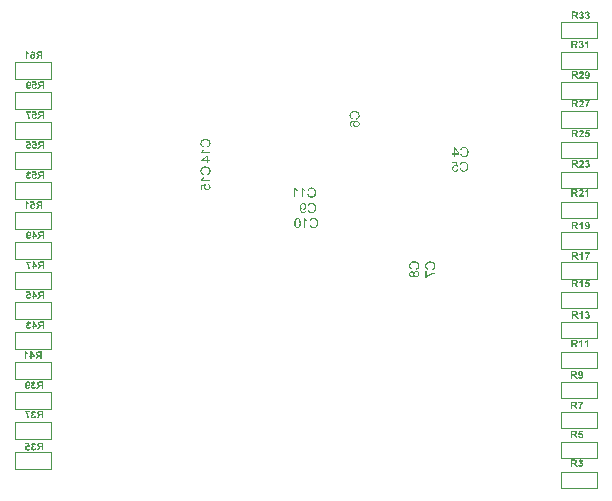
<source format=gbo>
G04*
G04 #@! TF.GenerationSoftware,Altium Limited,Altium Designer,22.3.1 (43)*
G04*
G04 Layer_Color=32896*
%FSLAX25Y25*%
%MOIN*%
G70*
G04*
G04 #@! TF.SameCoordinates,37EF6849-63C4-43C5-BECF-61DC3FF8894A*
G04*
G04*
G04 #@! TF.FilePolarity,Positive*
G04*
G01*
G75*
%ADD14C,0.00400*%
G36*
X115871Y145617D02*
X115923Y145541D01*
X115984Y145465D01*
X116041Y145399D01*
X116098Y145342D01*
X116141Y145295D01*
X116159Y145281D01*
X116174Y145267D01*
X116179Y145262D01*
X116183Y145257D01*
X116282Y145177D01*
X116382Y145101D01*
X116476Y145035D01*
X116571Y144983D01*
X116651Y144936D01*
X116685Y144917D01*
X116713Y144903D01*
X116737Y144888D01*
X116755Y144884D01*
X116765Y144874D01*
X116770D01*
Y144486D01*
X116699Y144515D01*
X116628Y144548D01*
X116557Y144581D01*
X116491Y144614D01*
X116434Y144642D01*
X116387Y144666D01*
X116358Y144685D01*
X116353Y144690D01*
X116349D01*
X116264Y144742D01*
X116188Y144794D01*
X116122Y144841D01*
X116070Y144884D01*
X116022Y144917D01*
X115994Y144945D01*
X115970Y144964D01*
X115966Y144969D01*
Y142410D01*
X115564D01*
Y145697D01*
X115824D01*
X115871Y145617D01*
D02*
G37*
G36*
X113326D02*
X113378Y145541D01*
X113440Y145465D01*
X113497Y145399D01*
X113553Y145342D01*
X113596Y145295D01*
X113615Y145281D01*
X113629Y145267D01*
X113634Y145262D01*
X113638Y145257D01*
X113738Y145177D01*
X113837Y145101D01*
X113932Y145035D01*
X114026Y144983D01*
X114107Y144936D01*
X114140Y144917D01*
X114168Y144903D01*
X114192Y144888D01*
X114211Y144884D01*
X114220Y144874D01*
X114225D01*
Y144486D01*
X114154Y144515D01*
X114083Y144548D01*
X114012Y144581D01*
X113946Y144614D01*
X113889Y144642D01*
X113842Y144666D01*
X113813Y144685D01*
X113809Y144690D01*
X113804D01*
X113719Y144742D01*
X113643Y144794D01*
X113577Y144841D01*
X113525Y144884D01*
X113478Y144917D01*
X113449Y144945D01*
X113426Y144964D01*
X113421Y144969D01*
Y142410D01*
X113019D01*
Y145697D01*
X113279D01*
X113326Y145617D01*
D02*
G37*
G36*
X118955Y145730D02*
X119106Y145707D01*
X119239Y145678D01*
X119300Y145659D01*
X119357Y145640D01*
X119409Y145622D01*
X119456Y145603D01*
X119494Y145588D01*
X119532Y145574D01*
X119556Y145560D01*
X119575Y145551D01*
X119589Y145546D01*
X119594Y145541D01*
X119721Y145461D01*
X119830Y145366D01*
X119925Y145272D01*
X120005Y145177D01*
X120066Y145092D01*
X120090Y145054D01*
X120109Y145021D01*
X120128Y144997D01*
X120138Y144978D01*
X120142Y144964D01*
X120147Y144959D01*
X120213Y144813D01*
X120260Y144661D01*
X120294Y144510D01*
X120317Y144373D01*
X120327Y144311D01*
X120331Y144250D01*
X120336Y144202D01*
Y144155D01*
X120341Y144122D01*
Y144094D01*
Y144075D01*
Y144070D01*
X120331Y143900D01*
X120312Y143734D01*
X120289Y143588D01*
X120270Y143517D01*
X120256Y143455D01*
X120241Y143398D01*
X120223Y143346D01*
X120208Y143299D01*
X120199Y143261D01*
X120185Y143233D01*
X120180Y143209D01*
X120171Y143195D01*
Y143190D01*
X120100Y143048D01*
X120019Y142921D01*
X119934Y142812D01*
X119892Y142769D01*
X119854Y142727D01*
X119816Y142689D01*
X119778Y142656D01*
X119745Y142627D01*
X119717Y142608D01*
X119698Y142590D01*
X119679Y142575D01*
X119669Y142571D01*
X119665Y142566D01*
X119598Y142528D01*
X119532Y142495D01*
X119390Y142443D01*
X119248Y142405D01*
X119111Y142381D01*
X119045Y142372D01*
X118988Y142362D01*
X118936Y142358D01*
X118894D01*
X118856Y142353D01*
X118804D01*
X118709Y142358D01*
X118619Y142367D01*
X118534Y142377D01*
X118454Y142396D01*
X118378Y142419D01*
X118307Y142443D01*
X118241Y142467D01*
X118179Y142495D01*
X118127Y142519D01*
X118075Y142542D01*
X118037Y142566D01*
X117999Y142590D01*
X117976Y142608D01*
X117952Y142618D01*
X117943Y142627D01*
X117938Y142632D01*
X117872Y142689D01*
X117815Y142746D01*
X117763Y142812D01*
X117711Y142878D01*
X117626Y143010D01*
X117560Y143143D01*
X117531Y143204D01*
X117508Y143261D01*
X117489Y143313D01*
X117474Y143356D01*
X117460Y143394D01*
X117451Y143422D01*
X117446Y143441D01*
Y143446D01*
X117881Y143554D01*
X117900Y143479D01*
X117924Y143408D01*
X117947Y143342D01*
X117971Y143280D01*
X117999Y143223D01*
X118028Y143176D01*
X118061Y143129D01*
X118089Y143086D01*
X118113Y143048D01*
X118141Y143020D01*
X118165Y142992D01*
X118184Y142968D01*
X118203Y142954D01*
X118217Y142940D01*
X118222Y142935D01*
X118227Y142930D01*
X118274Y142892D01*
X118326Y142864D01*
X118430Y142812D01*
X118529Y142774D01*
X118629Y142750D01*
X118714Y142731D01*
X118747Y142727D01*
X118780D01*
X118808Y142722D01*
X118842D01*
X118950Y142727D01*
X119054Y142746D01*
X119149Y142769D01*
X119234Y142798D01*
X119300Y142826D01*
X119329Y142840D01*
X119352Y142850D01*
X119371Y142859D01*
X119385Y142869D01*
X119395Y142873D01*
X119400D01*
X119490Y142940D01*
X119565Y143010D01*
X119631Y143091D01*
X119683Y143167D01*
X119726Y143233D01*
X119754Y143290D01*
X119764Y143313D01*
X119773Y143327D01*
X119778Y143337D01*
Y143342D01*
X119816Y143465D01*
X119844Y143588D01*
X119868Y143711D01*
X119882Y143824D01*
X119887Y143876D01*
X119892Y143923D01*
Y143966D01*
X119896Y143999D01*
Y144027D01*
Y144051D01*
Y144065D01*
Y144070D01*
X119892Y144193D01*
X119882Y144307D01*
X119863Y144411D01*
X119844Y144505D01*
X119830Y144586D01*
X119821Y144619D01*
X119811Y144647D01*
X119806Y144671D01*
X119802Y144685D01*
X119797Y144694D01*
Y144699D01*
X119750Y144808D01*
X119698Y144907D01*
X119641Y144988D01*
X119579Y145059D01*
X119527Y145115D01*
X119485Y145153D01*
X119452Y145177D01*
X119447Y145186D01*
X119442D01*
X119343Y145248D01*
X119234Y145295D01*
X119130Y145328D01*
X119031Y145347D01*
X118941Y145361D01*
X118903Y145366D01*
X118870D01*
X118846Y145371D01*
X118808D01*
X118690Y145366D01*
X118581Y145347D01*
X118491Y145319D01*
X118411Y145290D01*
X118350Y145257D01*
X118302Y145234D01*
X118274Y145215D01*
X118264Y145205D01*
X118189Y145134D01*
X118118Y145054D01*
X118061Y144969D01*
X118014Y144884D01*
X117976Y144808D01*
X117962Y144770D01*
X117952Y144742D01*
X117943Y144718D01*
X117933Y144699D01*
X117929Y144690D01*
Y144685D01*
X117503Y144784D01*
X117531Y144869D01*
X117560Y144945D01*
X117597Y145016D01*
X117631Y145087D01*
X117668Y145149D01*
X117711Y145205D01*
X117749Y145262D01*
X117787Y145309D01*
X117824Y145347D01*
X117858Y145385D01*
X117891Y145418D01*
X117914Y145442D01*
X117938Y145465D01*
X117957Y145480D01*
X117966Y145484D01*
X117971Y145489D01*
X118037Y145532D01*
X118104Y145574D01*
X118170Y145607D01*
X118241Y145636D01*
X118383Y145678D01*
X118510Y145707D01*
X118572Y145721D01*
X118624Y145726D01*
X118676Y145730D01*
X118719Y145735D01*
X118752Y145740D01*
X118799D01*
X118955Y145730D01*
D02*
G37*
G36*
X116586Y135433D02*
X116638Y135357D01*
X116700Y135281D01*
X116756Y135215D01*
X116813Y135158D01*
X116856Y135111D01*
X116875Y135097D01*
X116889Y135082D01*
X116893Y135078D01*
X116898Y135073D01*
X116998Y134993D01*
X117097Y134917D01*
X117192Y134851D01*
X117286Y134799D01*
X117367Y134751D01*
X117400Y134732D01*
X117428Y134718D01*
X117452Y134704D01*
X117471Y134699D01*
X117480Y134690D01*
X117485D01*
Y134302D01*
X117414Y134330D01*
X117343Y134364D01*
X117272Y134397D01*
X117206Y134430D01*
X117149Y134458D01*
X117102Y134482D01*
X117073Y134501D01*
X117069Y134505D01*
X117064D01*
X116979Y134557D01*
X116903Y134609D01*
X116837Y134657D01*
X116785Y134699D01*
X116737Y134732D01*
X116709Y134761D01*
X116685Y134780D01*
X116681Y134785D01*
Y132226D01*
X116279D01*
Y135513D01*
X116539D01*
X116586Y135433D01*
D02*
G37*
G36*
X119670Y135546D02*
X119821Y135522D01*
X119954Y135494D01*
X120015Y135475D01*
X120072Y135456D01*
X120124Y135437D01*
X120171Y135418D01*
X120209Y135404D01*
X120247Y135390D01*
X120271Y135376D01*
X120290Y135366D01*
X120304Y135362D01*
X120308Y135357D01*
X120436Y135276D01*
X120545Y135182D01*
X120640Y135087D01*
X120720Y134993D01*
X120782Y134907D01*
X120805Y134870D01*
X120824Y134837D01*
X120843Y134813D01*
X120852Y134794D01*
X120857Y134780D01*
X120862Y134775D01*
X120928Y134628D01*
X120975Y134477D01*
X121009Y134326D01*
X121032Y134189D01*
X121042Y134127D01*
X121046Y134066D01*
X121051Y134018D01*
Y133971D01*
X121056Y133938D01*
Y133909D01*
Y133891D01*
Y133886D01*
X121046Y133716D01*
X121028Y133550D01*
X121004Y133403D01*
X120985Y133332D01*
X120971Y133271D01*
X120957Y133214D01*
X120938Y133162D01*
X120923Y133115D01*
X120914Y133077D01*
X120900Y133049D01*
X120895Y133025D01*
X120886Y133011D01*
Y133006D01*
X120815Y132864D01*
X120734Y132737D01*
X120649Y132628D01*
X120607Y132585D01*
X120569Y132543D01*
X120531Y132505D01*
X120493Y132472D01*
X120460Y132443D01*
X120431Y132424D01*
X120413Y132405D01*
X120394Y132391D01*
X120384Y132386D01*
X120379Y132382D01*
X120313Y132344D01*
X120247Y132311D01*
X120105Y132259D01*
X119963Y132221D01*
X119826Y132197D01*
X119760Y132188D01*
X119703Y132178D01*
X119651Y132174D01*
X119608D01*
X119571Y132169D01*
X119519D01*
X119424Y132174D01*
X119334Y132183D01*
X119249Y132193D01*
X119169Y132211D01*
X119093Y132235D01*
X119022Y132259D01*
X118956Y132282D01*
X118894Y132311D01*
X118842Y132334D01*
X118790Y132358D01*
X118752Y132382D01*
X118714Y132405D01*
X118691Y132424D01*
X118667Y132434D01*
X118658Y132443D01*
X118653Y132448D01*
X118587Y132505D01*
X118530Y132562D01*
X118478Y132628D01*
X118426Y132694D01*
X118341Y132826D01*
X118275Y132959D01*
X118246Y133020D01*
X118223Y133077D01*
X118204Y133129D01*
X118190Y133172D01*
X118175Y133210D01*
X118166Y133238D01*
X118161Y133257D01*
Y133262D01*
X118596Y133370D01*
X118615Y133295D01*
X118639Y133224D01*
X118663Y133157D01*
X118686Y133096D01*
X118714Y133039D01*
X118743Y132992D01*
X118776Y132945D01*
X118804Y132902D01*
X118828Y132864D01*
X118856Y132836D01*
X118880Y132807D01*
X118899Y132784D01*
X118918Y132770D01*
X118932Y132755D01*
X118937Y132751D01*
X118942Y132746D01*
X118989Y132708D01*
X119041Y132680D01*
X119145Y132628D01*
X119244Y132590D01*
X119344Y132566D01*
X119429Y132547D01*
X119462Y132543D01*
X119495D01*
X119523Y132538D01*
X119556D01*
X119665Y132543D01*
X119769Y132562D01*
X119864Y132585D01*
X119949Y132614D01*
X120015Y132642D01*
X120044Y132656D01*
X120067Y132666D01*
X120086Y132675D01*
X120100Y132684D01*
X120110Y132689D01*
X120115D01*
X120204Y132755D01*
X120280Y132826D01*
X120346Y132907D01*
X120398Y132982D01*
X120441Y133049D01*
X120469Y133105D01*
X120479Y133129D01*
X120488Y133143D01*
X120493Y133153D01*
Y133157D01*
X120531Y133280D01*
X120559Y133403D01*
X120583Y133526D01*
X120597Y133640D01*
X120602Y133692D01*
X120607Y133739D01*
Y133782D01*
X120611Y133815D01*
Y133843D01*
Y133867D01*
Y133881D01*
Y133886D01*
X120607Y134009D01*
X120597Y134122D01*
X120578Y134226D01*
X120559Y134321D01*
X120545Y134401D01*
X120536Y134434D01*
X120526Y134463D01*
X120521Y134487D01*
X120517Y134501D01*
X120512Y134510D01*
Y134515D01*
X120465Y134624D01*
X120413Y134723D01*
X120356Y134803D01*
X120294Y134874D01*
X120242Y134931D01*
X120200Y134969D01*
X120167Y134993D01*
X120162Y135002D01*
X120157D01*
X120058Y135064D01*
X119949Y135111D01*
X119845Y135144D01*
X119746Y135163D01*
X119656Y135177D01*
X119618Y135182D01*
X119585D01*
X119561Y135187D01*
X119523D01*
X119405Y135182D01*
X119296Y135163D01*
X119206Y135135D01*
X119126Y135106D01*
X119064Y135073D01*
X119017Y135049D01*
X118989Y135030D01*
X118979Y135021D01*
X118904Y134950D01*
X118833Y134870D01*
X118776Y134785D01*
X118729Y134699D01*
X118691Y134624D01*
X118677Y134586D01*
X118667Y134557D01*
X118658Y134534D01*
X118648Y134515D01*
X118644Y134505D01*
Y134501D01*
X118218Y134600D01*
X118246Y134685D01*
X118275Y134761D01*
X118313Y134832D01*
X118346Y134903D01*
X118383Y134964D01*
X118426Y135021D01*
X118464Y135078D01*
X118502Y135125D01*
X118540Y135163D01*
X118573Y135201D01*
X118606Y135234D01*
X118629Y135258D01*
X118653Y135281D01*
X118672Y135295D01*
X118681Y135300D01*
X118686Y135305D01*
X118752Y135347D01*
X118819Y135390D01*
X118885Y135423D01*
X118956Y135451D01*
X119098Y135494D01*
X119225Y135522D01*
X119287Y135537D01*
X119339Y135541D01*
X119391Y135546D01*
X119433Y135551D01*
X119467Y135556D01*
X119514D01*
X119670Y135546D01*
D02*
G37*
G36*
X114306Y135503D02*
X114424Y135485D01*
X114524Y135451D01*
X114609Y135418D01*
X114680Y135380D01*
X114708Y135366D01*
X114732Y135347D01*
X114751Y135338D01*
X114765Y135328D01*
X114770Y135319D01*
X114774D01*
X114860Y135243D01*
X114930Y135153D01*
X114992Y135064D01*
X115039Y134978D01*
X115077Y134898D01*
X115096Y134865D01*
X115105Y134832D01*
X115115Y134808D01*
X115124Y134789D01*
X115129Y134780D01*
Y134775D01*
X115148Y134704D01*
X115167Y134633D01*
X115195Y134477D01*
X115219Y134321D01*
X115233Y134174D01*
X115238Y134103D01*
X115243Y134042D01*
Y133985D01*
X115247Y133933D01*
Y133895D01*
Y133862D01*
Y133843D01*
Y133839D01*
X115243Y133673D01*
X115233Y133517D01*
X115219Y133375D01*
X115195Y133243D01*
X115172Y133120D01*
X115143Y133011D01*
X115115Y132912D01*
X115087Y132826D01*
X115058Y132751D01*
X115025Y132684D01*
X115001Y132628D01*
X114978Y132585D01*
X114954Y132547D01*
X114940Y132524D01*
X114930Y132509D01*
X114926Y132505D01*
X114874Y132448D01*
X114817Y132396D01*
X114755Y132349D01*
X114694Y132311D01*
X114632Y132278D01*
X114571Y132249D01*
X114509Y132230D01*
X114453Y132211D01*
X114396Y132197D01*
X114344Y132188D01*
X114297Y132178D01*
X114259Y132174D01*
X114226Y132169D01*
X114178D01*
X114051Y132178D01*
X113933Y132197D01*
X113833Y132230D01*
X113748Y132264D01*
X113677Y132297D01*
X113653Y132316D01*
X113630Y132330D01*
X113611Y132339D01*
X113597Y132349D01*
X113592Y132358D01*
X113587D01*
X113502Y132439D01*
X113431Y132524D01*
X113370Y132618D01*
X113322Y132703D01*
X113285Y132784D01*
X113266Y132817D01*
X113256Y132850D01*
X113247Y132874D01*
X113237Y132893D01*
X113232Y132902D01*
Y132907D01*
X113209Y132978D01*
X113190Y133049D01*
X113162Y133200D01*
X113138Y133356D01*
X113124Y133508D01*
X113119Y133574D01*
X113114Y133635D01*
Y133692D01*
X113110Y133744D01*
Y133782D01*
Y133815D01*
Y133834D01*
Y133839D01*
Y133928D01*
X113114Y134014D01*
Y134089D01*
X113119Y134165D01*
X113128Y134231D01*
X113133Y134297D01*
X113138Y134354D01*
X113147Y134406D01*
X113152Y134453D01*
X113162Y134496D01*
X113166Y134529D01*
X113171Y134557D01*
X113176Y134581D01*
X113180Y134595D01*
X113185Y134605D01*
Y134609D01*
X113214Y134714D01*
X113247Y134808D01*
X113285Y134889D01*
X113313Y134960D01*
X113346Y135021D01*
X113365Y135064D01*
X113384Y135087D01*
X113389Y135097D01*
X113441Y135168D01*
X113493Y135229D01*
X113549Y135281D01*
X113601Y135328D01*
X113649Y135362D01*
X113687Y135385D01*
X113710Y135399D01*
X113715Y135404D01*
X113720D01*
X113795Y135442D01*
X113876Y135466D01*
X113951Y135485D01*
X114022Y135499D01*
X114084Y135508D01*
X114136Y135513D01*
X114178D01*
X114306Y135503D01*
D02*
G37*
G36*
X116181Y140508D02*
X116257Y140499D01*
X116332Y140485D01*
X116399Y140466D01*
X116526Y140414D01*
X116583Y140390D01*
X116630Y140362D01*
X116677Y140329D01*
X116715Y140305D01*
X116753Y140277D01*
X116782Y140253D01*
X116805Y140234D01*
X116819Y140220D01*
X116829Y140210D01*
X116834Y140206D01*
X116886Y140149D01*
X116928Y140083D01*
X116971Y140021D01*
X117004Y139955D01*
X117032Y139884D01*
X117056Y139818D01*
X117089Y139695D01*
X117103Y139633D01*
X117113Y139581D01*
X117117Y139529D01*
X117122Y139487D01*
X117127Y139453D01*
Y139430D01*
Y139411D01*
Y139406D01*
X117122Y139316D01*
X117113Y139236D01*
X117103Y139155D01*
X117084Y139080D01*
X117061Y139014D01*
X117037Y138947D01*
X117013Y138891D01*
X116985Y138839D01*
X116961Y138791D01*
X116938Y138749D01*
X116914Y138716D01*
X116890Y138682D01*
X116872Y138659D01*
X116862Y138645D01*
X116852Y138635D01*
X116848Y138630D01*
X116796Y138578D01*
X116739Y138536D01*
X116682Y138493D01*
X116621Y138460D01*
X116564Y138432D01*
X116507Y138408D01*
X116399Y138375D01*
X116351Y138361D01*
X116304Y138351D01*
X116266Y138347D01*
X116228Y138342D01*
X116200Y138337D01*
X116162D01*
X116072Y138342D01*
X115987Y138356D01*
X115911Y138375D01*
X115840Y138399D01*
X115788Y138418D01*
X115746Y138436D01*
X115717Y138451D01*
X115708Y138455D01*
X115632Y138503D01*
X115566Y138555D01*
X115509Y138607D01*
X115462Y138654D01*
X115429Y138701D01*
X115400Y138734D01*
X115382Y138758D01*
X115377Y138768D01*
Y138730D01*
Y138706D01*
Y138692D01*
Y138687D01*
X115382Y138593D01*
X115386Y138503D01*
X115396Y138422D01*
X115405Y138347D01*
X115419Y138285D01*
X115429Y138238D01*
X115434Y138219D01*
Y138205D01*
X115438Y138200D01*
Y138195D01*
X115462Y138110D01*
X115486Y138034D01*
X115509Y137968D01*
X115533Y137911D01*
X115552Y137869D01*
X115571Y137836D01*
X115580Y137812D01*
X115585Y137807D01*
X115623Y137755D01*
X115661Y137713D01*
X115698Y137675D01*
X115736Y137642D01*
X115765Y137613D01*
X115793Y137595D01*
X115812Y137585D01*
X115817Y137580D01*
X115869Y137552D01*
X115926Y137533D01*
X115978Y137519D01*
X116030Y137509D01*
X116072Y137505D01*
X116105Y137500D01*
X116138D01*
X116214Y137505D01*
X116285Y137519D01*
X116346Y137538D01*
X116399Y137562D01*
X116436Y137580D01*
X116469Y137599D01*
X116488Y137613D01*
X116493Y137618D01*
X116540Y137670D01*
X116578Y137732D01*
X116611Y137798D01*
X116635Y137864D01*
X116654Y137921D01*
X116668Y137973D01*
X116673Y137992D01*
Y138001D01*
X116677Y138011D01*
Y138015D01*
X117065Y137982D01*
X117037Y137845D01*
X116999Y137727D01*
X116952Y137623D01*
X116905Y137538D01*
X116857Y137472D01*
X116834Y137443D01*
X116815Y137420D01*
X116800Y137405D01*
X116786Y137391D01*
X116782Y137386D01*
X116777Y137382D01*
X116730Y137344D01*
X116677Y137311D01*
X116574Y137259D01*
X116469Y137221D01*
X116370Y137197D01*
X116280Y137178D01*
X116242Y137174D01*
X116209D01*
X116186Y137169D01*
X116148D01*
X116015Y137178D01*
X115897Y137197D01*
X115788Y137230D01*
X115698Y137268D01*
X115661Y137282D01*
X115623Y137301D01*
X115594Y137320D01*
X115566Y137334D01*
X115547Y137344D01*
X115533Y137353D01*
X115523Y137363D01*
X115519D01*
X115424Y137443D01*
X115339Y137533D01*
X115273Y137628D01*
X115216Y137718D01*
X115169Y137798D01*
X115150Y137836D01*
X115136Y137864D01*
X115126Y137893D01*
X115117Y137911D01*
X115112Y137921D01*
Y137926D01*
X115088Y137997D01*
X115065Y138077D01*
X115032Y138238D01*
X115008Y138408D01*
X114994Y138569D01*
X114984Y138640D01*
X114980Y138711D01*
Y138772D01*
X114975Y138824D01*
Y138867D01*
Y138900D01*
Y138924D01*
Y138928D01*
Y139037D01*
X114980Y139141D01*
X114989Y139236D01*
X114998Y139326D01*
X115008Y139406D01*
X115017Y139482D01*
X115032Y139553D01*
X115046Y139614D01*
X115060Y139666D01*
X115069Y139714D01*
X115084Y139756D01*
X115093Y139789D01*
X115102Y139813D01*
X115112Y139832D01*
X115117Y139841D01*
Y139846D01*
X115173Y139960D01*
X115235Y140059D01*
X115306Y140144D01*
X115367Y140215D01*
X115429Y140267D01*
X115476Y140305D01*
X115495Y140319D01*
X115509Y140329D01*
X115514Y140338D01*
X115519D01*
X115618Y140395D01*
X115717Y140437D01*
X115817Y140470D01*
X115907Y140489D01*
X115987Y140504D01*
X116020Y140508D01*
X116044D01*
X116067Y140513D01*
X116101D01*
X116181Y140508D01*
D02*
G37*
G36*
X119005Y140546D02*
X119156Y140522D01*
X119289Y140494D01*
X119350Y140475D01*
X119407Y140456D01*
X119459Y140437D01*
X119506Y140418D01*
X119544Y140404D01*
X119582Y140390D01*
X119605Y140376D01*
X119624Y140366D01*
X119639Y140362D01*
X119643Y140357D01*
X119771Y140277D01*
X119880Y140182D01*
X119974Y140087D01*
X120055Y139993D01*
X120116Y139908D01*
X120140Y139870D01*
X120159Y139837D01*
X120178Y139813D01*
X120187Y139794D01*
X120192Y139780D01*
X120197Y139775D01*
X120263Y139629D01*
X120310Y139477D01*
X120343Y139326D01*
X120367Y139189D01*
X120376Y139127D01*
X120381Y139066D01*
X120386Y139018D01*
Y138971D01*
X120391Y138938D01*
Y138909D01*
Y138891D01*
Y138886D01*
X120381Y138716D01*
X120362Y138550D01*
X120339Y138403D01*
X120320Y138332D01*
X120305Y138271D01*
X120291Y138214D01*
X120272Y138162D01*
X120258Y138115D01*
X120249Y138077D01*
X120235Y138049D01*
X120230Y138025D01*
X120220Y138011D01*
Y138006D01*
X120149Y137864D01*
X120069Y137736D01*
X119984Y137628D01*
X119941Y137585D01*
X119903Y137542D01*
X119866Y137505D01*
X119828Y137472D01*
X119795Y137443D01*
X119766Y137424D01*
X119747Y137405D01*
X119728Y137391D01*
X119719Y137386D01*
X119714Y137382D01*
X119648Y137344D01*
X119582Y137311D01*
X119440Y137259D01*
X119298Y137221D01*
X119161Y137197D01*
X119095Y137188D01*
X119038Y137178D01*
X118986Y137174D01*
X118943D01*
X118905Y137169D01*
X118853D01*
X118759Y137174D01*
X118669Y137183D01*
X118584Y137192D01*
X118503Y137211D01*
X118428Y137235D01*
X118357Y137259D01*
X118290Y137282D01*
X118229Y137311D01*
X118177Y137334D01*
X118125Y137358D01*
X118087Y137382D01*
X118049Y137405D01*
X118026Y137424D01*
X118002Y137434D01*
X117992Y137443D01*
X117988Y137448D01*
X117921Y137505D01*
X117865Y137562D01*
X117813Y137628D01*
X117761Y137694D01*
X117676Y137826D01*
X117609Y137959D01*
X117581Y138020D01*
X117557Y138077D01*
X117538Y138129D01*
X117524Y138172D01*
X117510Y138209D01*
X117501Y138238D01*
X117496Y138257D01*
Y138261D01*
X117931Y138370D01*
X117950Y138295D01*
X117974Y138224D01*
X117997Y138157D01*
X118021Y138096D01*
X118049Y138039D01*
X118078Y137992D01*
X118111Y137945D01*
X118139Y137902D01*
X118163Y137864D01*
X118191Y137836D01*
X118215Y137807D01*
X118234Y137784D01*
X118253Y137770D01*
X118267Y137755D01*
X118272Y137751D01*
X118276Y137746D01*
X118324Y137708D01*
X118376Y137680D01*
X118480Y137628D01*
X118579Y137590D01*
X118678Y137566D01*
X118763Y137547D01*
X118797Y137542D01*
X118830D01*
X118858Y137538D01*
X118891D01*
X119000Y137542D01*
X119104Y137562D01*
X119199Y137585D01*
X119284Y137613D01*
X119350Y137642D01*
X119378Y137656D01*
X119402Y137665D01*
X119421Y137675D01*
X119435Y137684D01*
X119445Y137689D01*
X119449D01*
X119539Y137755D01*
X119615Y137826D01*
X119681Y137907D01*
X119733Y137982D01*
X119776Y138049D01*
X119804Y138105D01*
X119814Y138129D01*
X119823Y138143D01*
X119828Y138153D01*
Y138157D01*
X119866Y138280D01*
X119894Y138403D01*
X119918Y138526D01*
X119932Y138640D01*
X119937Y138692D01*
X119941Y138739D01*
Y138782D01*
X119946Y138815D01*
Y138843D01*
Y138867D01*
Y138881D01*
Y138886D01*
X119941Y139009D01*
X119932Y139122D01*
X119913Y139226D01*
X119894Y139321D01*
X119880Y139401D01*
X119870Y139435D01*
X119861Y139463D01*
X119856Y139487D01*
X119851Y139501D01*
X119847Y139510D01*
Y139515D01*
X119799Y139624D01*
X119747Y139723D01*
X119691Y139804D01*
X119629Y139874D01*
X119577Y139931D01*
X119535Y139969D01*
X119501Y139993D01*
X119497Y140002D01*
X119492D01*
X119393Y140064D01*
X119284Y140111D01*
X119180Y140144D01*
X119080Y140163D01*
X118991Y140177D01*
X118953Y140182D01*
X118920D01*
X118896Y140187D01*
X118858D01*
X118740Y140182D01*
X118631Y140163D01*
X118541Y140135D01*
X118461Y140106D01*
X118399Y140073D01*
X118352Y140049D01*
X118324Y140031D01*
X118314Y140021D01*
X118238Y139950D01*
X118167Y139870D01*
X118111Y139785D01*
X118063Y139699D01*
X118026Y139624D01*
X118011Y139586D01*
X118002Y139558D01*
X117992Y139534D01*
X117983Y139515D01*
X117978Y139506D01*
Y139501D01*
X117553Y139600D01*
X117581Y139685D01*
X117609Y139761D01*
X117647Y139832D01*
X117680Y139903D01*
X117718Y139964D01*
X117761Y140021D01*
X117799Y140078D01*
X117836Y140125D01*
X117874Y140163D01*
X117907Y140201D01*
X117940Y140234D01*
X117964Y140258D01*
X117988Y140281D01*
X118007Y140295D01*
X118016Y140300D01*
X118021Y140305D01*
X118087Y140347D01*
X118153Y140390D01*
X118219Y140423D01*
X118290Y140452D01*
X118432Y140494D01*
X118560Y140522D01*
X118622Y140537D01*
X118674Y140541D01*
X118726Y140546D01*
X118768Y140551D01*
X118801Y140556D01*
X118849D01*
X119005Y140546D01*
D02*
G37*
G36*
X153229Y121161D02*
X153395Y121142D01*
X153542Y121118D01*
X153612Y121099D01*
X153674Y121085D01*
X153731Y121071D01*
X153783Y121052D01*
X153830Y121038D01*
X153868Y121028D01*
X153896Y121014D01*
X153920Y121009D01*
X153934Y121000D01*
X153939D01*
X154081Y120929D01*
X154208Y120849D01*
X154317Y120763D01*
X154360Y120721D01*
X154402Y120683D01*
X154440Y120645D01*
X154473Y120607D01*
X154502Y120574D01*
X154521Y120546D01*
X154540Y120527D01*
X154554Y120508D01*
X154558Y120499D01*
X154563Y120494D01*
X154601Y120428D01*
X154634Y120361D01*
X154686Y120219D01*
X154724Y120078D01*
X154748Y119940D01*
X154757Y119874D01*
X154766Y119817D01*
X154771Y119765D01*
Y119723D01*
X154776Y119685D01*
Y119633D01*
X154771Y119538D01*
X154762Y119448D01*
X154752Y119363D01*
X154733Y119283D01*
X154710Y119207D01*
X154686Y119136D01*
X154663Y119070D01*
X154634Y119009D01*
X154610Y118956D01*
X154587Y118904D01*
X154563Y118867D01*
X154540Y118829D01*
X154521Y118805D01*
X154511Y118781D01*
X154502Y118772D01*
X154497Y118767D01*
X154440Y118701D01*
X154383Y118644D01*
X154317Y118592D01*
X154251Y118540D01*
X154119Y118455D01*
X153986Y118389D01*
X153925Y118360D01*
X153868Y118337D01*
X153816Y118318D01*
X153773Y118304D01*
X153735Y118290D01*
X153707Y118280D01*
X153688Y118275D01*
X153683D01*
X153575Y118710D01*
X153650Y118729D01*
X153721Y118753D01*
X153787Y118777D01*
X153849Y118800D01*
X153906Y118829D01*
X153953Y118857D01*
X154000Y118890D01*
X154043Y118919D01*
X154081Y118942D01*
X154109Y118971D01*
X154137Y118994D01*
X154161Y119013D01*
X154175Y119032D01*
X154190Y119046D01*
X154194Y119051D01*
X154199Y119056D01*
X154237Y119103D01*
X154265Y119155D01*
X154317Y119259D01*
X154355Y119359D01*
X154379Y119458D01*
X154398Y119543D01*
X154402Y119576D01*
Y119609D01*
X154407Y119638D01*
Y119671D01*
X154402Y119780D01*
X154383Y119884D01*
X154360Y119978D01*
X154331Y120063D01*
X154303Y120130D01*
X154289Y120158D01*
X154279Y120182D01*
X154270Y120201D01*
X154260Y120215D01*
X154256Y120224D01*
Y120229D01*
X154190Y120319D01*
X154119Y120394D01*
X154038Y120461D01*
X153962Y120513D01*
X153896Y120555D01*
X153840Y120584D01*
X153816Y120593D01*
X153802Y120603D01*
X153792Y120607D01*
X153787D01*
X153665Y120645D01*
X153542Y120674D01*
X153419Y120697D01*
X153305Y120711D01*
X153253Y120716D01*
X153206Y120721D01*
X153163D01*
X153130Y120726D01*
X153102D01*
X153078D01*
X153064D01*
X153059D01*
X152936Y120721D01*
X152822Y120711D01*
X152718Y120692D01*
X152624Y120674D01*
X152543Y120659D01*
X152510Y120650D01*
X152482Y120640D01*
X152458Y120636D01*
X152444Y120631D01*
X152435Y120626D01*
X152430D01*
X152321Y120579D01*
X152222Y120527D01*
X152141Y120470D01*
X152070Y120409D01*
X152014Y120357D01*
X151976Y120314D01*
X151952Y120281D01*
X151943Y120276D01*
Y120271D01*
X151881Y120172D01*
X151834Y120063D01*
X151801Y119959D01*
X151782Y119860D01*
X151768Y119770D01*
X151763Y119732D01*
Y119699D01*
X151758Y119675D01*
Y119638D01*
X151763Y119519D01*
X151782Y119411D01*
X151810Y119321D01*
X151839Y119240D01*
X151872Y119179D01*
X151895Y119132D01*
X151914Y119103D01*
X151924Y119094D01*
X151995Y119018D01*
X152075Y118947D01*
X152160Y118890D01*
X152245Y118843D01*
X152321Y118805D01*
X152359Y118791D01*
X152387Y118781D01*
X152411Y118772D01*
X152430Y118763D01*
X152439Y118758D01*
X152444D01*
X152345Y118332D01*
X152260Y118360D01*
X152184Y118389D01*
X152113Y118427D01*
X152042Y118460D01*
X151981Y118498D01*
X151924Y118540D01*
X151867Y118578D01*
X151820Y118616D01*
X151782Y118654D01*
X151744Y118687D01*
X151711Y118720D01*
X151687Y118744D01*
X151664Y118767D01*
X151649Y118786D01*
X151645Y118796D01*
X151640Y118800D01*
X151597Y118867D01*
X151555Y118933D01*
X151522Y118999D01*
X151493Y119070D01*
X151451Y119212D01*
X151422Y119340D01*
X151408Y119401D01*
X151403Y119453D01*
X151399Y119505D01*
X151394Y119548D01*
X151389Y119581D01*
Y119628D01*
X151399Y119784D01*
X151422Y119936D01*
X151451Y120068D01*
X151470Y120130D01*
X151489Y120186D01*
X151508Y120238D01*
X151526Y120286D01*
X151541Y120324D01*
X151555Y120361D01*
X151569Y120385D01*
X151578Y120404D01*
X151583Y120418D01*
X151588Y120423D01*
X151668Y120551D01*
X151763Y120659D01*
X151858Y120754D01*
X151952Y120834D01*
X152037Y120896D01*
X152075Y120919D01*
X152108Y120938D01*
X152132Y120957D01*
X152151Y120967D01*
X152165Y120972D01*
X152170Y120976D01*
X152316Y121042D01*
X152468Y121090D01*
X152619Y121123D01*
X152756Y121147D01*
X152818Y121156D01*
X152879Y121161D01*
X152927Y121165D01*
X152974D01*
X153007Y121170D01*
X153035D01*
X153054D01*
X153059D01*
X153229Y121161D01*
D02*
G37*
G36*
X153854Y117906D02*
X153929Y117897D01*
X154000Y117883D01*
X154071Y117864D01*
X154190Y117817D01*
X154246Y117793D01*
X154294Y117764D01*
X154341Y117736D01*
X154379Y117712D01*
X154412Y117684D01*
X154440Y117665D01*
X154464Y117646D01*
X154478Y117632D01*
X154488Y117623D01*
X154492Y117618D01*
X154544Y117561D01*
X154587Y117500D01*
X154625Y117433D01*
X154658Y117367D01*
X154681Y117306D01*
X154705Y117239D01*
X154738Y117112D01*
X154752Y117055D01*
X154762Y117003D01*
X154766Y116956D01*
X154771Y116913D01*
X154776Y116880D01*
Y116833D01*
X154771Y116743D01*
X154762Y116662D01*
X154748Y116582D01*
X154733Y116506D01*
X154710Y116440D01*
X154686Y116374D01*
X154663Y116312D01*
X154634Y116260D01*
X154606Y116213D01*
X154582Y116171D01*
X154558Y116137D01*
X154535Y116104D01*
X154521Y116081D01*
X154506Y116067D01*
X154497Y116057D01*
X154492Y116052D01*
X154435Y116000D01*
X154379Y115953D01*
X154322Y115915D01*
X154260Y115882D01*
X154204Y115849D01*
X154142Y115825D01*
X154033Y115792D01*
X153981Y115778D01*
X153934Y115769D01*
X153892Y115764D01*
X153858Y115759D01*
X153830Y115754D01*
X153806D01*
X153792D01*
X153787D01*
X153679Y115759D01*
X153579Y115778D01*
X153489Y115806D01*
X153414Y115835D01*
X153352Y115863D01*
X153305Y115891D01*
X153277Y115910D01*
X153272Y115915D01*
X153267D01*
X153191Y115981D01*
X153125Y116052D01*
X153073Y116128D01*
X153026Y116199D01*
X152993Y116265D01*
X152969Y116322D01*
X152960Y116341D01*
X152955Y116355D01*
X152950Y116364D01*
Y116369D01*
X152912Y116284D01*
X152870Y116213D01*
X152827Y116152D01*
X152785Y116100D01*
X152747Y116062D01*
X152718Y116033D01*
X152699Y116014D01*
X152690Y116010D01*
X152624Y115967D01*
X152558Y115939D01*
X152491Y115915D01*
X152425Y115901D01*
X152373Y115891D01*
X152331Y115887D01*
X152302D01*
X152297D01*
X152293D01*
X152226Y115891D01*
X152165Y115896D01*
X152047Y115929D01*
X151943Y115972D01*
X151853Y116019D01*
X151782Y116067D01*
X151753Y116090D01*
X151725Y116109D01*
X151706Y116128D01*
X151692Y116142D01*
X151687Y116147D01*
X151683Y116152D01*
X151640Y116204D01*
X151597Y116256D01*
X151564Y116312D01*
X151536Y116369D01*
X151493Y116483D01*
X151465Y116596D01*
X151451Y116644D01*
X151446Y116691D01*
X151441Y116733D01*
X151437Y116771D01*
X151432Y116800D01*
Y116842D01*
X151437Y116918D01*
X151441Y116993D01*
X151470Y117126D01*
X151489Y117188D01*
X151508Y117244D01*
X151531Y117296D01*
X151555Y117344D01*
X151578Y117381D01*
X151602Y117419D01*
X151621Y117452D01*
X151640Y117476D01*
X151654Y117495D01*
X151668Y117509D01*
X151673Y117519D01*
X151678Y117523D01*
X151725Y117566D01*
X151772Y117608D01*
X151824Y117641D01*
X151876Y117670D01*
X151976Y117717D01*
X152070Y117746D01*
X152151Y117764D01*
X152189Y117769D01*
X152217Y117774D01*
X152245Y117779D01*
X152264D01*
X152274D01*
X152279D01*
X152364Y117774D01*
X152444Y117760D01*
X152515Y117741D01*
X152576Y117717D01*
X152624Y117698D01*
X152662Y117679D01*
X152681Y117665D01*
X152690Y117660D01*
X152747Y117608D01*
X152799Y117552D01*
X152846Y117490D01*
X152884Y117429D01*
X152912Y117372D01*
X152931Y117329D01*
X152941Y117310D01*
X152945Y117296D01*
X152950Y117291D01*
Y117287D01*
X152983Y117396D01*
X153026Y117485D01*
X153078Y117566D01*
X153125Y117632D01*
X153173Y117684D01*
X153210Y117722D01*
X153234Y117741D01*
X153239Y117750D01*
X153244D01*
X153329Y117802D01*
X153419Y117845D01*
X153504Y117873D01*
X153589Y117892D01*
X153665Y117902D01*
X153698Y117906D01*
X153726D01*
X153745Y117911D01*
X153764D01*
X153773D01*
X153778D01*
X153854Y117906D01*
D02*
G37*
G36*
X158529Y121058D02*
X158695Y121039D01*
X158842Y121016D01*
X158912Y120997D01*
X158974Y120983D01*
X159031Y120968D01*
X159083Y120949D01*
X159130Y120935D01*
X159168Y120926D01*
X159196Y120912D01*
X159220Y120907D01*
X159234Y120897D01*
X159239D01*
X159381Y120826D01*
X159508Y120746D01*
X159617Y120661D01*
X159660Y120618D01*
X159702Y120581D01*
X159740Y120543D01*
X159773Y120505D01*
X159802Y120472D01*
X159821Y120443D01*
X159839Y120424D01*
X159854Y120406D01*
X159858Y120396D01*
X159863Y120391D01*
X159901Y120325D01*
X159934Y120259D01*
X159986Y120117D01*
X160024Y119975D01*
X160048Y119838D01*
X160057Y119772D01*
X160066Y119715D01*
X160071Y119663D01*
Y119620D01*
X160076Y119582D01*
Y119530D01*
X160071Y119436D01*
X160062Y119346D01*
X160052Y119261D01*
X160033Y119181D01*
X160010Y119105D01*
X159986Y119034D01*
X159962Y118968D01*
X159934Y118906D01*
X159910Y118854D01*
X159887Y118802D01*
X159863Y118764D01*
X159839Y118726D01*
X159821Y118703D01*
X159811Y118679D01*
X159802Y118670D01*
X159797Y118665D01*
X159740Y118599D01*
X159683Y118542D01*
X159617Y118490D01*
X159551Y118438D01*
X159418Y118353D01*
X159286Y118287D01*
X159225Y118258D01*
X159168Y118235D01*
X159116Y118216D01*
X159073Y118201D01*
X159035Y118187D01*
X159007Y118178D01*
X158988Y118173D01*
X158983D01*
X158875Y118608D01*
X158950Y118627D01*
X159021Y118651D01*
X159087Y118674D01*
X159149Y118698D01*
X159206Y118726D01*
X159253Y118755D01*
X159300Y118788D01*
X159343Y118816D01*
X159381Y118840D01*
X159409Y118868D01*
X159437Y118892D01*
X159461Y118911D01*
X159475Y118930D01*
X159490Y118944D01*
X159494Y118949D01*
X159499Y118954D01*
X159537Y119001D01*
X159565Y119053D01*
X159617Y119157D01*
X159655Y119256D01*
X159679Y119355D01*
X159698Y119441D01*
X159702Y119474D01*
Y119507D01*
X159707Y119535D01*
Y119568D01*
X159702Y119677D01*
X159683Y119781D01*
X159660Y119876D01*
X159631Y119961D01*
X159603Y120027D01*
X159589Y120055D01*
X159579Y120079D01*
X159570Y120098D01*
X159560Y120112D01*
X159556Y120122D01*
Y120126D01*
X159490Y120216D01*
X159418Y120292D01*
X159338Y120358D01*
X159262Y120410D01*
X159196Y120453D01*
X159140Y120481D01*
X159116Y120491D01*
X159102Y120500D01*
X159092Y120505D01*
X159087D01*
X158964Y120543D01*
X158842Y120571D01*
X158719Y120595D01*
X158605Y120609D01*
X158553Y120614D01*
X158506Y120618D01*
X158463D01*
X158430Y120623D01*
X158402D01*
X158378D01*
X158364D01*
X158359D01*
X158236Y120618D01*
X158123Y120609D01*
X158018Y120590D01*
X157924Y120571D01*
X157843Y120557D01*
X157810Y120547D01*
X157782Y120538D01*
X157758Y120533D01*
X157744Y120528D01*
X157735Y120524D01*
X157730D01*
X157621Y120476D01*
X157522Y120424D01*
X157441Y120368D01*
X157370Y120306D01*
X157314Y120254D01*
X157276Y120212D01*
X157252Y120178D01*
X157243Y120174D01*
Y120169D01*
X157181Y120070D01*
X157134Y119961D01*
X157101Y119857D01*
X157082Y119758D01*
X157068Y119668D01*
X157063Y119630D01*
Y119597D01*
X157058Y119573D01*
Y119535D01*
X157063Y119417D01*
X157082Y119308D01*
X157110Y119218D01*
X157139Y119138D01*
X157172Y119076D01*
X157195Y119029D01*
X157214Y119001D01*
X157224Y118991D01*
X157295Y118916D01*
X157375Y118845D01*
X157460Y118788D01*
X157545Y118741D01*
X157621Y118703D01*
X157659Y118689D01*
X157687Y118679D01*
X157711Y118670D01*
X157730Y118660D01*
X157739Y118656D01*
X157744D01*
X157645Y118230D01*
X157560Y118258D01*
X157484Y118287D01*
X157413Y118324D01*
X157342Y118358D01*
X157281Y118395D01*
X157224Y118438D01*
X157167Y118476D01*
X157120Y118514D01*
X157082Y118551D01*
X157044Y118585D01*
X157011Y118618D01*
X156987Y118641D01*
X156964Y118665D01*
X156949Y118684D01*
X156945Y118693D01*
X156940Y118698D01*
X156897Y118764D01*
X156855Y118831D01*
X156822Y118897D01*
X156793Y118968D01*
X156751Y119109D01*
X156722Y119237D01*
X156708Y119299D01*
X156703Y119351D01*
X156699Y119403D01*
X156694Y119445D01*
X156689Y119478D01*
Y119526D01*
X156699Y119682D01*
X156722Y119833D01*
X156751Y119966D01*
X156770Y120027D01*
X156789Y120084D01*
X156808Y120136D01*
X156826Y120183D01*
X156841Y120221D01*
X156855Y120259D01*
X156869Y120283D01*
X156878Y120301D01*
X156883Y120316D01*
X156888Y120320D01*
X156968Y120448D01*
X157063Y120557D01*
X157158Y120651D01*
X157252Y120732D01*
X157337Y120793D01*
X157375Y120817D01*
X157408Y120836D01*
X157432Y120855D01*
X157451Y120864D01*
X157465Y120869D01*
X157470Y120874D01*
X157616Y120940D01*
X157768Y120987D01*
X157919Y121020D01*
X158056Y121044D01*
X158118Y121054D01*
X158179Y121058D01*
X158227Y121063D01*
X158274D01*
X158307Y121068D01*
X158335D01*
X158354D01*
X158359D01*
X158529Y121058D01*
D02*
G37*
G36*
X157176Y116172D02*
X157314Y116286D01*
X157460Y116394D01*
X157602Y116489D01*
X157739Y116579D01*
X157801Y116617D01*
X157858Y116650D01*
X157910Y116683D01*
X157952Y116707D01*
X157990Y116726D01*
X158014Y116740D01*
X158033Y116749D01*
X158037Y116754D01*
X158227Y116849D01*
X158416Y116934D01*
X158596Y117005D01*
X158676Y117033D01*
X158756Y117061D01*
X158827Y117090D01*
X158894Y117109D01*
X158950Y117128D01*
X158998Y117142D01*
X159040Y117156D01*
X159069Y117166D01*
X159087Y117170D01*
X159092D01*
X159286Y117218D01*
X159381Y117236D01*
X159466Y117251D01*
X159546Y117265D01*
X159627Y117279D01*
X159693Y117288D01*
X159759Y117298D01*
X159816Y117303D01*
X159868Y117307D01*
X159915Y117312D01*
X159953D01*
X159981Y117317D01*
X160000D01*
X160014D01*
X160019D01*
Y116905D01*
X159839Y116891D01*
X159674Y116867D01*
X159523Y116844D01*
X159452Y116830D01*
X159385Y116815D01*
X159329Y116806D01*
X159277Y116792D01*
X159229Y116782D01*
X159192Y116773D01*
X159163Y116763D01*
X159140Y116759D01*
X159125Y116754D01*
X159121D01*
X158903Y116683D01*
X158700Y116607D01*
X158600Y116569D01*
X158506Y116532D01*
X158421Y116489D01*
X158335Y116451D01*
X158260Y116418D01*
X158194Y116385D01*
X158137Y116357D01*
X158085Y116333D01*
X158042Y116309D01*
X158014Y116295D01*
X157995Y116286D01*
X157990Y116281D01*
X157891Y116224D01*
X157791Y116167D01*
X157702Y116111D01*
X157616Y116054D01*
X157541Y116002D01*
X157465Y115950D01*
X157399Y115898D01*
X157342Y115855D01*
X157285Y115813D01*
X157238Y115775D01*
X157200Y115737D01*
X157167Y115709D01*
X157139Y115690D01*
X157120Y115671D01*
X157110Y115661D01*
X157106Y115657D01*
X156789D01*
Y117776D01*
X157176D01*
Y116172D01*
D02*
G37*
G36*
X133329Y171258D02*
X133495Y171239D01*
X133642Y171216D01*
X133712Y171197D01*
X133774Y171183D01*
X133831Y171168D01*
X133883Y171150D01*
X133930Y171135D01*
X133968Y171126D01*
X133996Y171112D01*
X134020Y171107D01*
X134034Y171098D01*
X134039D01*
X134181Y171027D01*
X134308Y170946D01*
X134417Y170861D01*
X134460Y170818D01*
X134502Y170781D01*
X134540Y170743D01*
X134573Y170705D01*
X134602Y170672D01*
X134621Y170643D01*
X134640Y170624D01*
X134654Y170606D01*
X134658Y170596D01*
X134663Y170591D01*
X134701Y170525D01*
X134734Y170459D01*
X134786Y170317D01*
X134824Y170175D01*
X134848Y170038D01*
X134857Y169972D01*
X134866Y169915D01*
X134871Y169863D01*
Y169820D01*
X134876Y169782D01*
Y169730D01*
X134871Y169636D01*
X134862Y169546D01*
X134852Y169461D01*
X134833Y169380D01*
X134810Y169305D01*
X134786Y169234D01*
X134763Y169168D01*
X134734Y169106D01*
X134710Y169054D01*
X134687Y169002D01*
X134663Y168964D01*
X134640Y168926D01*
X134621Y168903D01*
X134611Y168879D01*
X134602Y168870D01*
X134597Y168865D01*
X134540Y168799D01*
X134483Y168742D01*
X134417Y168690D01*
X134351Y168638D01*
X134219Y168553D01*
X134086Y168486D01*
X134025Y168458D01*
X133968Y168435D01*
X133916Y168416D01*
X133873Y168401D01*
X133835Y168387D01*
X133807Y168378D01*
X133788Y168373D01*
X133783D01*
X133675Y168808D01*
X133750Y168827D01*
X133821Y168851D01*
X133887Y168874D01*
X133949Y168898D01*
X134006Y168926D01*
X134053Y168955D01*
X134100Y168988D01*
X134143Y169016D01*
X134181Y169040D01*
X134209Y169068D01*
X134237Y169092D01*
X134261Y169111D01*
X134275Y169130D01*
X134290Y169144D01*
X134294Y169149D01*
X134299Y169153D01*
X134337Y169201D01*
X134365Y169253D01*
X134417Y169357D01*
X134455Y169456D01*
X134479Y169555D01*
X134498Y169641D01*
X134502Y169674D01*
Y169707D01*
X134507Y169735D01*
Y169768D01*
X134502Y169877D01*
X134483Y169981D01*
X134460Y170076D01*
X134431Y170161D01*
X134403Y170227D01*
X134389Y170255D01*
X134379Y170279D01*
X134370Y170298D01*
X134360Y170312D01*
X134356Y170322D01*
Y170326D01*
X134290Y170416D01*
X134219Y170492D01*
X134138Y170558D01*
X134062Y170610D01*
X133996Y170653D01*
X133940Y170681D01*
X133916Y170691D01*
X133902Y170700D01*
X133892Y170705D01*
X133887D01*
X133764Y170743D01*
X133642Y170771D01*
X133519Y170795D01*
X133405Y170809D01*
X133353Y170814D01*
X133306Y170818D01*
X133263D01*
X133230Y170823D01*
X133202D01*
X133178D01*
X133164D01*
X133159D01*
X133036Y170818D01*
X132922Y170809D01*
X132818Y170790D01*
X132724Y170771D01*
X132643Y170757D01*
X132610Y170747D01*
X132582Y170738D01*
X132558Y170733D01*
X132544Y170729D01*
X132535Y170724D01*
X132530D01*
X132421Y170677D01*
X132322Y170624D01*
X132241Y170568D01*
X132170Y170506D01*
X132114Y170454D01*
X132076Y170412D01*
X132052Y170378D01*
X132043Y170374D01*
Y170369D01*
X131981Y170270D01*
X131934Y170161D01*
X131901Y170057D01*
X131882Y169958D01*
X131868Y169868D01*
X131863Y169830D01*
Y169797D01*
X131858Y169773D01*
Y169735D01*
X131863Y169617D01*
X131882Y169508D01*
X131910Y169418D01*
X131939Y169338D01*
X131972Y169276D01*
X131995Y169229D01*
X132014Y169201D01*
X132024Y169191D01*
X132095Y169116D01*
X132175Y169045D01*
X132260Y168988D01*
X132345Y168941D01*
X132421Y168903D01*
X132459Y168889D01*
X132487Y168879D01*
X132511Y168870D01*
X132530Y168860D01*
X132539Y168856D01*
X132544D01*
X132445Y168430D01*
X132360Y168458D01*
X132284Y168486D01*
X132213Y168524D01*
X132142Y168558D01*
X132081Y168595D01*
X132024Y168638D01*
X131967Y168676D01*
X131920Y168714D01*
X131882Y168751D01*
X131844Y168784D01*
X131811Y168818D01*
X131787Y168841D01*
X131764Y168865D01*
X131749Y168884D01*
X131745Y168893D01*
X131740Y168898D01*
X131697Y168964D01*
X131655Y169030D01*
X131622Y169097D01*
X131593Y169168D01*
X131551Y169309D01*
X131522Y169437D01*
X131508Y169499D01*
X131503Y169551D01*
X131499Y169603D01*
X131494Y169645D01*
X131489Y169678D01*
Y169726D01*
X131499Y169882D01*
X131522Y170033D01*
X131551Y170166D01*
X131570Y170227D01*
X131589Y170284D01*
X131608Y170336D01*
X131626Y170383D01*
X131641Y170421D01*
X131655Y170459D01*
X131669Y170483D01*
X131678Y170501D01*
X131683Y170516D01*
X131688Y170520D01*
X131768Y170648D01*
X131863Y170757D01*
X131958Y170852D01*
X132052Y170932D01*
X132137Y170993D01*
X132175Y171017D01*
X132208Y171036D01*
X132232Y171055D01*
X132251Y171064D01*
X132265Y171069D01*
X132270Y171074D01*
X132416Y171140D01*
X132568Y171187D01*
X132719Y171221D01*
X132856Y171244D01*
X132918Y171254D01*
X132979Y171258D01*
X133027Y171263D01*
X133074D01*
X133107Y171268D01*
X133135D01*
X133154D01*
X133159D01*
X133329Y171258D01*
D02*
G37*
G36*
X133443Y168018D02*
X133585Y168009D01*
X133717Y167995D01*
X133840Y167971D01*
X133949Y167947D01*
X134048Y167924D01*
X134138Y167895D01*
X134219Y167862D01*
X134285Y167834D01*
X134346Y167805D01*
X134394Y167782D01*
X134436Y167753D01*
X134469Y167735D01*
X134488Y167720D01*
X134502Y167711D01*
X134507Y167706D01*
X134573Y167645D01*
X134630Y167578D01*
X134677Y167512D01*
X134720Y167446D01*
X134758Y167375D01*
X134786Y167309D01*
X134810Y167243D01*
X134829Y167176D01*
X134843Y167120D01*
X134857Y167063D01*
X134866Y167016D01*
X134871Y166973D01*
Y166935D01*
X134876Y166911D01*
Y166888D01*
X134871Y166779D01*
X134852Y166680D01*
X134833Y166590D01*
X134805Y166509D01*
X134781Y166448D01*
X134758Y166401D01*
X134753Y166382D01*
X134744Y166367D01*
X134739Y166363D01*
Y166358D01*
X134682Y166278D01*
X134616Y166202D01*
X134550Y166140D01*
X134483Y166088D01*
X134422Y166046D01*
X134375Y166017D01*
X134356Y166008D01*
X134342Y165999D01*
X134337Y165994D01*
X134332D01*
X134233Y165946D01*
X134129Y165913D01*
X134034Y165890D01*
X133944Y165876D01*
X133869Y165861D01*
X133840D01*
X133812Y165857D01*
X133788D01*
X133774D01*
X133764D01*
X133760D01*
X133675Y165861D01*
X133594Y165871D01*
X133514Y165885D01*
X133443Y165899D01*
X133377Y165923D01*
X133310Y165946D01*
X133254Y165970D01*
X133202Y165999D01*
X133154Y166027D01*
X133112Y166051D01*
X133079Y166074D01*
X133045Y166098D01*
X133022Y166112D01*
X133008Y166126D01*
X132998Y166136D01*
X132993Y166140D01*
X132941Y166192D01*
X132894Y166249D01*
X132856Y166311D01*
X132823Y166367D01*
X132790Y166424D01*
X132766Y166481D01*
X132733Y166590D01*
X132719Y166637D01*
X132710Y166684D01*
X132705Y166722D01*
X132700Y166760D01*
X132695Y166788D01*
Y166826D01*
X132700Y166911D01*
X132714Y166992D01*
X132729Y167068D01*
X132747Y167134D01*
X132771Y167191D01*
X132785Y167233D01*
X132799Y167262D01*
X132804Y167266D01*
Y167271D01*
X132852Y167347D01*
X132904Y167413D01*
X132956Y167474D01*
X133012Y167522D01*
X133060Y167564D01*
X133098Y167597D01*
X133126Y167616D01*
X133131Y167621D01*
X133045D01*
X132960Y167616D01*
X132885Y167612D01*
X132809Y167602D01*
X132743Y167597D01*
X132681Y167588D01*
X132624Y167578D01*
X132572Y167564D01*
X132525Y167555D01*
X132487Y167545D01*
X132454Y167536D01*
X132426Y167531D01*
X132407Y167522D01*
X132393Y167517D01*
X132383Y167512D01*
X132378D01*
X132284Y167465D01*
X132199Y167418D01*
X132133Y167366D01*
X132076Y167318D01*
X132028Y167276D01*
X131995Y167243D01*
X131976Y167219D01*
X131972Y167209D01*
X131934Y167153D01*
X131910Y167096D01*
X131891Y167039D01*
X131877Y166982D01*
X131868Y166940D01*
X131863Y166902D01*
Y166869D01*
X131872Y166784D01*
X131891Y166703D01*
X131920Y166637D01*
X131948Y166576D01*
X131981Y166528D01*
X132010Y166495D01*
X132028Y166476D01*
X132038Y166467D01*
X132081Y166434D01*
X132133Y166401D01*
X132189Y166372D01*
X132246Y166353D01*
X132298Y166334D01*
X132341Y166320D01*
X132369Y166315D01*
X132374Y166311D01*
X132378D01*
X132345Y165909D01*
X132213Y165937D01*
X132095Y165980D01*
X131991Y166027D01*
X131905Y166079D01*
X131839Y166131D01*
X131811Y166150D01*
X131787Y166174D01*
X131773Y166188D01*
X131759Y166202D01*
X131754Y166207D01*
X131749Y166211D01*
X131712Y166259D01*
X131678Y166311D01*
X131622Y166415D01*
X131584Y166519D01*
X131560Y166618D01*
X131541Y166708D01*
X131537Y166746D01*
Y166779D01*
X131532Y166807D01*
Y166845D01*
X131537Y166940D01*
X131546Y167030D01*
X131565Y167115D01*
X131589Y167195D01*
X131622Y167266D01*
X131650Y167337D01*
X131688Y167399D01*
X131721Y167455D01*
X131754Y167503D01*
X131792Y167550D01*
X131820Y167588D01*
X131849Y167616D01*
X131877Y167640D01*
X131896Y167659D01*
X131905Y167668D01*
X131910Y167673D01*
X131995Y167735D01*
X132095Y167787D01*
X132199Y167834D01*
X132308Y167876D01*
X132421Y167910D01*
X132535Y167938D01*
X132653Y167962D01*
X132762Y167980D01*
X132870Y167995D01*
X132970Y168004D01*
X133060Y168014D01*
X133135Y168018D01*
X133202D01*
X133249Y168023D01*
X133268D01*
X133282D01*
X133287D01*
X133291D01*
X133443Y168018D01*
D02*
G37*
G36*
X167765Y152572D02*
X167387Y152520D01*
X167354Y152572D01*
X167311Y152615D01*
X167273Y152657D01*
X167236Y152691D01*
X167198Y152714D01*
X167169Y152738D01*
X167150Y152747D01*
X167146Y152752D01*
X167084Y152780D01*
X167023Y152804D01*
X166966Y152818D01*
X166909Y152832D01*
X166862Y152837D01*
X166824Y152842D01*
X166734D01*
X166677Y152832D01*
X166578Y152809D01*
X166493Y152776D01*
X166417Y152743D01*
X166361Y152705D01*
X166318Y152672D01*
X166294Y152648D01*
X166285Y152643D01*
Y152639D01*
X166219Y152558D01*
X166171Y152473D01*
X166138Y152383D01*
X166115Y152293D01*
X166100Y152218D01*
X166096Y152184D01*
Y152156D01*
X166091Y152132D01*
Y152113D01*
Y152104D01*
Y152099D01*
Y152033D01*
X166100Y151972D01*
X166124Y151853D01*
X166157Y151754D01*
X166190Y151674D01*
X166228Y151607D01*
X166261Y151555D01*
X166276Y151541D01*
X166285Y151527D01*
X166290Y151522D01*
X166294Y151518D01*
X166332Y151480D01*
X166370Y151447D01*
X166455Y151390D01*
X166536Y151352D01*
X166616Y151328D01*
X166682Y151309D01*
X166739Y151305D01*
X166758Y151300D01*
X166786D01*
X166876Y151305D01*
X166957Y151324D01*
X167027Y151347D01*
X167084Y151376D01*
X167136Y151404D01*
X167174Y151428D01*
X167193Y151447D01*
X167202Y151451D01*
X167259Y151518D01*
X167307Y151588D01*
X167344Y151669D01*
X167373Y151740D01*
X167392Y151811D01*
X167406Y151863D01*
X167411Y151886D01*
X167415Y151901D01*
Y151910D01*
Y151915D01*
X167836Y151882D01*
X167827Y151806D01*
X167813Y151735D01*
X167770Y151603D01*
X167718Y151489D01*
X167690Y151437D01*
X167661Y151395D01*
X167638Y151352D01*
X167609Y151314D01*
X167586Y151286D01*
X167562Y151262D01*
X167543Y151243D01*
X167534Y151224D01*
X167524Y151220D01*
X167519Y151215D01*
X167463Y151172D01*
X167406Y151134D01*
X167344Y151101D01*
X167283Y151073D01*
X167165Y151030D01*
X167046Y151002D01*
X166994Y150988D01*
X166942Y150983D01*
X166900Y150978D01*
X166862Y150974D01*
X166829Y150969D01*
X166786D01*
X166687Y150974D01*
X166592Y150988D01*
X166502Y151007D01*
X166422Y151030D01*
X166346Y151064D01*
X166276Y151097D01*
X166209Y151130D01*
X166153Y151168D01*
X166100Y151205D01*
X166053Y151239D01*
X166015Y151276D01*
X165982Y151305D01*
X165958Y151328D01*
X165940Y151347D01*
X165930Y151362D01*
X165925Y151366D01*
X165878Y151428D01*
X165840Y151494D01*
X165802Y151555D01*
X165774Y151622D01*
X165727Y151749D01*
X165698Y151872D01*
X165689Y151924D01*
X165680Y151976D01*
X165675Y152019D01*
X165670Y152057D01*
X165665Y152090D01*
Y152113D01*
Y152128D01*
Y152132D01*
X165670Y152218D01*
X165680Y152298D01*
X165694Y152378D01*
X165713Y152449D01*
X165736Y152516D01*
X165760Y152582D01*
X165788Y152639D01*
X165812Y152691D01*
X165840Y152738D01*
X165869Y152780D01*
X165892Y152814D01*
X165916Y152847D01*
X165935Y152870D01*
X165949Y152884D01*
X165958Y152894D01*
X165963Y152899D01*
X166020Y152951D01*
X166077Y152998D01*
X166138Y153036D01*
X166200Y153069D01*
X166261Y153102D01*
X166323Y153126D01*
X166436Y153159D01*
X166488Y153173D01*
X166536Y153182D01*
X166578Y153187D01*
X166616Y153192D01*
X166644Y153197D01*
X166748D01*
X166805Y153187D01*
X166919Y153164D01*
X167023Y153130D01*
X167117Y153093D01*
X167193Y153055D01*
X167226Y153036D01*
X167255Y153022D01*
X167278Y153007D01*
X167292Y152998D01*
X167302Y152993D01*
X167307Y152989D01*
X167132Y153873D01*
X165821D01*
Y154256D01*
X167448D01*
X167765Y152572D01*
D02*
G37*
G36*
X169714Y154346D02*
X169866Y154322D01*
X169998Y154294D01*
X170059Y154275D01*
X170116Y154256D01*
X170168Y154237D01*
X170215Y154218D01*
X170253Y154204D01*
X170291Y154190D01*
X170315Y154176D01*
X170334Y154166D01*
X170348Y154162D01*
X170353Y154157D01*
X170480Y154077D01*
X170589Y153982D01*
X170684Y153887D01*
X170764Y153793D01*
X170826Y153708D01*
X170849Y153670D01*
X170868Y153637D01*
X170887Y153613D01*
X170897Y153594D01*
X170901Y153580D01*
X170906Y153575D01*
X170972Y153428D01*
X171020Y153277D01*
X171053Y153126D01*
X171076Y152989D01*
X171086Y152927D01*
X171091Y152866D01*
X171095Y152818D01*
Y152771D01*
X171100Y152738D01*
Y152709D01*
Y152691D01*
Y152686D01*
X171091Y152516D01*
X171072Y152350D01*
X171048Y152203D01*
X171029Y152132D01*
X171015Y152071D01*
X171001Y152014D01*
X170982Y151962D01*
X170968Y151915D01*
X170958Y151877D01*
X170944Y151849D01*
X170939Y151825D01*
X170930Y151811D01*
Y151806D01*
X170859Y151664D01*
X170778Y151537D01*
X170693Y151428D01*
X170651Y151385D01*
X170613Y151342D01*
X170575Y151305D01*
X170537Y151272D01*
X170504Y151243D01*
X170476Y151224D01*
X170457Y151205D01*
X170438Y151191D01*
X170428Y151186D01*
X170424Y151182D01*
X170357Y151144D01*
X170291Y151111D01*
X170149Y151059D01*
X170007Y151021D01*
X169870Y150997D01*
X169804Y150988D01*
X169747Y150978D01*
X169695Y150974D01*
X169653D01*
X169615Y150969D01*
X169563D01*
X169468Y150974D01*
X169378Y150983D01*
X169293Y150993D01*
X169213Y151011D01*
X169137Y151035D01*
X169066Y151059D01*
X169000Y151082D01*
X168938Y151111D01*
X168886Y151134D01*
X168834Y151158D01*
X168797Y151182D01*
X168759Y151205D01*
X168735Y151224D01*
X168711Y151234D01*
X168702Y151243D01*
X168697Y151248D01*
X168631Y151305D01*
X168574Y151362D01*
X168522Y151428D01*
X168470Y151494D01*
X168385Y151626D01*
X168319Y151759D01*
X168290Y151820D01*
X168267Y151877D01*
X168248Y151929D01*
X168234Y151972D01*
X168219Y152009D01*
X168210Y152038D01*
X168205Y152057D01*
Y152061D01*
X168640Y152170D01*
X168659Y152095D01*
X168683Y152024D01*
X168707Y151957D01*
X168730Y151896D01*
X168759Y151839D01*
X168787Y151792D01*
X168820Y151745D01*
X168849Y151702D01*
X168872Y151664D01*
X168901Y151636D01*
X168924Y151607D01*
X168943Y151584D01*
X168962Y151570D01*
X168976Y151555D01*
X168981Y151551D01*
X168986Y151546D01*
X169033Y151508D01*
X169085Y151480D01*
X169189Y151428D01*
X169289Y151390D01*
X169388Y151366D01*
X169473Y151347D01*
X169506Y151342D01*
X169539D01*
X169568Y151338D01*
X169601D01*
X169709Y151342D01*
X169814Y151362D01*
X169908Y151385D01*
X169993Y151414D01*
X170059Y151442D01*
X170088Y151456D01*
X170112Y151465D01*
X170130Y151475D01*
X170145Y151484D01*
X170154Y151489D01*
X170159D01*
X170249Y151555D01*
X170324Y151626D01*
X170391Y151707D01*
X170443Y151782D01*
X170485Y151849D01*
X170513Y151905D01*
X170523Y151929D01*
X170532Y151943D01*
X170537Y151953D01*
Y151957D01*
X170575Y152080D01*
X170603Y152203D01*
X170627Y152326D01*
X170641Y152440D01*
X170646Y152492D01*
X170651Y152539D01*
Y152582D01*
X170655Y152615D01*
Y152643D01*
Y152667D01*
Y152681D01*
Y152686D01*
X170651Y152809D01*
X170641Y152922D01*
X170622Y153026D01*
X170603Y153121D01*
X170589Y153201D01*
X170580Y153235D01*
X170570Y153263D01*
X170566Y153287D01*
X170561Y153301D01*
X170556Y153310D01*
Y153315D01*
X170509Y153424D01*
X170457Y153523D01*
X170400Y153603D01*
X170338Y153674D01*
X170287Y153731D01*
X170244Y153769D01*
X170211Y153793D01*
X170206Y153802D01*
X170201D01*
X170102Y153864D01*
X169993Y153911D01*
X169889Y153944D01*
X169790Y153963D01*
X169700Y153977D01*
X169662Y153982D01*
X169629D01*
X169605Y153987D01*
X169568D01*
X169449Y153982D01*
X169341Y153963D01*
X169251Y153935D01*
X169170Y153906D01*
X169109Y153873D01*
X169061Y153849D01*
X169033Y153831D01*
X169024Y153821D01*
X168948Y153750D01*
X168877Y153670D01*
X168820Y153585D01*
X168773Y153499D01*
X168735Y153424D01*
X168721Y153386D01*
X168711Y153358D01*
X168702Y153334D01*
X168693Y153315D01*
X168688Y153305D01*
Y153301D01*
X168262Y153400D01*
X168290Y153485D01*
X168319Y153561D01*
X168357Y153632D01*
X168390Y153703D01*
X168428Y153764D01*
X168470Y153821D01*
X168508Y153878D01*
X168546Y153925D01*
X168584Y153963D01*
X168617Y154001D01*
X168650Y154034D01*
X168674Y154058D01*
X168697Y154081D01*
X168716Y154095D01*
X168726Y154100D01*
X168730Y154105D01*
X168797Y154147D01*
X168863Y154190D01*
X168929Y154223D01*
X169000Y154252D01*
X169142Y154294D01*
X169270Y154322D01*
X169331Y154337D01*
X169383Y154341D01*
X169435Y154346D01*
X169478Y154351D01*
X169511Y154356D01*
X169558D01*
X169714Y154346D01*
D02*
G37*
G36*
X169795Y159246D02*
X169947Y159222D01*
X170079Y159194D01*
X170141Y159175D01*
X170197Y159156D01*
X170249Y159137D01*
X170297Y159118D01*
X170334Y159104D01*
X170372Y159090D01*
X170396Y159076D01*
X170415Y159066D01*
X170429Y159062D01*
X170434Y159057D01*
X170562Y158976D01*
X170670Y158882D01*
X170765Y158787D01*
X170845Y158693D01*
X170907Y158607D01*
X170930Y158570D01*
X170949Y158537D01*
X170968Y158513D01*
X170978Y158494D01*
X170983Y158480D01*
X170987Y158475D01*
X171053Y158328D01*
X171101Y158177D01*
X171134Y158026D01*
X171158Y157889D01*
X171167Y157827D01*
X171172Y157766D01*
X171176Y157718D01*
Y157671D01*
X171181Y157638D01*
Y157609D01*
Y157591D01*
Y157586D01*
X171172Y157416D01*
X171153Y157250D01*
X171129Y157103D01*
X171110Y157032D01*
X171096Y156971D01*
X171082Y156914D01*
X171063Y156862D01*
X171049Y156815D01*
X171039Y156777D01*
X171025Y156749D01*
X171020Y156725D01*
X171011Y156711D01*
Y156706D01*
X170940Y156564D01*
X170860Y156437D01*
X170774Y156328D01*
X170732Y156285D01*
X170694Y156243D01*
X170656Y156205D01*
X170618Y156172D01*
X170585Y156143D01*
X170557Y156124D01*
X170538Y156105D01*
X170519Y156091D01*
X170510Y156086D01*
X170505Y156082D01*
X170439Y156044D01*
X170372Y156011D01*
X170230Y155959D01*
X170089Y155921D01*
X169951Y155897D01*
X169885Y155888D01*
X169828Y155878D01*
X169776Y155874D01*
X169734D01*
X169696Y155869D01*
X169644D01*
X169549Y155874D01*
X169459Y155883D01*
X169374Y155893D01*
X169294Y155911D01*
X169218Y155935D01*
X169147Y155959D01*
X169081Y155982D01*
X169019Y156011D01*
X168967Y156034D01*
X168915Y156058D01*
X168878Y156082D01*
X168840Y156105D01*
X168816Y156124D01*
X168792Y156134D01*
X168783Y156143D01*
X168778Y156148D01*
X168712Y156205D01*
X168655Y156262D01*
X168603Y156328D01*
X168551Y156394D01*
X168466Y156526D01*
X168400Y156659D01*
X168371Y156720D01*
X168348Y156777D01*
X168329Y156829D01*
X168315Y156872D01*
X168301Y156910D01*
X168291Y156938D01*
X168286Y156957D01*
Y156962D01*
X168721Y157070D01*
X168740Y156995D01*
X168764Y156924D01*
X168788Y156857D01*
X168811Y156796D01*
X168840Y156739D01*
X168868Y156692D01*
X168901Y156645D01*
X168930Y156602D01*
X168953Y156564D01*
X168982Y156536D01*
X169005Y156507D01*
X169024Y156484D01*
X169043Y156470D01*
X169057Y156455D01*
X169062Y156451D01*
X169067Y156446D01*
X169114Y156408D01*
X169166Y156380D01*
X169270Y156328D01*
X169369Y156290D01*
X169469Y156266D01*
X169554Y156247D01*
X169587Y156243D01*
X169620D01*
X169649Y156238D01*
X169682D01*
X169790Y156243D01*
X169895Y156262D01*
X169989Y156285D01*
X170074Y156314D01*
X170141Y156342D01*
X170169Y156356D01*
X170193Y156366D01*
X170212Y156375D01*
X170226Y156384D01*
X170235Y156389D01*
X170240D01*
X170330Y156455D01*
X170405Y156526D01*
X170472Y156607D01*
X170524Y156682D01*
X170566Y156749D01*
X170595Y156805D01*
X170604Y156829D01*
X170614Y156843D01*
X170618Y156853D01*
Y156857D01*
X170656Y156980D01*
X170685Y157103D01*
X170708Y157226D01*
X170722Y157340D01*
X170727Y157392D01*
X170732Y157439D01*
Y157482D01*
X170737Y157515D01*
Y157543D01*
Y157567D01*
Y157581D01*
Y157586D01*
X170732Y157709D01*
X170722Y157822D01*
X170703Y157926D01*
X170685Y158021D01*
X170670Y158101D01*
X170661Y158134D01*
X170651Y158163D01*
X170647Y158187D01*
X170642Y158201D01*
X170637Y158210D01*
Y158215D01*
X170590Y158324D01*
X170538Y158423D01*
X170481Y158503D01*
X170420Y158574D01*
X170368Y158631D01*
X170325Y158669D01*
X170292Y158693D01*
X170287Y158702D01*
X170282D01*
X170183Y158764D01*
X170074Y158811D01*
X169970Y158844D01*
X169871Y158863D01*
X169781Y158877D01*
X169743Y158882D01*
X169710D01*
X169686Y158887D01*
X169649D01*
X169530Y158882D01*
X169422Y158863D01*
X169332Y158835D01*
X169251Y158806D01*
X169190Y158773D01*
X169142Y158749D01*
X169114Y158730D01*
X169105Y158721D01*
X169029Y158650D01*
X168958Y158570D01*
X168901Y158485D01*
X168854Y158399D01*
X168816Y158324D01*
X168802Y158286D01*
X168792Y158257D01*
X168783Y158234D01*
X168774Y158215D01*
X168769Y158205D01*
Y158201D01*
X168343Y158300D01*
X168371Y158385D01*
X168400Y158461D01*
X168438Y158532D01*
X168471Y158603D01*
X168509Y158664D01*
X168551Y158721D01*
X168589Y158778D01*
X168627Y158825D01*
X168665Y158863D01*
X168698Y158901D01*
X168731Y158934D01*
X168755Y158958D01*
X168778Y158981D01*
X168797Y158995D01*
X168807Y159000D01*
X168811Y159005D01*
X168878Y159047D01*
X168944Y159090D01*
X169010Y159123D01*
X169081Y159151D01*
X169223Y159194D01*
X169351Y159222D01*
X169412Y159237D01*
X169464Y159241D01*
X169516Y159246D01*
X169559Y159251D01*
X169592Y159256D01*
X169639D01*
X169795Y159246D01*
D02*
G37*
G36*
X168055Y157080D02*
Y156711D01*
X166631D01*
Y155926D01*
X166229D01*
Y156711D01*
X165784D01*
Y157080D01*
X166229D01*
Y159199D01*
X166555D01*
X168055Y157080D01*
D02*
G37*
G36*
X23967Y191025D02*
X24014Y190948D01*
X24066Y190875D01*
X24116Y190817D01*
X24160Y190770D01*
X24200Y190734D01*
X24215Y190719D01*
X24226Y190708D01*
X24233Y190704D01*
X24237Y190701D01*
X24317Y190643D01*
X24393Y190592D01*
X24462Y190552D01*
X24524Y190523D01*
X24575Y190501D01*
X24611Y190482D01*
X24626Y190479D01*
X24637Y190475D01*
X24641Y190471D01*
X24644D01*
Y190035D01*
X24513Y190086D01*
X24397Y190140D01*
X24342Y190169D01*
X24291Y190202D01*
X24244Y190231D01*
X24200Y190260D01*
X24160Y190289D01*
X24124Y190315D01*
X24095Y190337D01*
X24069Y190359D01*
X24047Y190377D01*
X24033Y190388D01*
X24025Y190395D01*
X24022Y190399D01*
Y188575D01*
X23538D01*
Y191109D01*
X23931D01*
X23967Y191025D01*
D02*
G37*
G36*
X25885Y191105D02*
X25955Y191094D01*
X26024Y191079D01*
X26086Y191061D01*
X26144Y191036D01*
X26202Y191010D01*
X26250Y190981D01*
X26297Y190956D01*
X26337Y190927D01*
X26373Y190897D01*
X26402Y190872D01*
X26428Y190846D01*
X26450Y190828D01*
X26464Y190814D01*
X26471Y190803D01*
X26475Y190799D01*
X26519Y190737D01*
X26559Y190668D01*
X26592Y190592D01*
X26621Y190515D01*
X26646Y190431D01*
X26668Y190348D01*
X26686Y190264D01*
X26697Y190184D01*
X26708Y190108D01*
X26715Y190035D01*
X26723Y189969D01*
X26726Y189911D01*
X26730Y189864D01*
Y189827D01*
Y189816D01*
Y189805D01*
Y189802D01*
Y189798D01*
X26726Y189674D01*
X26719Y189561D01*
X26708Y189456D01*
X26690Y189361D01*
X26672Y189270D01*
X26654Y189190D01*
X26632Y189121D01*
X26606Y189056D01*
X26584Y189001D01*
X26562Y188954D01*
X26544Y188914D01*
X26522Y188881D01*
X26508Y188855D01*
X26497Y188837D01*
X26490Y188826D01*
X26486Y188823D01*
X26439Y188772D01*
X26388Y188724D01*
X26337Y188684D01*
X26282Y188652D01*
X26231Y188622D01*
X26177Y188601D01*
X26126Y188579D01*
X26078Y188564D01*
X26031Y188553D01*
X25991Y188542D01*
X25951Y188539D01*
X25918Y188531D01*
X25893D01*
X25875Y188528D01*
X25856D01*
X25791Y188531D01*
X25729Y188539D01*
X25671Y188550D01*
X25616Y188564D01*
X25561Y188582D01*
X25514Y188601D01*
X25471Y188622D01*
X25431Y188644D01*
X25394Y188666D01*
X25365Y188688D01*
X25336Y188706D01*
X25314Y188724D01*
X25296Y188739D01*
X25285Y188750D01*
X25278Y188757D01*
X25274Y188761D01*
X25234Y188804D01*
X25197Y188855D01*
X25168Y188906D01*
X25143Y188957D01*
X25117Y189008D01*
X25099Y189059D01*
X25074Y189161D01*
X25063Y189205D01*
X25056Y189249D01*
X25052Y189285D01*
X25048Y189318D01*
X25045Y189347D01*
Y189365D01*
Y189380D01*
Y189383D01*
X25048Y189452D01*
X25056Y189514D01*
X25067Y189576D01*
X25077Y189631D01*
X25096Y189685D01*
X25114Y189733D01*
X25132Y189780D01*
X25154Y189820D01*
X25176Y189856D01*
X25194Y189889D01*
X25212Y189915D01*
X25230Y189940D01*
X25241Y189958D01*
X25252Y189969D01*
X25259Y189976D01*
X25263Y189980D01*
X25303Y190020D01*
X25347Y190057D01*
X25390Y190089D01*
X25434Y190115D01*
X25478Y190137D01*
X25521Y190155D01*
X25602Y190184D01*
X25638Y190195D01*
X25674Y190202D01*
X25703Y190206D01*
X25729Y190209D01*
X25751Y190213D01*
X25780D01*
X25831Y190209D01*
X25878Y190202D01*
X25922Y190195D01*
X25966Y190180D01*
X26042Y190144D01*
X26107Y190108D01*
X26158Y190068D01*
X26180Y190049D01*
X26199Y190031D01*
X26213Y190016D01*
X26224Y190009D01*
X26228Y190002D01*
X26231Y189998D01*
X26224Y190075D01*
X26217Y190147D01*
X26209Y190213D01*
X26199Y190271D01*
X26188Y190322D01*
X26177Y190370D01*
X26166Y190410D01*
X26151Y190446D01*
X26140Y190479D01*
X26133Y190504D01*
X26122Y190526D01*
X26115Y190541D01*
X26107Y190555D01*
X26100Y190562D01*
X26097Y190570D01*
X26057Y190617D01*
X26013Y190650D01*
X25969Y190675D01*
X25929Y190690D01*
X25893Y190701D01*
X25864Y190704D01*
X25845Y190708D01*
X25838D01*
X25798Y190704D01*
X25758Y190697D01*
X25725Y190686D01*
X25700Y190675D01*
X25678Y190661D01*
X25663Y190650D01*
X25653Y190643D01*
X25649Y190639D01*
X25623Y190610D01*
X25605Y190577D01*
X25587Y190541D01*
X25576Y190508D01*
X25569Y190475D01*
X25561Y190450D01*
X25558Y190435D01*
Y190428D01*
X25092Y190479D01*
X25117Y190588D01*
X25154Y190679D01*
X25194Y190759D01*
X25234Y190828D01*
X25274Y190879D01*
X25289Y190897D01*
X25307Y190916D01*
X25318Y190927D01*
X25329Y190937D01*
X25332Y190945D01*
X25336D01*
X25372Y190974D01*
X25409Y190999D01*
X25489Y191039D01*
X25569Y191068D01*
X25642Y191087D01*
X25707Y191101D01*
X25736Y191105D01*
X25762D01*
X25780Y191109D01*
X25809D01*
X25885Y191105D01*
D02*
G37*
G36*
X29162Y188575D02*
X28652D01*
Y189627D01*
X28488D01*
X28437Y189623D01*
X28393Y189620D01*
X28357Y189612D01*
X28328Y189609D01*
X28310Y189602D01*
X28299Y189598D01*
X28295D01*
X28266Y189583D01*
X28237Y189569D01*
X28211Y189551D01*
X28186Y189536D01*
X28168Y189518D01*
X28153Y189503D01*
X28146Y189496D01*
X28142Y189492D01*
X28128Y189474D01*
X28109Y189456D01*
X28069Y189401D01*
X28026Y189343D01*
X27979Y189278D01*
X27938Y189219D01*
X27920Y189190D01*
X27906Y189168D01*
X27891Y189150D01*
X27880Y189136D01*
X27876Y189125D01*
X27873Y189121D01*
X27509Y188575D01*
X26897D01*
X27207Y189067D01*
X27240Y189117D01*
X27272Y189168D01*
X27301Y189212D01*
X27330Y189252D01*
X27356Y189288D01*
X27378Y189325D01*
X27422Y189380D01*
X27454Y189423D01*
X27476Y189452D01*
X27494Y189471D01*
X27498Y189474D01*
X27538Y189518D01*
X27585Y189558D01*
X27629Y189591D01*
X27673Y189623D01*
X27709Y189649D01*
X27738Y189667D01*
X27760Y189682D01*
X27764Y189685D01*
X27767D01*
X27705Y189696D01*
X27651Y189711D01*
X27600Y189725D01*
X27549Y189743D01*
X27505Y189762D01*
X27465Y189780D01*
X27425Y189798D01*
X27392Y189820D01*
X27363Y189838D01*
X27338Y189856D01*
X27316Y189874D01*
X27301Y189889D01*
X27287Y189900D01*
X27276Y189911D01*
X27272Y189915D01*
X27269Y189918D01*
X27240Y189955D01*
X27214Y189991D01*
X27170Y190071D01*
X27141Y190147D01*
X27123Y190224D01*
X27108Y190289D01*
X27105Y190315D01*
Y190340D01*
X27101Y190359D01*
Y190377D01*
Y190384D01*
Y190388D01*
X27105Y190468D01*
X27119Y190544D01*
X27138Y190610D01*
X27156Y190668D01*
X27178Y190715D01*
X27196Y190752D01*
X27203Y190763D01*
X27210Y190774D01*
X27214Y190777D01*
Y190781D01*
X27258Y190843D01*
X27305Y190894D01*
X27352Y190934D01*
X27400Y190970D01*
X27443Y190992D01*
X27476Y191010D01*
X27498Y191021D01*
X27502Y191025D01*
X27505D01*
X27542Y191036D01*
X27582Y191047D01*
X27673Y191065D01*
X27771Y191076D01*
X27866Y191087D01*
X27913D01*
X27953Y191090D01*
X27993D01*
X28026Y191094D01*
X29162D01*
Y188575D01*
D02*
G37*
G36*
X27189Y179747D02*
X26800Y179692D01*
X26767Y179725D01*
X26734Y179754D01*
X26702Y179780D01*
X26669Y179802D01*
X26607Y179834D01*
X26549Y179856D01*
X26498Y179867D01*
X26461Y179875D01*
X26447Y179878D01*
X26425D01*
X26367Y179875D01*
X26312Y179860D01*
X26265Y179842D01*
X26225Y179820D01*
X26196Y179795D01*
X26170Y179776D01*
X26156Y179762D01*
X26152Y179758D01*
X26116Y179711D01*
X26090Y179656D01*
X26072Y179598D01*
X26061Y179540D01*
X26050Y179489D01*
X26046Y179449D01*
Y179430D01*
Y179420D01*
Y179412D01*
Y179409D01*
X26050Y179321D01*
X26061Y179245D01*
X26079Y179183D01*
X26097Y179132D01*
X26119Y179088D01*
X26134Y179059D01*
X26148Y179045D01*
X26152Y179037D01*
X26192Y178997D01*
X26236Y178964D01*
X26279Y178943D01*
X26319Y178928D01*
X26356Y178921D01*
X26385Y178917D01*
X26403Y178914D01*
X26410D01*
X26458Y178917D01*
X26505Y178928D01*
X26545Y178943D01*
X26578Y178961D01*
X26607Y178979D01*
X26629Y178994D01*
X26643Y179005D01*
X26647Y179008D01*
X26680Y179048D01*
X26709Y179088D01*
X26731Y179132D01*
X26745Y179172D01*
X26756Y179208D01*
X26763Y179241D01*
X26767Y179259D01*
Y179267D01*
X27248Y179216D01*
X27237Y179157D01*
X27226Y179103D01*
X27189Y179005D01*
X27149Y178917D01*
X27128Y178881D01*
X27102Y178844D01*
X27080Y178815D01*
X27062Y178790D01*
X27040Y178768D01*
X27026Y178746D01*
X27011Y178732D01*
X27000Y178721D01*
X26993Y178717D01*
X26989Y178713D01*
X26945Y178681D01*
X26902Y178651D01*
X26855Y178626D01*
X26807Y178608D01*
X26709Y178571D01*
X26621Y178550D01*
X26578Y178542D01*
X26541Y178539D01*
X26505Y178535D01*
X26476Y178531D01*
X26450Y178528D01*
X26418D01*
X26338Y178531D01*
X26261Y178542D01*
X26192Y178557D01*
X26127Y178579D01*
X26065Y178604D01*
X26010Y178633D01*
X25959Y178662D01*
X25912Y178695D01*
X25872Y178724D01*
X25835Y178753D01*
X25802Y178782D01*
X25777Y178808D01*
X25759Y178830D01*
X25744Y178844D01*
X25737Y178855D01*
X25733Y178859D01*
X25701Y178906D01*
X25671Y178954D01*
X25650Y179001D01*
X25628Y179052D01*
X25595Y179147D01*
X25573Y179234D01*
X25566Y179270D01*
X25562Y179307D01*
X25555Y179340D01*
Y179369D01*
X25551Y179390D01*
Y179405D01*
Y179416D01*
Y179420D01*
X25555Y179489D01*
X25562Y179554D01*
X25573Y179616D01*
X25588Y179674D01*
X25602Y179725D01*
X25624Y179776D01*
X25642Y179824D01*
X25664Y179864D01*
X25686Y179900D01*
X25704Y179933D01*
X25726Y179962D01*
X25741Y179984D01*
X25755Y180002D01*
X25766Y180017D01*
X25773Y180024D01*
X25777Y180027D01*
X25821Y180068D01*
X25864Y180104D01*
X25912Y180137D01*
X25959Y180166D01*
X26003Y180188D01*
X26050Y180206D01*
X26134Y180235D01*
X26174Y180246D01*
X26210Y180253D01*
X26243Y180257D01*
X26269Y180260D01*
X26290Y180264D01*
X26323D01*
X26385Y180260D01*
X26447Y180250D01*
X26501Y180238D01*
X26552Y180224D01*
X26592Y180206D01*
X26625Y180195D01*
X26647Y180184D01*
X26651Y180180D01*
X26654D01*
X26578Y180610D01*
X25664D01*
Y181061D01*
X26942D01*
X27189Y179747D01*
D02*
G37*
G36*
X24594Y181105D02*
X24652Y181098D01*
X24711Y181087D01*
X24765Y181072D01*
X24816Y181054D01*
X24863Y181032D01*
X24911Y181014D01*
X24947Y180992D01*
X24983Y180966D01*
X25016Y180948D01*
X25042Y180927D01*
X25067Y180908D01*
X25085Y180894D01*
X25096Y180883D01*
X25104Y180876D01*
X25107Y180872D01*
X25147Y180825D01*
X25180Y180777D01*
X25213Y180726D01*
X25238Y180675D01*
X25260Y180624D01*
X25278Y180570D01*
X25304Y180472D01*
X25315Y180428D01*
X25322Y180384D01*
X25326Y180348D01*
X25329Y180315D01*
X25333Y180286D01*
Y180268D01*
Y180253D01*
Y180250D01*
X25329Y180184D01*
X25322Y180118D01*
X25315Y180057D01*
X25300Y180002D01*
X25282Y179947D01*
X25264Y179900D01*
X25246Y179853D01*
X25224Y179813D01*
X25206Y179776D01*
X25187Y179744D01*
X25169Y179718D01*
X25151Y179692D01*
X25136Y179678D01*
X25129Y179663D01*
X25122Y179656D01*
X25118Y179653D01*
X25078Y179612D01*
X25034Y179576D01*
X24991Y179547D01*
X24947Y179522D01*
X24904Y179500D01*
X24863Y179478D01*
X24783Y179452D01*
X24714Y179434D01*
X24685Y179430D01*
X24660Y179427D01*
X24638Y179423D01*
X24609D01*
X24558Y179427D01*
X24510Y179434D01*
X24467Y179441D01*
X24423Y179456D01*
X24343Y179489D01*
X24277Y179529D01*
X24226Y179569D01*
X24205Y179587D01*
X24186Y179602D01*
X24172Y179616D01*
X24161Y179627D01*
X24157Y179631D01*
X24154Y179634D01*
X24161Y179558D01*
X24168Y179485D01*
X24175Y179420D01*
X24186Y179361D01*
X24197Y179310D01*
X24208Y179263D01*
X24219Y179223D01*
X24230Y179187D01*
X24245Y179154D01*
X24252Y179128D01*
X24263Y179106D01*
X24270Y179092D01*
X24277Y179077D01*
X24285Y179070D01*
X24288Y179063D01*
X24328Y179019D01*
X24372Y178986D01*
X24412Y178961D01*
X24452Y178946D01*
X24488Y178935D01*
X24514Y178932D01*
X24532Y178928D01*
X24539D01*
X24579Y178932D01*
X24620Y178939D01*
X24649Y178950D01*
X24678Y178961D01*
X24700Y178972D01*
X24714Y178983D01*
X24725Y178990D01*
X24729Y178994D01*
X24754Y179023D01*
X24772Y179056D01*
X24787Y179092D01*
X24798Y179128D01*
X24809Y179157D01*
X24813Y179183D01*
X24816Y179201D01*
Y179208D01*
X25282Y179154D01*
X25271Y179096D01*
X25256Y179045D01*
X25242Y178994D01*
X25224Y178950D01*
X25206Y178906D01*
X25187Y178866D01*
X25166Y178833D01*
X25147Y178801D01*
X25126Y178775D01*
X25111Y178750D01*
X25093Y178732D01*
X25078Y178713D01*
X25067Y178702D01*
X25056Y178691D01*
X25053Y178688D01*
X25049Y178684D01*
X25013Y178655D01*
X24976Y178633D01*
X24896Y178593D01*
X24820Y178568D01*
X24743Y178546D01*
X24674Y178535D01*
X24645Y178531D01*
X24620D01*
X24601Y178528D01*
X24572D01*
X24496Y178531D01*
X24427Y178542D01*
X24361Y178557D01*
X24296Y178575D01*
X24237Y178601D01*
X24183Y178626D01*
X24132Y178651D01*
X24088Y178681D01*
X24048Y178710D01*
X24012Y178735D01*
X23982Y178764D01*
X23957Y178786D01*
X23935Y178804D01*
X23921Y178819D01*
X23913Y178830D01*
X23910Y178833D01*
X23862Y178895D01*
X23826Y178964D01*
X23790Y179041D01*
X23761Y179117D01*
X23735Y179201D01*
X23713Y179285D01*
X23699Y179365D01*
X23684Y179449D01*
X23673Y179525D01*
X23666Y179594D01*
X23659Y179660D01*
X23655Y179718D01*
X23651Y179765D01*
Y179802D01*
Y179813D01*
Y179824D01*
Y179827D01*
Y179831D01*
X23655Y179955D01*
X23662Y180068D01*
X23673Y180173D01*
X23691Y180271D01*
X23709Y180359D01*
X23728Y180439D01*
X23753Y180511D01*
X23775Y180577D01*
X23797Y180632D01*
X23819Y180679D01*
X23841Y180719D01*
X23859Y180752D01*
X23877Y180777D01*
X23888Y180796D01*
X23895Y180806D01*
X23899Y180810D01*
X23946Y180861D01*
X23997Y180908D01*
X24048Y180948D01*
X24099Y180981D01*
X24154Y181010D01*
X24205Y181036D01*
X24256Y181054D01*
X24306Y181072D01*
X24350Y181083D01*
X24394Y181094D01*
X24430Y181101D01*
X24463Y181105D01*
X24492D01*
X24510Y181108D01*
X24529D01*
X24594Y181105D01*
D02*
G37*
G36*
X29686Y178575D02*
X29177D01*
Y179627D01*
X29013D01*
X28962Y179623D01*
X28918Y179620D01*
X28882Y179612D01*
X28853Y179609D01*
X28835Y179602D01*
X28824Y179598D01*
X28820D01*
X28791Y179583D01*
X28762Y179569D01*
X28736Y179551D01*
X28711Y179536D01*
X28693Y179518D01*
X28678Y179503D01*
X28671Y179496D01*
X28667Y179492D01*
X28653Y179474D01*
X28634Y179456D01*
X28594Y179401D01*
X28551Y179343D01*
X28503Y179278D01*
X28463Y179219D01*
X28445Y179190D01*
X28431Y179168D01*
X28416Y179150D01*
X28405Y179136D01*
X28401Y179125D01*
X28398Y179121D01*
X28034Y178575D01*
X27422D01*
X27732Y179067D01*
X27764Y179117D01*
X27797Y179168D01*
X27826Y179212D01*
X27856Y179252D01*
X27881Y179288D01*
X27903Y179325D01*
X27946Y179379D01*
X27979Y179423D01*
X28001Y179452D01*
X28019Y179471D01*
X28023Y179474D01*
X28063Y179518D01*
X28110Y179558D01*
X28154Y179591D01*
X28198Y179623D01*
X28234Y179649D01*
X28263Y179667D01*
X28285Y179682D01*
X28289Y179685D01*
X28292D01*
X28230Y179696D01*
X28176Y179711D01*
X28125Y179725D01*
X28074Y179744D01*
X28030Y179762D01*
X27990Y179780D01*
X27950Y179798D01*
X27917Y179820D01*
X27888Y179838D01*
X27863Y179856D01*
X27841Y179875D01*
X27826Y179889D01*
X27812Y179900D01*
X27801Y179911D01*
X27797Y179915D01*
X27794Y179918D01*
X27764Y179955D01*
X27739Y179991D01*
X27695Y180071D01*
X27666Y180148D01*
X27648Y180224D01*
X27633Y180289D01*
X27630Y180315D01*
Y180341D01*
X27626Y180359D01*
Y180377D01*
Y180384D01*
Y180388D01*
X27630Y180468D01*
X27644Y180544D01*
X27663Y180610D01*
X27681Y180668D01*
X27703Y180715D01*
X27721Y180752D01*
X27728Y180763D01*
X27735Y180774D01*
X27739Y180777D01*
Y180781D01*
X27783Y180843D01*
X27830Y180894D01*
X27877Y180934D01*
X27925Y180970D01*
X27968Y180992D01*
X28001Y181010D01*
X28023Y181021D01*
X28027Y181025D01*
X28030D01*
X28067Y181036D01*
X28107Y181047D01*
X28198Y181065D01*
X28296Y181076D01*
X28391Y181087D01*
X28438D01*
X28478Y181090D01*
X28518D01*
X28551Y181094D01*
X29686D01*
Y178575D01*
D02*
G37*
G36*
X27191Y169754D02*
X26801Y169700D01*
X26768Y169733D01*
X26736Y169762D01*
X26703Y169787D01*
X26670Y169809D01*
X26608Y169842D01*
X26550Y169864D01*
X26499Y169875D01*
X26463Y169882D01*
X26448Y169885D01*
X26426D01*
X26368Y169882D01*
X26313Y169867D01*
X26266Y169849D01*
X26226Y169827D01*
X26197Y169802D01*
X26171Y169783D01*
X26157Y169769D01*
X26153Y169765D01*
X26117Y169718D01*
X26091Y169663D01*
X26073Y169605D01*
X26062Y169547D01*
X26051Y169496D01*
X26048Y169456D01*
Y169438D01*
Y169427D01*
Y169420D01*
Y169416D01*
X26051Y169328D01*
X26062Y169252D01*
X26080Y169190D01*
X26099Y169139D01*
X26120Y169096D01*
X26135Y169067D01*
X26150Y169052D01*
X26153Y169045D01*
X26193Y169005D01*
X26237Y168972D01*
X26281Y168950D01*
X26321Y168935D01*
X26357Y168928D01*
X26386Y168924D01*
X26404Y168921D01*
X26412D01*
X26459Y168924D01*
X26506Y168935D01*
X26546Y168950D01*
X26579Y168968D01*
X26608Y168986D01*
X26630Y169001D01*
X26645Y169012D01*
X26648Y169016D01*
X26681Y169055D01*
X26710Y169096D01*
X26732Y169139D01*
X26747Y169179D01*
X26757Y169216D01*
X26765Y169248D01*
X26768Y169267D01*
Y169274D01*
X27249Y169223D01*
X27238Y169165D01*
X27227Y169110D01*
X27191Y169012D01*
X27151Y168924D01*
X27129Y168888D01*
X27103Y168852D01*
X27081Y168823D01*
X27063Y168797D01*
X27041Y168775D01*
X27027Y168753D01*
X27012Y168739D01*
X27001Y168728D01*
X26994Y168724D01*
X26990Y168721D01*
X26947Y168688D01*
X26903Y168659D01*
X26856Y168633D01*
X26808Y168615D01*
X26710Y168579D01*
X26623Y168557D01*
X26579Y168550D01*
X26543Y168546D01*
X26506Y168542D01*
X26477Y168539D01*
X26452Y168535D01*
X26419D01*
X26339Y168539D01*
X26262Y168550D01*
X26193Y168564D01*
X26128Y168586D01*
X26066Y168611D01*
X26011Y168641D01*
X25960Y168670D01*
X25913Y168702D01*
X25873Y168732D01*
X25837Y168761D01*
X25804Y168790D01*
X25778Y168815D01*
X25760Y168837D01*
X25746Y168852D01*
X25738Y168863D01*
X25735Y168866D01*
X25702Y168914D01*
X25673Y168961D01*
X25651Y169008D01*
X25629Y169059D01*
X25596Y169154D01*
X25574Y169241D01*
X25567Y169278D01*
X25564Y169314D01*
X25556Y169347D01*
Y169376D01*
X25553Y169398D01*
Y169412D01*
Y169423D01*
Y169427D01*
X25556Y169496D01*
X25564Y169562D01*
X25574Y169623D01*
X25589Y169682D01*
X25604Y169733D01*
X25625Y169783D01*
X25644Y169831D01*
X25666Y169871D01*
X25687Y169907D01*
X25706Y169940D01*
X25727Y169969D01*
X25742Y169991D01*
X25756Y170009D01*
X25767Y170024D01*
X25775Y170031D01*
X25778Y170035D01*
X25822Y170075D01*
X25866Y170111D01*
X25913Y170144D01*
X25960Y170173D01*
X26004Y170195D01*
X26051Y170213D01*
X26135Y170242D01*
X26175Y170253D01*
X26212Y170260D01*
X26244Y170264D01*
X26270Y170268D01*
X26292Y170271D01*
X26324D01*
X26386Y170268D01*
X26448Y170257D01*
X26503Y170246D01*
X26554Y170231D01*
X26594Y170213D01*
X26626Y170202D01*
X26648Y170191D01*
X26652Y170188D01*
X26656D01*
X26579Y170617D01*
X25666D01*
Y171069D01*
X26943D01*
X27191Y169754D01*
D02*
G37*
G36*
X29688Y168582D02*
X29178D01*
Y169634D01*
X29014D01*
X28963Y169631D01*
X28920Y169627D01*
X28883Y169620D01*
X28854Y169616D01*
X28836Y169609D01*
X28825Y169605D01*
X28821D01*
X28792Y169591D01*
X28763Y169576D01*
X28738Y169558D01*
X28712Y169543D01*
X28694Y169525D01*
X28679Y169510D01*
X28672Y169503D01*
X28668Y169500D01*
X28654Y169481D01*
X28636Y169463D01*
X28596Y169409D01*
X28552Y169350D01*
X28505Y169285D01*
X28465Y169227D01*
X28446Y169197D01*
X28432Y169176D01*
X28417Y169157D01*
X28406Y169143D01*
X28403Y169132D01*
X28399Y169128D01*
X28035Y168582D01*
X27424D01*
X27733Y169074D01*
X27766Y169125D01*
X27799Y169176D01*
X27828Y169219D01*
X27857Y169259D01*
X27882Y169296D01*
X27904Y169332D01*
X27948Y169387D01*
X27981Y169430D01*
X28002Y169460D01*
X28021Y169478D01*
X28024Y169481D01*
X28064Y169525D01*
X28112Y169565D01*
X28155Y169598D01*
X28199Y169631D01*
X28235Y169656D01*
X28264Y169674D01*
X28286Y169689D01*
X28290Y169693D01*
X28294D01*
X28232Y169703D01*
X28177Y169718D01*
X28126Y169733D01*
X28075Y169751D01*
X28032Y169769D01*
X27991Y169787D01*
X27951Y169805D01*
X27919Y169827D01*
X27889Y169845D01*
X27864Y169864D01*
X27842Y169882D01*
X27828Y169896D01*
X27813Y169907D01*
X27802Y169918D01*
X27799Y169922D01*
X27795Y169925D01*
X27766Y169962D01*
X27740Y169998D01*
X27697Y170078D01*
X27667Y170155D01*
X27649Y170231D01*
X27635Y170297D01*
X27631Y170322D01*
Y170348D01*
X27627Y170366D01*
Y170384D01*
Y170391D01*
Y170395D01*
X27631Y170475D01*
X27646Y170552D01*
X27664Y170617D01*
X27682Y170675D01*
X27704Y170723D01*
X27722Y170759D01*
X27729Y170770D01*
X27737Y170781D01*
X27740Y170784D01*
Y170788D01*
X27784Y170850D01*
X27831Y170901D01*
X27879Y170941D01*
X27926Y170977D01*
X27970Y170999D01*
X28002Y171018D01*
X28024Y171028D01*
X28028Y171032D01*
X28032D01*
X28068Y171043D01*
X28108Y171054D01*
X28199Y171072D01*
X28297Y171083D01*
X28392Y171094D01*
X28439D01*
X28479Y171098D01*
X28519D01*
X28552Y171101D01*
X29688D01*
Y168582D01*
D02*
G37*
G36*
X25298Y170621D02*
X24202D01*
X24322Y170457D01*
X24428Y170286D01*
X24479Y170206D01*
X24522Y170122D01*
X24563Y170046D01*
X24599Y169973D01*
X24632Y169904D01*
X24661Y169842D01*
X24686Y169783D01*
X24708Y169736D01*
X24723Y169700D01*
X24734Y169671D01*
X24741Y169652D01*
X24745Y169645D01*
X24781Y169543D01*
X24814Y169445D01*
X24839Y169347D01*
X24865Y169252D01*
X24883Y169157D01*
X24901Y169070D01*
X24916Y168986D01*
X24927Y168910D01*
X24938Y168841D01*
X24945Y168775D01*
X24952Y168721D01*
X24956Y168673D01*
Y168633D01*
X24959Y168604D01*
Y168590D01*
Y168582D01*
X24493D01*
X24490Y168710D01*
X24479Y168841D01*
X24461Y168968D01*
X24453Y169026D01*
X24442Y169085D01*
X24431Y169136D01*
X24421Y169187D01*
X24413Y169227D01*
X24406Y169263D01*
X24399Y169296D01*
X24392Y169318D01*
X24388Y169332D01*
Y169336D01*
X24340Y169492D01*
X24290Y169642D01*
X24264Y169711D01*
X24235Y169776D01*
X24209Y169838D01*
X24184Y169896D01*
X24159Y169947D01*
X24137Y169995D01*
X24115Y170038D01*
X24100Y170071D01*
X24086Y170100D01*
X24075Y170118D01*
X24068Y170133D01*
X24064Y170137D01*
X24024Y170206D01*
X23984Y170271D01*
X23947Y170329D01*
X23911Y170388D01*
X23875Y170439D01*
X23838Y170486D01*
X23805Y170530D01*
X23776Y170570D01*
X23747Y170606D01*
X23722Y170635D01*
X23700Y170661D01*
X23682Y170683D01*
X23667Y170697D01*
X23656Y170708D01*
X23649Y170715D01*
X23645Y170719D01*
Y171069D01*
X25298D01*
Y170621D01*
D02*
G37*
G36*
X27228Y159754D02*
X26838Y159700D01*
X26806Y159733D01*
X26773Y159762D01*
X26740Y159787D01*
X26707Y159809D01*
X26645Y159842D01*
X26587Y159864D01*
X26536Y159874D01*
X26500Y159882D01*
X26485Y159885D01*
X26463D01*
X26405Y159882D01*
X26351Y159867D01*
X26303Y159849D01*
X26263Y159827D01*
X26234Y159802D01*
X26209Y159783D01*
X26194Y159769D01*
X26191Y159765D01*
X26154Y159718D01*
X26129Y159663D01*
X26111Y159605D01*
X26100Y159547D01*
X26089Y159496D01*
X26085Y159456D01*
Y159438D01*
Y159427D01*
Y159420D01*
Y159416D01*
X26089Y159328D01*
X26100Y159252D01*
X26118Y159190D01*
X26136Y159139D01*
X26158Y159096D01*
X26172Y159066D01*
X26187Y159052D01*
X26191Y159045D01*
X26231Y159005D01*
X26274Y158972D01*
X26318Y158950D01*
X26358Y158935D01*
X26394Y158928D01*
X26423Y158924D01*
X26442Y158921D01*
X26449D01*
X26496Y158924D01*
X26544Y158935D01*
X26584Y158950D01*
X26616Y158968D01*
X26645Y158986D01*
X26667Y159001D01*
X26682Y159012D01*
X26686Y159016D01*
X26718Y159055D01*
X26748Y159096D01*
X26769Y159139D01*
X26784Y159179D01*
X26795Y159216D01*
X26802Y159248D01*
X26806Y159267D01*
Y159274D01*
X27286Y159223D01*
X27275Y159165D01*
X27264Y159110D01*
X27228Y159012D01*
X27188Y158924D01*
X27166Y158888D01*
X27141Y158852D01*
X27119Y158823D01*
X27101Y158797D01*
X27079Y158775D01*
X27064Y158753D01*
X27050Y158739D01*
X27039Y158728D01*
X27031Y158724D01*
X27028Y158721D01*
X26984Y158688D01*
X26940Y158659D01*
X26893Y158633D01*
X26846Y158615D01*
X26748Y158579D01*
X26660Y158557D01*
X26616Y158550D01*
X26580Y158546D01*
X26544Y158542D01*
X26515Y158539D01*
X26489Y158535D01*
X26456D01*
X26376Y158539D01*
X26300Y158550D01*
X26231Y158564D01*
X26165Y158586D01*
X26103Y158611D01*
X26049Y158641D01*
X25998Y158670D01*
X25950Y158702D01*
X25910Y158732D01*
X25874Y158761D01*
X25841Y158790D01*
X25816Y158815D01*
X25797Y158837D01*
X25783Y158852D01*
X25776Y158863D01*
X25772Y158866D01*
X25739Y158914D01*
X25710Y158961D01*
X25688Y159008D01*
X25666Y159059D01*
X25634Y159154D01*
X25612Y159241D01*
X25605Y159278D01*
X25601Y159314D01*
X25594Y159347D01*
Y159376D01*
X25590Y159398D01*
Y159412D01*
Y159423D01*
Y159427D01*
X25594Y159496D01*
X25601Y159562D01*
X25612Y159623D01*
X25626Y159682D01*
X25641Y159733D01*
X25663Y159783D01*
X25681Y159831D01*
X25703Y159871D01*
X25725Y159907D01*
X25743Y159940D01*
X25765Y159969D01*
X25779Y159991D01*
X25794Y160009D01*
X25805Y160024D01*
X25812Y160031D01*
X25816Y160035D01*
X25859Y160075D01*
X25903Y160111D01*
X25950Y160144D01*
X25998Y160173D01*
X26041Y160195D01*
X26089Y160213D01*
X26172Y160242D01*
X26212Y160253D01*
X26249Y160260D01*
X26281Y160264D01*
X26307Y160268D01*
X26329Y160271D01*
X26362D01*
X26423Y160268D01*
X26485Y160257D01*
X26540Y160246D01*
X26591Y160231D01*
X26631Y160213D01*
X26664Y160202D01*
X26686Y160191D01*
X26689Y160188D01*
X26693D01*
X26616Y160617D01*
X25703D01*
Y161068D01*
X26980D01*
X27228Y159754D01*
D02*
G37*
G36*
X25270D02*
X24880Y159700D01*
X24847Y159733D01*
X24815Y159762D01*
X24782Y159787D01*
X24749Y159809D01*
X24687Y159842D01*
X24629Y159864D01*
X24578Y159874D01*
X24542Y159882D01*
X24527Y159885D01*
X24505D01*
X24447Y159882D01*
X24392Y159867D01*
X24345Y159849D01*
X24305Y159827D01*
X24276Y159802D01*
X24250Y159783D01*
X24236Y159769D01*
X24232Y159765D01*
X24196Y159718D01*
X24170Y159663D01*
X24152Y159605D01*
X24141Y159547D01*
X24130Y159496D01*
X24127Y159456D01*
Y159438D01*
Y159427D01*
Y159420D01*
Y159416D01*
X24130Y159328D01*
X24141Y159252D01*
X24159Y159190D01*
X24178Y159139D01*
X24200Y159096D01*
X24214Y159066D01*
X24229Y159052D01*
X24232Y159045D01*
X24272Y159005D01*
X24316Y158972D01*
X24360Y158950D01*
X24400Y158935D01*
X24436Y158928D01*
X24465Y158924D01*
X24483Y158921D01*
X24491D01*
X24538Y158924D01*
X24585Y158935D01*
X24625Y158950D01*
X24658Y158968D01*
X24687Y158986D01*
X24709Y159001D01*
X24724Y159012D01*
X24727Y159016D01*
X24760Y159055D01*
X24789Y159096D01*
X24811Y159139D01*
X24826Y159179D01*
X24836Y159216D01*
X24844Y159248D01*
X24847Y159267D01*
Y159274D01*
X25328Y159223D01*
X25317Y159165D01*
X25306Y159110D01*
X25270Y159012D01*
X25230Y158924D01*
X25208Y158888D01*
X25182Y158852D01*
X25160Y158823D01*
X25142Y158797D01*
X25120Y158775D01*
X25106Y158753D01*
X25091Y158739D01*
X25080Y158728D01*
X25073Y158724D01*
X25069Y158721D01*
X25026Y158688D01*
X24982Y158659D01*
X24935Y158633D01*
X24887Y158615D01*
X24789Y158579D01*
X24702Y158557D01*
X24658Y158550D01*
X24622Y158546D01*
X24585Y158542D01*
X24556Y158539D01*
X24531Y158535D01*
X24498D01*
X24418Y158539D01*
X24341Y158550D01*
X24272Y158564D01*
X24207Y158586D01*
X24145Y158611D01*
X24090Y158641D01*
X24039Y158670D01*
X23992Y158702D01*
X23952Y158732D01*
X23915Y158761D01*
X23883Y158790D01*
X23857Y158815D01*
X23839Y158837D01*
X23824Y158852D01*
X23817Y158863D01*
X23814Y158866D01*
X23781Y158914D01*
X23752Y158961D01*
X23730Y159008D01*
X23708Y159059D01*
X23675Y159154D01*
X23653Y159241D01*
X23646Y159278D01*
X23642Y159314D01*
X23635Y159347D01*
Y159376D01*
X23632Y159398D01*
Y159412D01*
Y159423D01*
Y159427D01*
X23635Y159496D01*
X23642Y159562D01*
X23653Y159623D01*
X23668Y159682D01*
X23683Y159733D01*
X23704Y159783D01*
X23723Y159831D01*
X23744Y159871D01*
X23766Y159907D01*
X23785Y159940D01*
X23806Y159969D01*
X23821Y159991D01*
X23835Y160009D01*
X23846Y160024D01*
X23854Y160031D01*
X23857Y160035D01*
X23901Y160075D01*
X23945Y160111D01*
X23992Y160144D01*
X24039Y160173D01*
X24083Y160195D01*
X24130Y160213D01*
X24214Y160242D01*
X24254Y160253D01*
X24291Y160260D01*
X24323Y160264D01*
X24349Y160268D01*
X24371Y160271D01*
X24403D01*
X24465Y160268D01*
X24527Y160257D01*
X24582Y160246D01*
X24633Y160231D01*
X24673Y160213D01*
X24705Y160202D01*
X24727Y160191D01*
X24731Y160188D01*
X24735D01*
X24658Y160617D01*
X23744D01*
Y161068D01*
X25022D01*
X25270Y159754D01*
D02*
G37*
G36*
X29725Y158582D02*
X29215D01*
Y159634D01*
X29052D01*
X29001Y159631D01*
X28957Y159627D01*
X28921Y159620D01*
X28891Y159616D01*
X28873Y159609D01*
X28862Y159605D01*
X28859D01*
X28830Y159591D01*
X28800Y159576D01*
X28775Y159558D01*
X28749Y159543D01*
X28731Y159525D01*
X28717Y159511D01*
X28709Y159503D01*
X28706Y159500D01*
X28691Y159481D01*
X28673Y159463D01*
X28633Y159409D01*
X28589Y159350D01*
X28542Y159285D01*
X28502Y159227D01*
X28484Y159197D01*
X28469Y159176D01*
X28455Y159157D01*
X28444Y159143D01*
X28440Y159132D01*
X28436Y159128D01*
X28072Y158582D01*
X27461D01*
X27770Y159074D01*
X27803Y159125D01*
X27836Y159176D01*
X27865Y159219D01*
X27894Y159259D01*
X27920Y159296D01*
X27941Y159332D01*
X27985Y159387D01*
X28018Y159430D01*
X28040Y159460D01*
X28058Y159478D01*
X28062Y159481D01*
X28102Y159525D01*
X28149Y159565D01*
X28192Y159598D01*
X28236Y159631D01*
X28273Y159656D01*
X28302Y159674D01*
X28324Y159689D01*
X28327Y159693D01*
X28331D01*
X28269Y159703D01*
X28214Y159718D01*
X28163Y159733D01*
X28113Y159751D01*
X28069Y159769D01*
X28029Y159787D01*
X27989Y159805D01*
X27956Y159827D01*
X27927Y159845D01*
X27901Y159864D01*
X27880Y159882D01*
X27865Y159896D01*
X27850Y159907D01*
X27839Y159918D01*
X27836Y159922D01*
X27832Y159925D01*
X27803Y159962D01*
X27778Y159998D01*
X27734Y160078D01*
X27705Y160155D01*
X27687Y160231D01*
X27672Y160297D01*
X27668Y160322D01*
Y160348D01*
X27665Y160366D01*
Y160384D01*
Y160391D01*
Y160395D01*
X27668Y160475D01*
X27683Y160552D01*
X27701Y160617D01*
X27719Y160675D01*
X27741Y160723D01*
X27759Y160759D01*
X27767Y160770D01*
X27774Y160781D01*
X27778Y160784D01*
Y160788D01*
X27821Y160850D01*
X27869Y160901D01*
X27916Y160941D01*
X27963Y160977D01*
X28007Y160999D01*
X28040Y161018D01*
X28062Y161028D01*
X28065Y161032D01*
X28069D01*
X28105Y161043D01*
X28145Y161054D01*
X28236Y161072D01*
X28335Y161083D01*
X28429Y161094D01*
X28477D01*
X28517Y161098D01*
X28556D01*
X28589Y161101D01*
X29725D01*
Y158582D01*
D02*
G37*
G36*
X24583Y151105D02*
X24652Y151098D01*
X24717Y151083D01*
X24772Y151068D01*
X24815Y151054D01*
X24852Y151039D01*
X24874Y151032D01*
X24877Y151028D01*
X24881D01*
X24939Y150996D01*
X24994Y150959D01*
X25038Y150923D01*
X25074Y150890D01*
X25103Y150857D01*
X25125Y150832D01*
X25139Y150817D01*
X25143Y150810D01*
X25176Y150755D01*
X25205Y150697D01*
X25227Y150635D01*
X25249Y150577D01*
X25263Y150522D01*
X25274Y150482D01*
X25278Y150464D01*
Y150453D01*
X25282Y150446D01*
Y150442D01*
X24837Y150370D01*
X24826Y150428D01*
X24812Y150479D01*
X24797Y150522D01*
X24779Y150555D01*
X24761Y150584D01*
X24746Y150606D01*
X24735Y150617D01*
X24732Y150621D01*
X24699Y150650D01*
X24663Y150672D01*
X24626Y150686D01*
X24593Y150697D01*
X24564Y150704D01*
X24543Y150708D01*
X24521D01*
X24477Y150704D01*
X24433Y150697D01*
X24401Y150683D01*
X24372Y150672D01*
X24346Y150657D01*
X24331Y150643D01*
X24320Y150635D01*
X24317Y150632D01*
X24291Y150602D01*
X24273Y150566D01*
X24259Y150533D01*
X24251Y150501D01*
X24244Y150471D01*
X24240Y150450D01*
Y150435D01*
Y150428D01*
X24244Y150373D01*
X24255Y150326D01*
X24273Y150286D01*
X24291Y150253D01*
X24313Y150224D01*
X24328Y150206D01*
X24342Y150191D01*
X24346Y150188D01*
X24390Y150158D01*
X24437Y150137D01*
X24488Y150122D01*
X24535Y150111D01*
X24579Y150108D01*
X24615Y150104D01*
X24648D01*
X24699Y149714D01*
X24652Y149725D01*
X24612Y149736D01*
X24572Y149743D01*
X24539Y149747D01*
X24513Y149751D01*
X24477D01*
X24426Y149747D01*
X24382Y149733D01*
X24342Y149718D01*
X24306Y149696D01*
X24281Y149678D01*
X24259Y149660D01*
X24244Y149645D01*
X24240Y149642D01*
X24208Y149598D01*
X24182Y149551D01*
X24164Y149503D01*
X24149Y149456D01*
X24142Y149412D01*
X24138Y149380D01*
Y149358D01*
Y149354D01*
Y149350D01*
X24142Y149281D01*
X24153Y149219D01*
X24171Y149165D01*
X24190Y149121D01*
X24211Y149088D01*
X24226Y149063D01*
X24240Y149045D01*
X24244Y149041D01*
X24284Y149005D01*
X24328Y148976D01*
X24368Y148957D01*
X24408Y148943D01*
X24444Y148935D01*
X24470Y148932D01*
X24488Y148928D01*
X24495D01*
X24546Y148932D01*
X24590Y148943D01*
X24630Y148957D01*
X24666Y148976D01*
X24692Y148990D01*
X24714Y149005D01*
X24728Y149015D01*
X24732Y149019D01*
X24765Y149059D01*
X24794Y149103D01*
X24812Y149150D01*
X24830Y149194D01*
X24841Y149234D01*
X24848Y149267D01*
X24852Y149288D01*
Y149292D01*
Y149296D01*
X25318Y149238D01*
X25311Y149179D01*
X25296Y149125D01*
X25263Y149023D01*
X25223Y148935D01*
X25198Y148899D01*
X25176Y148863D01*
X25154Y148830D01*
X25132Y148804D01*
X25114Y148779D01*
X25096Y148761D01*
X25081Y148746D01*
X25070Y148735D01*
X25063Y148728D01*
X25059Y148724D01*
X25016Y148691D01*
X24968Y148659D01*
X24925Y148633D01*
X24874Y148611D01*
X24779Y148575D01*
X24692Y148553D01*
X24648Y148546D01*
X24612Y148539D01*
X24579Y148535D01*
X24550Y148531D01*
X24524Y148528D01*
X24492D01*
X24426Y148531D01*
X24361Y148539D01*
X24302Y148550D01*
X24244Y148564D01*
X24193Y148582D01*
X24142Y148600D01*
X24095Y148622D01*
X24055Y148644D01*
X24018Y148666D01*
X23982Y148688D01*
X23956Y148706D01*
X23931Y148724D01*
X23913Y148739D01*
X23898Y148750D01*
X23891Y148757D01*
X23887Y148761D01*
X23844Y148804D01*
X23807Y148852D01*
X23775Y148899D01*
X23745Y148946D01*
X23723Y148997D01*
X23702Y149045D01*
X23673Y149132D01*
X23665Y149172D01*
X23658Y149212D01*
X23651Y149245D01*
X23647Y149274D01*
X23643Y149296D01*
Y149314D01*
Y149325D01*
Y149328D01*
X23651Y149412D01*
X23665Y149485D01*
X23684Y149554D01*
X23709Y149609D01*
X23734Y149656D01*
X23753Y149689D01*
X23767Y149711D01*
X23775Y149718D01*
X23825Y149773D01*
X23884Y149820D01*
X23942Y149856D01*
X23997Y149885D01*
X24044Y149907D01*
X24084Y149918D01*
X24099Y149925D01*
X24109D01*
X24117Y149929D01*
X24120D01*
X24055Y149969D01*
X24000Y150009D01*
X23953Y150053D01*
X23909Y150097D01*
X23873Y150140D01*
X23844Y150184D01*
X23822Y150228D01*
X23800Y150268D01*
X23785Y150308D01*
X23775Y150344D01*
X23767Y150377D01*
X23764Y150406D01*
X23760Y150428D01*
X23756Y150446D01*
Y150457D01*
Y150461D01*
X23760Y150504D01*
X23764Y150544D01*
X23785Y150624D01*
X23811Y150697D01*
X23844Y150759D01*
X23876Y150810D01*
X23905Y150846D01*
X23916Y150861D01*
X23927Y150872D01*
X23931Y150875D01*
X23935Y150879D01*
X23975Y150919D01*
X24022Y150956D01*
X24066Y150985D01*
X24113Y151010D01*
X24164Y151036D01*
X24211Y151054D01*
X24302Y151079D01*
X24342Y151090D01*
X24382Y151098D01*
X24415Y151101D01*
X24448Y151105D01*
X24473Y151109D01*
X24506D01*
X24583Y151105D01*
D02*
G37*
G36*
X27193Y149747D02*
X26803Y149692D01*
X26770Y149725D01*
X26737Y149754D01*
X26705Y149780D01*
X26672Y149802D01*
X26610Y149835D01*
X26552Y149856D01*
X26501Y149867D01*
X26465Y149874D01*
X26450Y149878D01*
X26428D01*
X26370Y149874D01*
X26315Y149860D01*
X26268Y149842D01*
X26228Y149820D01*
X26199Y149794D01*
X26173Y149776D01*
X26159Y149762D01*
X26155Y149758D01*
X26119Y149711D01*
X26093Y149656D01*
X26075Y149598D01*
X26064Y149540D01*
X26053Y149489D01*
X26050Y149449D01*
Y149430D01*
Y149419D01*
Y149412D01*
Y149409D01*
X26053Y149321D01*
X26064Y149245D01*
X26082Y149183D01*
X26101Y149132D01*
X26122Y149088D01*
X26137Y149059D01*
X26151Y149045D01*
X26155Y149037D01*
X26195Y148997D01*
X26239Y148965D01*
X26283Y148943D01*
X26322Y148928D01*
X26359Y148921D01*
X26388Y148917D01*
X26406Y148914D01*
X26414D01*
X26461Y148917D01*
X26508Y148928D01*
X26548Y148943D01*
X26581Y148961D01*
X26610Y148979D01*
X26632Y148994D01*
X26647Y149005D01*
X26650Y149008D01*
X26683Y149048D01*
X26712Y149088D01*
X26734Y149132D01*
X26748Y149172D01*
X26759Y149208D01*
X26767Y149241D01*
X26770Y149259D01*
Y149267D01*
X27251Y149216D01*
X27240Y149157D01*
X27229Y149103D01*
X27193Y149005D01*
X27152Y148917D01*
X27131Y148881D01*
X27105Y148844D01*
X27083Y148815D01*
X27065Y148790D01*
X27043Y148768D01*
X27029Y148746D01*
X27014Y148732D01*
X27003Y148721D01*
X26996Y148717D01*
X26992Y148713D01*
X26949Y148681D01*
X26905Y148652D01*
X26858Y148626D01*
X26810Y148608D01*
X26712Y148571D01*
X26625Y148550D01*
X26581Y148542D01*
X26544Y148539D01*
X26508Y148535D01*
X26479Y148531D01*
X26454Y148528D01*
X26421D01*
X26341Y148531D01*
X26264Y148542D01*
X26195Y148557D01*
X26130Y148579D01*
X26068Y148604D01*
X26013Y148633D01*
X25962Y148662D01*
X25915Y148695D01*
X25875Y148724D01*
X25838Y148753D01*
X25806Y148783D01*
X25780Y148808D01*
X25762Y148830D01*
X25747Y148844D01*
X25740Y148855D01*
X25736Y148859D01*
X25704Y148906D01*
X25675Y148954D01*
X25653Y149001D01*
X25631Y149052D01*
X25598Y149146D01*
X25576Y149234D01*
X25569Y149270D01*
X25565Y149307D01*
X25558Y149339D01*
Y149369D01*
X25554Y149390D01*
Y149405D01*
Y149416D01*
Y149419D01*
X25558Y149489D01*
X25565Y149554D01*
X25576Y149616D01*
X25591Y149674D01*
X25605Y149725D01*
X25627Y149776D01*
X25646Y149824D01*
X25667Y149864D01*
X25689Y149900D01*
X25707Y149933D01*
X25729Y149962D01*
X25744Y149984D01*
X25758Y150002D01*
X25769Y150016D01*
X25776Y150024D01*
X25780Y150027D01*
X25824Y150067D01*
X25868Y150104D01*
X25915Y150137D01*
X25962Y150166D01*
X26006Y150188D01*
X26053Y150206D01*
X26137Y150235D01*
X26177Y150246D01*
X26213Y150253D01*
X26246Y150257D01*
X26272Y150260D01*
X26293Y150264D01*
X26326D01*
X26388Y150260D01*
X26450Y150250D01*
X26504Y150239D01*
X26555Y150224D01*
X26596Y150206D01*
X26628Y150195D01*
X26650Y150184D01*
X26654Y150180D01*
X26657D01*
X26581Y150610D01*
X25667D01*
Y151061D01*
X26945D01*
X27193Y149747D01*
D02*
G37*
G36*
X29689Y148575D02*
X29180D01*
Y149627D01*
X29016D01*
X28965Y149623D01*
X28921Y149620D01*
X28885Y149612D01*
X28856Y149609D01*
X28838Y149601D01*
X28827Y149598D01*
X28823D01*
X28794Y149583D01*
X28765Y149569D01*
X28740Y149551D01*
X28714Y149536D01*
X28696Y149518D01*
X28681Y149503D01*
X28674Y149496D01*
X28670Y149492D01*
X28656Y149474D01*
X28637Y149456D01*
X28598Y149401D01*
X28554Y149343D01*
X28506Y149278D01*
X28466Y149219D01*
X28448Y149190D01*
X28434Y149168D01*
X28419Y149150D01*
X28408Y149136D01*
X28405Y149125D01*
X28401Y149121D01*
X28037Y148575D01*
X27425D01*
X27735Y149066D01*
X27768Y149117D01*
X27800Y149168D01*
X27830Y149212D01*
X27859Y149252D01*
X27884Y149288D01*
X27906Y149325D01*
X27950Y149380D01*
X27982Y149423D01*
X28004Y149452D01*
X28022Y149470D01*
X28026Y149474D01*
X28066Y149518D01*
X28113Y149558D01*
X28157Y149591D01*
X28201Y149623D01*
X28237Y149649D01*
X28266Y149667D01*
X28288Y149682D01*
X28292Y149685D01*
X28295D01*
X28234Y149696D01*
X28179Y149711D01*
X28128Y149725D01*
X28077Y149743D01*
X28033Y149762D01*
X27993Y149780D01*
X27953Y149798D01*
X27920Y149820D01*
X27891Y149838D01*
X27866Y149856D01*
X27844Y149874D01*
X27830Y149889D01*
X27815Y149900D01*
X27804Y149911D01*
X27800Y149915D01*
X27797Y149918D01*
X27768Y149955D01*
X27742Y149991D01*
X27698Y150071D01*
X27669Y150147D01*
X27651Y150224D01*
X27637Y150289D01*
X27633Y150315D01*
Y150340D01*
X27629Y150359D01*
Y150377D01*
Y150384D01*
Y150388D01*
X27633Y150468D01*
X27648Y150544D01*
X27666Y150610D01*
X27684Y150668D01*
X27706Y150715D01*
X27724Y150752D01*
X27731Y150763D01*
X27738Y150774D01*
X27742Y150777D01*
Y150781D01*
X27786Y150843D01*
X27833Y150894D01*
X27880Y150934D01*
X27928Y150970D01*
X27971Y150992D01*
X28004Y151010D01*
X28026Y151021D01*
X28030Y151025D01*
X28033D01*
X28070Y151036D01*
X28110Y151047D01*
X28201Y151065D01*
X28299Y151076D01*
X28394Y151087D01*
X28441D01*
X28481Y151090D01*
X28521D01*
X28554Y151094D01*
X29689D01*
Y148575D01*
D02*
G37*
G36*
X26664Y139747D02*
X26275Y139692D01*
X26242Y139725D01*
X26209Y139754D01*
X26177Y139780D01*
X26144Y139802D01*
X26082Y139834D01*
X26024Y139856D01*
X25973Y139867D01*
X25936Y139874D01*
X25922Y139878D01*
X25900D01*
X25842Y139874D01*
X25787Y139860D01*
X25740Y139842D01*
X25700Y139820D01*
X25671Y139795D01*
X25645Y139776D01*
X25631Y139762D01*
X25627Y139758D01*
X25591Y139711D01*
X25565Y139656D01*
X25547Y139598D01*
X25536Y139540D01*
X25525Y139489D01*
X25521Y139449D01*
Y139430D01*
Y139419D01*
Y139412D01*
Y139409D01*
X25525Y139321D01*
X25536Y139245D01*
X25554Y139183D01*
X25572Y139132D01*
X25594Y139088D01*
X25609Y139059D01*
X25623Y139045D01*
X25627Y139037D01*
X25667Y138997D01*
X25711Y138964D01*
X25754Y138943D01*
X25795Y138928D01*
X25831Y138921D01*
X25860Y138917D01*
X25878Y138914D01*
X25885D01*
X25933Y138917D01*
X25980Y138928D01*
X26020Y138943D01*
X26053Y138961D01*
X26082Y138979D01*
X26104Y138994D01*
X26118Y139005D01*
X26122Y139008D01*
X26155Y139048D01*
X26184Y139088D01*
X26206Y139132D01*
X26220Y139172D01*
X26231Y139208D01*
X26239Y139241D01*
X26242Y139259D01*
Y139267D01*
X26723Y139216D01*
X26712Y139157D01*
X26701Y139103D01*
X26664Y139005D01*
X26624Y138917D01*
X26603Y138881D01*
X26577Y138844D01*
X26555Y138815D01*
X26537Y138790D01*
X26515Y138768D01*
X26501Y138746D01*
X26486Y138732D01*
X26475Y138721D01*
X26468Y138717D01*
X26464Y138713D01*
X26421Y138681D01*
X26377Y138652D01*
X26330Y138626D01*
X26282Y138608D01*
X26184Y138571D01*
X26097Y138550D01*
X26053Y138542D01*
X26017Y138539D01*
X25980Y138535D01*
X25951Y138531D01*
X25925Y138528D01*
X25893D01*
X25813Y138531D01*
X25736Y138542D01*
X25667Y138557D01*
X25602Y138579D01*
X25540Y138604D01*
X25485Y138633D01*
X25434Y138662D01*
X25387Y138695D01*
X25347Y138724D01*
X25310Y138753D01*
X25278Y138783D01*
X25252Y138808D01*
X25234Y138830D01*
X25219Y138844D01*
X25212Y138855D01*
X25208Y138859D01*
X25176Y138906D01*
X25146Y138954D01*
X25125Y139001D01*
X25103Y139052D01*
X25070Y139146D01*
X25048Y139234D01*
X25041Y139270D01*
X25037Y139307D01*
X25030Y139339D01*
Y139369D01*
X25026Y139390D01*
Y139405D01*
Y139416D01*
Y139419D01*
X25030Y139489D01*
X25037Y139554D01*
X25048Y139616D01*
X25063Y139674D01*
X25077Y139725D01*
X25099Y139776D01*
X25117Y139824D01*
X25139Y139864D01*
X25161Y139900D01*
X25179Y139933D01*
X25201Y139962D01*
X25216Y139984D01*
X25230Y140002D01*
X25241Y140016D01*
X25249Y140024D01*
X25252Y140027D01*
X25296Y140068D01*
X25339Y140104D01*
X25387Y140137D01*
X25434Y140166D01*
X25478Y140188D01*
X25525Y140206D01*
X25609Y140235D01*
X25649Y140246D01*
X25685Y140253D01*
X25718Y140257D01*
X25743Y140260D01*
X25765Y140264D01*
X25798D01*
X25860Y140260D01*
X25922Y140250D01*
X25976Y140238D01*
X26027Y140224D01*
X26068Y140206D01*
X26100Y140195D01*
X26122Y140184D01*
X26126Y140180D01*
X26129D01*
X26053Y140610D01*
X25139D01*
Y141061D01*
X26417D01*
X26664Y139747D01*
D02*
G37*
G36*
X23967Y141025D02*
X24014Y140948D01*
X24066Y140875D01*
X24116Y140817D01*
X24160Y140770D01*
X24200Y140734D01*
X24215Y140719D01*
X24226Y140708D01*
X24233Y140704D01*
X24237Y140701D01*
X24317Y140643D01*
X24393Y140592D01*
X24462Y140552D01*
X24524Y140523D01*
X24575Y140501D01*
X24611Y140482D01*
X24626Y140479D01*
X24637Y140475D01*
X24641Y140471D01*
X24644D01*
Y140035D01*
X24513Y140086D01*
X24397Y140140D01*
X24342Y140169D01*
X24291Y140202D01*
X24244Y140231D01*
X24200Y140260D01*
X24160Y140289D01*
X24124Y140315D01*
X24095Y140337D01*
X24069Y140359D01*
X24047Y140377D01*
X24033Y140388D01*
X24025Y140395D01*
X24022Y140399D01*
Y138575D01*
X23538D01*
Y141109D01*
X23931D01*
X23967Y141025D01*
D02*
G37*
G36*
X29162Y138575D02*
X28652D01*
Y139627D01*
X28488D01*
X28437Y139623D01*
X28393Y139620D01*
X28357Y139612D01*
X28328Y139609D01*
X28310Y139602D01*
X28299Y139598D01*
X28295D01*
X28266Y139583D01*
X28237Y139569D01*
X28211Y139551D01*
X28186Y139536D01*
X28168Y139518D01*
X28153Y139503D01*
X28146Y139496D01*
X28142Y139492D01*
X28128Y139474D01*
X28109Y139456D01*
X28069Y139401D01*
X28026Y139343D01*
X27979Y139278D01*
X27938Y139219D01*
X27920Y139190D01*
X27906Y139168D01*
X27891Y139150D01*
X27880Y139136D01*
X27876Y139125D01*
X27873Y139121D01*
X27509Y138575D01*
X26897D01*
X27207Y139067D01*
X27240Y139117D01*
X27272Y139168D01*
X27301Y139212D01*
X27330Y139252D01*
X27356Y139288D01*
X27378Y139325D01*
X27422Y139380D01*
X27454Y139423D01*
X27476Y139452D01*
X27494Y139471D01*
X27498Y139474D01*
X27538Y139518D01*
X27585Y139558D01*
X27629Y139591D01*
X27673Y139623D01*
X27709Y139649D01*
X27738Y139667D01*
X27760Y139682D01*
X27764Y139685D01*
X27767D01*
X27705Y139696D01*
X27651Y139711D01*
X27600Y139725D01*
X27549Y139743D01*
X27505Y139762D01*
X27465Y139780D01*
X27425Y139798D01*
X27392Y139820D01*
X27363Y139838D01*
X27338Y139856D01*
X27316Y139874D01*
X27301Y139889D01*
X27287Y139900D01*
X27276Y139911D01*
X27272Y139915D01*
X27269Y139918D01*
X27240Y139955D01*
X27214Y139991D01*
X27170Y140071D01*
X27141Y140147D01*
X27123Y140224D01*
X27108Y140289D01*
X27105Y140315D01*
Y140340D01*
X27101Y140359D01*
Y140377D01*
Y140384D01*
Y140388D01*
X27105Y140468D01*
X27119Y140544D01*
X27138Y140610D01*
X27156Y140668D01*
X27178Y140715D01*
X27196Y140752D01*
X27203Y140763D01*
X27210Y140774D01*
X27214Y140777D01*
Y140781D01*
X27258Y140843D01*
X27305Y140894D01*
X27352Y140934D01*
X27400Y140970D01*
X27443Y140992D01*
X27476Y141010D01*
X27498Y141021D01*
X27502Y141025D01*
X27505D01*
X27542Y141036D01*
X27582Y141047D01*
X27673Y141065D01*
X27771Y141076D01*
X27866Y141087D01*
X27913D01*
X27953Y141090D01*
X27993D01*
X28026Y141094D01*
X29162D01*
Y138575D01*
D02*
G37*
G36*
X24594Y131105D02*
X24652Y131098D01*
X24711Y131087D01*
X24765Y131072D01*
X24816Y131054D01*
X24863Y131032D01*
X24911Y131014D01*
X24947Y130992D01*
X24983Y130966D01*
X25016Y130948D01*
X25042Y130927D01*
X25067Y130908D01*
X25085Y130894D01*
X25096Y130883D01*
X25104Y130876D01*
X25107Y130872D01*
X25147Y130825D01*
X25180Y130777D01*
X25213Y130726D01*
X25238Y130675D01*
X25260Y130624D01*
X25278Y130570D01*
X25304Y130472D01*
X25315Y130428D01*
X25322Y130384D01*
X25326Y130348D01*
X25329Y130315D01*
X25333Y130286D01*
Y130268D01*
Y130253D01*
Y130250D01*
X25329Y130184D01*
X25322Y130118D01*
X25315Y130057D01*
X25300Y130002D01*
X25282Y129947D01*
X25264Y129900D01*
X25246Y129853D01*
X25224Y129813D01*
X25206Y129776D01*
X25187Y129744D01*
X25169Y129718D01*
X25151Y129692D01*
X25136Y129678D01*
X25129Y129663D01*
X25122Y129656D01*
X25118Y129653D01*
X25078Y129612D01*
X25034Y129576D01*
X24991Y129547D01*
X24947Y129522D01*
X24904Y129500D01*
X24863Y129478D01*
X24783Y129452D01*
X24714Y129434D01*
X24685Y129430D01*
X24660Y129427D01*
X24638Y129423D01*
X24609D01*
X24558Y129427D01*
X24510Y129434D01*
X24467Y129441D01*
X24423Y129456D01*
X24343Y129489D01*
X24277Y129529D01*
X24226Y129569D01*
X24205Y129587D01*
X24186Y129602D01*
X24172Y129616D01*
X24161Y129627D01*
X24157Y129631D01*
X24154Y129634D01*
X24161Y129558D01*
X24168Y129485D01*
X24175Y129420D01*
X24186Y129361D01*
X24197Y129310D01*
X24208Y129263D01*
X24219Y129223D01*
X24230Y129187D01*
X24245Y129154D01*
X24252Y129128D01*
X24263Y129106D01*
X24270Y129092D01*
X24277Y129077D01*
X24285Y129070D01*
X24288Y129063D01*
X24328Y129019D01*
X24372Y128986D01*
X24412Y128961D01*
X24452Y128946D01*
X24488Y128935D01*
X24514Y128932D01*
X24532Y128928D01*
X24539D01*
X24579Y128932D01*
X24620Y128939D01*
X24649Y128950D01*
X24678Y128961D01*
X24700Y128972D01*
X24714Y128983D01*
X24725Y128990D01*
X24729Y128994D01*
X24754Y129023D01*
X24772Y129056D01*
X24787Y129092D01*
X24798Y129128D01*
X24809Y129157D01*
X24813Y129183D01*
X24816Y129201D01*
Y129208D01*
X25282Y129154D01*
X25271Y129096D01*
X25256Y129045D01*
X25242Y128994D01*
X25224Y128950D01*
X25206Y128906D01*
X25187Y128866D01*
X25166Y128833D01*
X25147Y128801D01*
X25126Y128775D01*
X25111Y128750D01*
X25093Y128732D01*
X25078Y128713D01*
X25067Y128702D01*
X25056Y128691D01*
X25053Y128688D01*
X25049Y128684D01*
X25013Y128655D01*
X24976Y128633D01*
X24896Y128593D01*
X24820Y128568D01*
X24743Y128546D01*
X24674Y128535D01*
X24645Y128531D01*
X24620D01*
X24601Y128528D01*
X24572D01*
X24496Y128531D01*
X24427Y128542D01*
X24361Y128557D01*
X24296Y128575D01*
X24237Y128601D01*
X24183Y128626D01*
X24132Y128651D01*
X24088Y128681D01*
X24048Y128710D01*
X24012Y128735D01*
X23982Y128764D01*
X23957Y128786D01*
X23935Y128804D01*
X23921Y128819D01*
X23913Y128830D01*
X23910Y128833D01*
X23862Y128895D01*
X23826Y128964D01*
X23790Y129041D01*
X23761Y129117D01*
X23735Y129201D01*
X23713Y129285D01*
X23699Y129365D01*
X23684Y129449D01*
X23673Y129525D01*
X23666Y129594D01*
X23659Y129660D01*
X23655Y129718D01*
X23651Y129765D01*
Y129802D01*
Y129813D01*
Y129824D01*
Y129827D01*
Y129831D01*
X23655Y129955D01*
X23662Y130068D01*
X23673Y130173D01*
X23691Y130271D01*
X23709Y130359D01*
X23728Y130439D01*
X23753Y130511D01*
X23775Y130577D01*
X23797Y130632D01*
X23819Y130679D01*
X23841Y130719D01*
X23859Y130752D01*
X23877Y130777D01*
X23888Y130796D01*
X23895Y130806D01*
X23899Y130810D01*
X23946Y130861D01*
X23997Y130908D01*
X24048Y130948D01*
X24099Y130981D01*
X24154Y131010D01*
X24205Y131036D01*
X24256Y131054D01*
X24306Y131072D01*
X24350Y131083D01*
X24394Y131094D01*
X24430Y131101D01*
X24463Y131105D01*
X24492D01*
X24510Y131108D01*
X24529D01*
X24594Y131105D01*
D02*
G37*
G36*
X29686Y128575D02*
X29177D01*
Y129627D01*
X29013D01*
X28962Y129623D01*
X28918Y129620D01*
X28882Y129612D01*
X28853Y129609D01*
X28835Y129602D01*
X28824Y129598D01*
X28820D01*
X28791Y129583D01*
X28762Y129569D01*
X28736Y129551D01*
X28711Y129536D01*
X28693Y129518D01*
X28678Y129503D01*
X28671Y129496D01*
X28667Y129492D01*
X28653Y129474D01*
X28634Y129456D01*
X28594Y129401D01*
X28551Y129343D01*
X28503Y129278D01*
X28463Y129219D01*
X28445Y129190D01*
X28431Y129168D01*
X28416Y129150D01*
X28405Y129136D01*
X28401Y129125D01*
X28398Y129121D01*
X28034Y128575D01*
X27422D01*
X27732Y129067D01*
X27764Y129117D01*
X27797Y129168D01*
X27826Y129212D01*
X27856Y129252D01*
X27881Y129288D01*
X27903Y129325D01*
X27946Y129379D01*
X27979Y129423D01*
X28001Y129452D01*
X28019Y129471D01*
X28023Y129474D01*
X28063Y129518D01*
X28110Y129558D01*
X28154Y129591D01*
X28198Y129623D01*
X28234Y129649D01*
X28263Y129667D01*
X28285Y129682D01*
X28289Y129685D01*
X28292D01*
X28230Y129696D01*
X28176Y129711D01*
X28125Y129725D01*
X28074Y129744D01*
X28030Y129762D01*
X27990Y129780D01*
X27950Y129798D01*
X27917Y129820D01*
X27888Y129838D01*
X27863Y129856D01*
X27841Y129875D01*
X27826Y129889D01*
X27812Y129900D01*
X27801Y129911D01*
X27797Y129915D01*
X27794Y129918D01*
X27764Y129955D01*
X27739Y129991D01*
X27695Y130071D01*
X27666Y130148D01*
X27648Y130224D01*
X27633Y130289D01*
X27630Y130315D01*
Y130341D01*
X27626Y130359D01*
Y130377D01*
Y130384D01*
Y130388D01*
X27630Y130468D01*
X27644Y130544D01*
X27663Y130610D01*
X27681Y130668D01*
X27703Y130715D01*
X27721Y130752D01*
X27728Y130763D01*
X27735Y130774D01*
X27739Y130777D01*
Y130781D01*
X27783Y130843D01*
X27830Y130894D01*
X27877Y130934D01*
X27925Y130970D01*
X27968Y130992D01*
X28001Y131010D01*
X28023Y131021D01*
X28027Y131025D01*
X28030D01*
X28067Y131036D01*
X28107Y131047D01*
X28198Y131065D01*
X28296Y131076D01*
X28391Y131087D01*
X28438D01*
X28478Y131090D01*
X28518D01*
X28551Y131094D01*
X29686D01*
Y128575D01*
D02*
G37*
G36*
X27339Y129500D02*
Y129081D01*
X26305D01*
Y128575D01*
X25839D01*
Y129081D01*
X25526D01*
Y129503D01*
X25839D01*
Y131105D01*
X26247D01*
X27339Y129500D01*
D02*
G37*
G36*
X29688Y118553D02*
X29178D01*
Y119605D01*
X29014D01*
X28963Y119602D01*
X28920Y119598D01*
X28883Y119591D01*
X28854Y119587D01*
X28836Y119580D01*
X28825Y119576D01*
X28821D01*
X28792Y119562D01*
X28763Y119547D01*
X28738Y119529D01*
X28712Y119514D01*
X28694Y119496D01*
X28679Y119481D01*
X28672Y119474D01*
X28668Y119471D01*
X28654Y119452D01*
X28636Y119434D01*
X28596Y119379D01*
X28552Y119321D01*
X28505Y119256D01*
X28465Y119197D01*
X28446Y119168D01*
X28432Y119147D01*
X28417Y119128D01*
X28406Y119114D01*
X28403Y119103D01*
X28399Y119099D01*
X28035Y118553D01*
X27424D01*
X27733Y119045D01*
X27766Y119096D01*
X27799Y119147D01*
X27828Y119190D01*
X27857Y119230D01*
X27882Y119267D01*
X27904Y119303D01*
X27948Y119358D01*
X27981Y119401D01*
X28002Y119430D01*
X28021Y119449D01*
X28024Y119452D01*
X28064Y119496D01*
X28112Y119536D01*
X28155Y119569D01*
X28199Y119602D01*
X28235Y119627D01*
X28264Y119645D01*
X28286Y119660D01*
X28290Y119663D01*
X28294D01*
X28232Y119674D01*
X28177Y119689D01*
X28126Y119703D01*
X28075Y119722D01*
X28032Y119740D01*
X27991Y119758D01*
X27951Y119776D01*
X27919Y119798D01*
X27889Y119816D01*
X27864Y119834D01*
X27842Y119853D01*
X27828Y119867D01*
X27813Y119878D01*
X27802Y119889D01*
X27799Y119893D01*
X27795Y119896D01*
X27766Y119933D01*
X27740Y119969D01*
X27697Y120049D01*
X27667Y120126D01*
X27649Y120202D01*
X27635Y120268D01*
X27631Y120293D01*
Y120319D01*
X27627Y120337D01*
Y120355D01*
Y120362D01*
Y120366D01*
X27631Y120446D01*
X27646Y120522D01*
X27664Y120588D01*
X27682Y120646D01*
X27704Y120694D01*
X27722Y120730D01*
X27729Y120741D01*
X27737Y120752D01*
X27740Y120755D01*
Y120759D01*
X27784Y120821D01*
X27831Y120872D01*
X27879Y120912D01*
X27926Y120948D01*
X27970Y120970D01*
X28002Y120988D01*
X28024Y120999D01*
X28028Y121003D01*
X28032D01*
X28068Y121014D01*
X28108Y121025D01*
X28199Y121043D01*
X28297Y121054D01*
X28392Y121065D01*
X28439D01*
X28479Y121069D01*
X28519D01*
X28552Y121072D01*
X29688D01*
Y118553D01*
D02*
G37*
G36*
X27340Y119478D02*
Y119059D01*
X26306D01*
Y118553D01*
X25840D01*
Y119059D01*
X25527D01*
Y119481D01*
X25840D01*
Y121083D01*
X26248D01*
X27340Y119478D01*
D02*
G37*
G36*
X25298Y120592D02*
X24202D01*
X24322Y120428D01*
X24428Y120257D01*
X24479Y120177D01*
X24522Y120093D01*
X24563Y120017D01*
X24599Y119944D01*
X24632Y119875D01*
X24661Y119813D01*
X24686Y119754D01*
X24708Y119707D01*
X24723Y119671D01*
X24734Y119642D01*
X24741Y119623D01*
X24745Y119616D01*
X24781Y119514D01*
X24814Y119416D01*
X24839Y119318D01*
X24865Y119223D01*
X24883Y119128D01*
X24901Y119041D01*
X24916Y118957D01*
X24927Y118881D01*
X24938Y118812D01*
X24945Y118746D01*
X24952Y118692D01*
X24956Y118644D01*
Y118604D01*
X24959Y118575D01*
Y118561D01*
Y118553D01*
X24493D01*
X24490Y118681D01*
X24479Y118812D01*
X24461Y118939D01*
X24453Y118997D01*
X24442Y119055D01*
X24431Y119106D01*
X24421Y119157D01*
X24413Y119197D01*
X24406Y119234D01*
X24399Y119267D01*
X24392Y119289D01*
X24388Y119303D01*
Y119307D01*
X24340Y119463D01*
X24290Y119612D01*
X24264Y119682D01*
X24235Y119747D01*
X24209Y119809D01*
X24184Y119867D01*
X24159Y119918D01*
X24137Y119966D01*
X24115Y120009D01*
X24100Y120042D01*
X24086Y120071D01*
X24075Y120089D01*
X24068Y120104D01*
X24064Y120107D01*
X24024Y120177D01*
X23984Y120242D01*
X23947Y120300D01*
X23911Y120359D01*
X23875Y120410D01*
X23838Y120457D01*
X23805Y120501D01*
X23776Y120541D01*
X23747Y120577D01*
X23722Y120606D01*
X23700Y120632D01*
X23682Y120653D01*
X23667Y120668D01*
X23656Y120679D01*
X23649Y120686D01*
X23645Y120690D01*
Y121039D01*
X25298D01*
Y120592D01*
D02*
G37*
G36*
X25270Y109749D02*
X24880Y109694D01*
X24847Y109727D01*
X24815Y109756D01*
X24782Y109782D01*
X24749Y109803D01*
X24687Y109836D01*
X24629Y109858D01*
X24578Y109869D01*
X24542Y109876D01*
X24527Y109880D01*
X24505D01*
X24447Y109876D01*
X24392Y109862D01*
X24345Y109844D01*
X24305Y109822D01*
X24276Y109796D01*
X24250Y109778D01*
X24236Y109764D01*
X24232Y109760D01*
X24196Y109713D01*
X24170Y109658D01*
X24152Y109600D01*
X24141Y109541D01*
X24130Y109491D01*
X24127Y109450D01*
Y109432D01*
Y109421D01*
Y109414D01*
Y109410D01*
X24130Y109323D01*
X24141Y109247D01*
X24159Y109185D01*
X24178Y109134D01*
X24200Y109090D01*
X24214Y109061D01*
X24229Y109046D01*
X24232Y109039D01*
X24272Y108999D01*
X24316Y108966D01*
X24360Y108944D01*
X24400Y108930D01*
X24436Y108923D01*
X24465Y108919D01*
X24483Y108915D01*
X24491D01*
X24538Y108919D01*
X24585Y108930D01*
X24625Y108944D01*
X24658Y108963D01*
X24687Y108981D01*
X24709Y108995D01*
X24724Y109006D01*
X24727Y109010D01*
X24760Y109050D01*
X24789Y109090D01*
X24811Y109134D01*
X24826Y109174D01*
X24836Y109210D01*
X24844Y109243D01*
X24847Y109261D01*
Y109268D01*
X25328Y109218D01*
X25317Y109159D01*
X25306Y109105D01*
X25270Y109006D01*
X25230Y108919D01*
X25208Y108883D01*
X25182Y108846D01*
X25160Y108817D01*
X25142Y108792D01*
X25120Y108770D01*
X25106Y108748D01*
X25091Y108733D01*
X25080Y108722D01*
X25073Y108719D01*
X25069Y108715D01*
X25026Y108682D01*
X24982Y108653D01*
X24935Y108628D01*
X24887Y108610D01*
X24789Y108573D01*
X24702Y108551D01*
X24658Y108544D01*
X24622Y108540D01*
X24585Y108537D01*
X24556Y108533D01*
X24531Y108529D01*
X24498D01*
X24418Y108533D01*
X24341Y108544D01*
X24272Y108559D01*
X24207Y108581D01*
X24145Y108606D01*
X24090Y108635D01*
X24039Y108664D01*
X23992Y108697D01*
X23952Y108726D01*
X23915Y108755D01*
X23883Y108784D01*
X23857Y108810D01*
X23839Y108832D01*
X23824Y108846D01*
X23817Y108857D01*
X23814Y108861D01*
X23781Y108908D01*
X23752Y108955D01*
X23730Y109003D01*
X23708Y109054D01*
X23675Y109148D01*
X23653Y109236D01*
X23646Y109272D01*
X23642Y109309D01*
X23635Y109341D01*
Y109370D01*
X23632Y109392D01*
Y109407D01*
Y109418D01*
Y109421D01*
X23635Y109491D01*
X23642Y109556D01*
X23653Y109618D01*
X23668Y109676D01*
X23683Y109727D01*
X23704Y109778D01*
X23723Y109825D01*
X23744Y109865D01*
X23766Y109902D01*
X23785Y109935D01*
X23806Y109964D01*
X23821Y109985D01*
X23835Y110004D01*
X23846Y110018D01*
X23854Y110026D01*
X23857Y110029D01*
X23901Y110069D01*
X23945Y110106D01*
X23992Y110138D01*
X24039Y110168D01*
X24083Y110189D01*
X24130Y110208D01*
X24214Y110237D01*
X24254Y110248D01*
X24291Y110255D01*
X24323Y110258D01*
X24349Y110262D01*
X24371Y110266D01*
X24403D01*
X24465Y110262D01*
X24527Y110251D01*
X24582Y110240D01*
X24633Y110226D01*
X24673Y110208D01*
X24705Y110197D01*
X24727Y110186D01*
X24731Y110182D01*
X24735D01*
X24658Y110612D01*
X23744D01*
Y111063D01*
X25022D01*
X25270Y109749D01*
D02*
G37*
G36*
X29725Y108577D02*
X29215D01*
Y109629D01*
X29052D01*
X29001Y109625D01*
X28957Y109622D01*
X28921Y109614D01*
X28891Y109611D01*
X28873Y109603D01*
X28862Y109600D01*
X28859D01*
X28830Y109585D01*
X28800Y109571D01*
X28775Y109552D01*
X28749Y109538D01*
X28731Y109520D01*
X28717Y109505D01*
X28709Y109498D01*
X28706Y109494D01*
X28691Y109476D01*
X28673Y109458D01*
X28633Y109403D01*
X28589Y109345D01*
X28542Y109279D01*
X28502Y109221D01*
X28484Y109192D01*
X28469Y109170D01*
X28455Y109152D01*
X28444Y109137D01*
X28440Y109126D01*
X28436Y109123D01*
X28072Y108577D01*
X27461D01*
X27770Y109068D01*
X27803Y109119D01*
X27836Y109170D01*
X27865Y109214D01*
X27894Y109254D01*
X27920Y109290D01*
X27941Y109327D01*
X27985Y109381D01*
X28018Y109425D01*
X28040Y109454D01*
X28058Y109472D01*
X28062Y109476D01*
X28102Y109520D01*
X28149Y109560D01*
X28192Y109592D01*
X28236Y109625D01*
X28273Y109651D01*
X28302Y109669D01*
X28324Y109683D01*
X28327Y109687D01*
X28331D01*
X28269Y109698D01*
X28214Y109713D01*
X28163Y109727D01*
X28113Y109745D01*
X28069Y109764D01*
X28029Y109782D01*
X27989Y109800D01*
X27956Y109822D01*
X27927Y109840D01*
X27901Y109858D01*
X27880Y109876D01*
X27865Y109891D01*
X27850Y109902D01*
X27839Y109913D01*
X27836Y109916D01*
X27832Y109920D01*
X27803Y109956D01*
X27778Y109993D01*
X27734Y110073D01*
X27705Y110149D01*
X27687Y110226D01*
X27672Y110291D01*
X27668Y110317D01*
Y110342D01*
X27665Y110361D01*
Y110379D01*
Y110386D01*
Y110390D01*
X27668Y110470D01*
X27683Y110546D01*
X27701Y110612D01*
X27719Y110670D01*
X27741Y110717D01*
X27759Y110754D01*
X27767Y110765D01*
X27774Y110775D01*
X27778Y110779D01*
Y110783D01*
X27821Y110845D01*
X27869Y110896D01*
X27916Y110936D01*
X27963Y110972D01*
X28007Y110994D01*
X28040Y111012D01*
X28062Y111023D01*
X28065Y111027D01*
X28069D01*
X28105Y111038D01*
X28145Y111048D01*
X28236Y111067D01*
X28335Y111077D01*
X28429Y111089D01*
X28477D01*
X28517Y111092D01*
X28556D01*
X28589Y111096D01*
X29725D01*
Y108577D01*
D02*
G37*
G36*
X27377Y109501D02*
Y109083D01*
X26343D01*
Y108577D01*
X25877D01*
Y109083D01*
X25565D01*
Y109505D01*
X25877D01*
Y111107D01*
X26285D01*
X27377Y109501D01*
D02*
G37*
G36*
X24583Y101105D02*
X24652Y101098D01*
X24717Y101083D01*
X24772Y101068D01*
X24815Y101054D01*
X24852Y101039D01*
X24874Y101032D01*
X24877Y101028D01*
X24881D01*
X24939Y100996D01*
X24994Y100959D01*
X25038Y100923D01*
X25074Y100890D01*
X25103Y100857D01*
X25125Y100832D01*
X25139Y100817D01*
X25143Y100810D01*
X25176Y100755D01*
X25205Y100697D01*
X25227Y100635D01*
X25249Y100577D01*
X25263Y100522D01*
X25274Y100482D01*
X25278Y100464D01*
Y100453D01*
X25282Y100446D01*
Y100442D01*
X24837Y100370D01*
X24826Y100428D01*
X24812Y100479D01*
X24797Y100522D01*
X24779Y100555D01*
X24761Y100584D01*
X24746Y100606D01*
X24735Y100617D01*
X24732Y100621D01*
X24699Y100650D01*
X24663Y100672D01*
X24626Y100686D01*
X24593Y100697D01*
X24564Y100704D01*
X24543Y100708D01*
X24521D01*
X24477Y100704D01*
X24433Y100697D01*
X24401Y100683D01*
X24372Y100672D01*
X24346Y100657D01*
X24331Y100643D01*
X24320Y100635D01*
X24317Y100632D01*
X24291Y100602D01*
X24273Y100566D01*
X24259Y100533D01*
X24251Y100501D01*
X24244Y100471D01*
X24240Y100450D01*
Y100435D01*
Y100428D01*
X24244Y100373D01*
X24255Y100326D01*
X24273Y100286D01*
X24291Y100253D01*
X24313Y100224D01*
X24328Y100206D01*
X24342Y100191D01*
X24346Y100188D01*
X24390Y100159D01*
X24437Y100137D01*
X24488Y100122D01*
X24535Y100111D01*
X24579Y100108D01*
X24615Y100104D01*
X24648D01*
X24699Y99714D01*
X24652Y99725D01*
X24612Y99736D01*
X24572Y99743D01*
X24539Y99747D01*
X24513Y99751D01*
X24477D01*
X24426Y99747D01*
X24382Y99733D01*
X24342Y99718D01*
X24306Y99696D01*
X24281Y99678D01*
X24259Y99660D01*
X24244Y99645D01*
X24240Y99642D01*
X24208Y99598D01*
X24182Y99551D01*
X24164Y99503D01*
X24149Y99456D01*
X24142Y99412D01*
X24138Y99379D01*
Y99358D01*
Y99354D01*
Y99350D01*
X24142Y99281D01*
X24153Y99219D01*
X24171Y99165D01*
X24190Y99121D01*
X24211Y99088D01*
X24226Y99063D01*
X24240Y99045D01*
X24244Y99041D01*
X24284Y99005D01*
X24328Y98975D01*
X24368Y98957D01*
X24408Y98943D01*
X24444Y98935D01*
X24470Y98932D01*
X24488Y98928D01*
X24495D01*
X24546Y98932D01*
X24590Y98943D01*
X24630Y98957D01*
X24666Y98975D01*
X24692Y98990D01*
X24714Y99005D01*
X24728Y99015D01*
X24732Y99019D01*
X24765Y99059D01*
X24794Y99103D01*
X24812Y99150D01*
X24830Y99194D01*
X24841Y99234D01*
X24848Y99267D01*
X24852Y99288D01*
Y99292D01*
Y99296D01*
X25318Y99238D01*
X25311Y99179D01*
X25296Y99125D01*
X25263Y99023D01*
X25223Y98935D01*
X25198Y98899D01*
X25176Y98863D01*
X25154Y98830D01*
X25132Y98804D01*
X25114Y98779D01*
X25096Y98761D01*
X25081Y98746D01*
X25070Y98735D01*
X25063Y98728D01*
X25059Y98724D01*
X25016Y98691D01*
X24968Y98659D01*
X24925Y98633D01*
X24874Y98611D01*
X24779Y98575D01*
X24692Y98553D01*
X24648Y98546D01*
X24612Y98539D01*
X24579Y98535D01*
X24550Y98531D01*
X24524Y98528D01*
X24492D01*
X24426Y98531D01*
X24361Y98539D01*
X24302Y98550D01*
X24244Y98564D01*
X24193Y98582D01*
X24142Y98601D01*
X24095Y98622D01*
X24055Y98644D01*
X24018Y98666D01*
X23982Y98688D01*
X23956Y98706D01*
X23931Y98724D01*
X23913Y98739D01*
X23898Y98750D01*
X23891Y98757D01*
X23887Y98761D01*
X23844Y98804D01*
X23807Y98852D01*
X23775Y98899D01*
X23745Y98946D01*
X23723Y98997D01*
X23702Y99045D01*
X23673Y99132D01*
X23665Y99172D01*
X23658Y99212D01*
X23651Y99245D01*
X23647Y99274D01*
X23643Y99296D01*
Y99314D01*
Y99325D01*
Y99329D01*
X23651Y99412D01*
X23665Y99485D01*
X23684Y99554D01*
X23709Y99609D01*
X23734Y99656D01*
X23753Y99689D01*
X23767Y99711D01*
X23775Y99718D01*
X23825Y99773D01*
X23884Y99820D01*
X23942Y99856D01*
X23997Y99885D01*
X24044Y99907D01*
X24084Y99918D01*
X24099Y99926D01*
X24109D01*
X24117Y99929D01*
X24120D01*
X24055Y99969D01*
X24000Y100009D01*
X23953Y100053D01*
X23909Y100097D01*
X23873Y100140D01*
X23844Y100184D01*
X23822Y100228D01*
X23800Y100268D01*
X23785Y100308D01*
X23775Y100344D01*
X23767Y100377D01*
X23764Y100406D01*
X23760Y100428D01*
X23756Y100446D01*
Y100457D01*
Y100461D01*
X23760Y100504D01*
X23764Y100544D01*
X23785Y100624D01*
X23811Y100697D01*
X23844Y100759D01*
X23876Y100810D01*
X23905Y100846D01*
X23916Y100861D01*
X23927Y100872D01*
X23931Y100875D01*
X23935Y100879D01*
X23975Y100919D01*
X24022Y100956D01*
X24066Y100985D01*
X24113Y101010D01*
X24164Y101036D01*
X24211Y101054D01*
X24302Y101079D01*
X24342Y101090D01*
X24382Y101098D01*
X24415Y101101D01*
X24448Y101105D01*
X24473Y101109D01*
X24506D01*
X24583Y101105D01*
D02*
G37*
G36*
X29689Y98575D02*
X29180D01*
Y99627D01*
X29016D01*
X28965Y99623D01*
X28921Y99620D01*
X28885Y99612D01*
X28856Y99609D01*
X28838Y99602D01*
X28827Y99598D01*
X28823D01*
X28794Y99583D01*
X28765Y99569D01*
X28740Y99551D01*
X28714Y99536D01*
X28696Y99518D01*
X28681Y99503D01*
X28674Y99496D01*
X28670Y99492D01*
X28656Y99474D01*
X28637Y99456D01*
X28598Y99401D01*
X28554Y99343D01*
X28506Y99278D01*
X28466Y99219D01*
X28448Y99190D01*
X28434Y99168D01*
X28419Y99150D01*
X28408Y99136D01*
X28405Y99125D01*
X28401Y99121D01*
X28037Y98575D01*
X27425D01*
X27735Y99066D01*
X27768Y99117D01*
X27800Y99168D01*
X27830Y99212D01*
X27859Y99252D01*
X27884Y99288D01*
X27906Y99325D01*
X27950Y99379D01*
X27982Y99423D01*
X28004Y99452D01*
X28022Y99471D01*
X28026Y99474D01*
X28066Y99518D01*
X28113Y99558D01*
X28157Y99591D01*
X28201Y99623D01*
X28237Y99649D01*
X28266Y99667D01*
X28288Y99682D01*
X28292Y99685D01*
X28295D01*
X28234Y99696D01*
X28179Y99711D01*
X28128Y99725D01*
X28077Y99743D01*
X28033Y99762D01*
X27993Y99780D01*
X27953Y99798D01*
X27920Y99820D01*
X27891Y99838D01*
X27866Y99856D01*
X27844Y99875D01*
X27830Y99889D01*
X27815Y99900D01*
X27804Y99911D01*
X27800Y99915D01*
X27797Y99918D01*
X27768Y99955D01*
X27742Y99991D01*
X27698Y100071D01*
X27669Y100147D01*
X27651Y100224D01*
X27637Y100289D01*
X27633Y100315D01*
Y100340D01*
X27629Y100359D01*
Y100377D01*
Y100384D01*
Y100388D01*
X27633Y100468D01*
X27648Y100544D01*
X27666Y100610D01*
X27684Y100668D01*
X27706Y100715D01*
X27724Y100752D01*
X27731Y100763D01*
X27738Y100774D01*
X27742Y100777D01*
Y100781D01*
X27786Y100843D01*
X27833Y100894D01*
X27880Y100934D01*
X27928Y100970D01*
X27971Y100992D01*
X28004Y101010D01*
X28026Y101021D01*
X28030Y101025D01*
X28033D01*
X28070Y101036D01*
X28110Y101047D01*
X28201Y101065D01*
X28299Y101076D01*
X28394Y101087D01*
X28441D01*
X28481Y101090D01*
X28521D01*
X28554Y101094D01*
X29689D01*
Y98575D01*
D02*
G37*
G36*
X27342Y99500D02*
Y99081D01*
X26308D01*
Y98575D01*
X25842D01*
Y99081D01*
X25529D01*
Y99503D01*
X25842D01*
Y101105D01*
X26250D01*
X27342Y99500D01*
D02*
G37*
G36*
X23775Y91001D02*
X23822Y90925D01*
X23873Y90852D01*
X23924Y90794D01*
X23968Y90746D01*
X24008Y90710D01*
X24022Y90695D01*
X24033Y90684D01*
X24041Y90681D01*
X24044Y90677D01*
X24124Y90619D01*
X24201Y90568D01*
X24270Y90528D01*
X24332Y90499D01*
X24383Y90477D01*
X24419Y90459D01*
X24434Y90455D01*
X24445Y90452D01*
X24448Y90448D01*
X24452D01*
Y90011D01*
X24321Y90062D01*
X24204Y90117D01*
X24150Y90146D01*
X24099Y90179D01*
X24051Y90208D01*
X24008Y90237D01*
X23968Y90266D01*
X23931Y90291D01*
X23902Y90313D01*
X23877Y90335D01*
X23855Y90353D01*
X23840Y90364D01*
X23833Y90371D01*
X23829Y90375D01*
Y88551D01*
X23345D01*
Y91085D01*
X23738D01*
X23775Y91001D01*
D02*
G37*
G36*
X28969Y88551D02*
X28460D01*
Y89603D01*
X28296D01*
X28245Y89600D01*
X28201Y89596D01*
X28165Y89589D01*
X28136Y89585D01*
X28117Y89578D01*
X28106Y89574D01*
X28103D01*
X28074Y89560D01*
X28045Y89545D01*
X28019Y89527D01*
X27994Y89512D01*
X27975Y89494D01*
X27961Y89480D01*
X27954Y89472D01*
X27950Y89469D01*
X27935Y89451D01*
X27917Y89432D01*
X27877Y89378D01*
X27833Y89319D01*
X27786Y89254D01*
X27746Y89196D01*
X27728Y89166D01*
X27713Y89145D01*
X27699Y89126D01*
X27688Y89112D01*
X27684Y89101D01*
X27681Y89097D01*
X27317Y88551D01*
X26705D01*
X27014Y89043D01*
X27047Y89094D01*
X27080Y89145D01*
X27109Y89188D01*
X27138Y89228D01*
X27164Y89265D01*
X27185Y89301D01*
X27229Y89356D01*
X27262Y89399D01*
X27284Y89429D01*
X27302Y89447D01*
X27306Y89451D01*
X27346Y89494D01*
X27393Y89534D01*
X27437Y89567D01*
X27480Y89600D01*
X27517Y89625D01*
X27546Y89643D01*
X27568Y89658D01*
X27571Y89662D01*
X27575D01*
X27513Y89672D01*
X27459Y89687D01*
X27408Y89702D01*
X27357Y89720D01*
X27313Y89738D01*
X27273Y89756D01*
X27233Y89774D01*
X27200Y89796D01*
X27171Y89815D01*
X27145Y89833D01*
X27124Y89851D01*
X27109Y89865D01*
X27095Y89876D01*
X27084Y89887D01*
X27080Y89891D01*
X27076Y89895D01*
X27047Y89931D01*
X27022Y89967D01*
X26978Y90047D01*
X26949Y90124D01*
X26931Y90200D01*
X26916Y90266D01*
X26913Y90291D01*
Y90317D01*
X26909Y90335D01*
Y90353D01*
Y90360D01*
Y90364D01*
X26913Y90444D01*
X26927Y90521D01*
X26945Y90586D01*
X26963Y90644D01*
X26985Y90692D01*
X27003Y90728D01*
X27011Y90739D01*
X27018Y90750D01*
X27022Y90754D01*
Y90757D01*
X27065Y90819D01*
X27113Y90870D01*
X27160Y90910D01*
X27207Y90947D01*
X27251Y90968D01*
X27284Y90987D01*
X27306Y90997D01*
X27309Y91001D01*
X27313D01*
X27349Y91012D01*
X27389Y91023D01*
X27480Y91041D01*
X27579Y91052D01*
X27673Y91063D01*
X27721D01*
X27761Y91067D01*
X27801D01*
X27833Y91070D01*
X28969D01*
Y88551D01*
D02*
G37*
G36*
X26621Y89476D02*
Y89057D01*
X25588D01*
Y88551D01*
X25122D01*
Y89057D01*
X24809D01*
Y89480D01*
X25122D01*
Y91081D01*
X25529D01*
X26621Y89476D01*
D02*
G37*
G36*
X26232Y81105D02*
X26301Y81098D01*
X26366Y81083D01*
X26421Y81068D01*
X26465Y81054D01*
X26501Y81039D01*
X26523Y81032D01*
X26527Y81028D01*
X26530D01*
X26589Y80996D01*
X26643Y80959D01*
X26687Y80923D01*
X26723Y80890D01*
X26752Y80857D01*
X26774Y80832D01*
X26789Y80817D01*
X26792Y80810D01*
X26825Y80755D01*
X26854Y80697D01*
X26876Y80635D01*
X26898Y80577D01*
X26913Y80523D01*
X26923Y80482D01*
X26927Y80464D01*
Y80453D01*
X26931Y80446D01*
Y80442D01*
X26487Y80370D01*
X26476Y80428D01*
X26461Y80479D01*
X26447Y80523D01*
X26428Y80555D01*
X26410Y80584D01*
X26396Y80606D01*
X26385Y80617D01*
X26381Y80621D01*
X26348Y80650D01*
X26312Y80672D01*
X26276Y80686D01*
X26243Y80697D01*
X26214Y80704D01*
X26192Y80708D01*
X26170D01*
X26126Y80704D01*
X26083Y80697D01*
X26050Y80683D01*
X26021Y80672D01*
X25995Y80657D01*
X25981Y80643D01*
X25970Y80635D01*
X25966Y80632D01*
X25941Y80603D01*
X25922Y80566D01*
X25908Y80533D01*
X25901Y80501D01*
X25893Y80471D01*
X25890Y80450D01*
Y80435D01*
Y80428D01*
X25893Y80373D01*
X25904Y80326D01*
X25922Y80286D01*
X25941Y80253D01*
X25962Y80224D01*
X25977Y80206D01*
X25992Y80191D01*
X25995Y80188D01*
X26039Y80159D01*
X26086Y80137D01*
X26137Y80122D01*
X26184Y80111D01*
X26228Y80107D01*
X26265Y80104D01*
X26297D01*
X26348Y79714D01*
X26301Y79725D01*
X26261Y79736D01*
X26221Y79743D01*
X26188Y79747D01*
X26163Y79751D01*
X26126D01*
X26075Y79747D01*
X26032Y79733D01*
X25992Y79718D01*
X25955Y79696D01*
X25930Y79678D01*
X25908Y79660D01*
X25893Y79645D01*
X25890Y79642D01*
X25857Y79598D01*
X25831Y79551D01*
X25813Y79503D01*
X25799Y79456D01*
X25791Y79412D01*
X25788Y79379D01*
Y79358D01*
Y79354D01*
Y79350D01*
X25791Y79281D01*
X25802Y79219D01*
X25820Y79165D01*
X25839Y79121D01*
X25861Y79088D01*
X25875Y79063D01*
X25890Y79045D01*
X25893Y79041D01*
X25933Y79005D01*
X25977Y78975D01*
X26017Y78957D01*
X26057Y78943D01*
X26094Y78935D01*
X26119Y78932D01*
X26137Y78928D01*
X26144D01*
X26195Y78932D01*
X26239Y78943D01*
X26279Y78957D01*
X26316Y78975D01*
X26341Y78990D01*
X26363Y79005D01*
X26377Y79015D01*
X26381Y79019D01*
X26414Y79059D01*
X26443Y79103D01*
X26461Y79150D01*
X26479Y79194D01*
X26490Y79234D01*
X26498Y79267D01*
X26501Y79289D01*
Y79292D01*
Y79296D01*
X26967Y79238D01*
X26960Y79179D01*
X26945Y79125D01*
X26913Y79023D01*
X26873Y78935D01*
X26847Y78899D01*
X26825Y78863D01*
X26803Y78830D01*
X26781Y78804D01*
X26763Y78779D01*
X26745Y78761D01*
X26730Y78746D01*
X26720Y78735D01*
X26712Y78728D01*
X26709Y78724D01*
X26665Y78692D01*
X26618Y78659D01*
X26574Y78633D01*
X26523Y78611D01*
X26428Y78575D01*
X26341Y78553D01*
X26297Y78546D01*
X26261Y78539D01*
X26228Y78535D01*
X26199Y78531D01*
X26174Y78528D01*
X26141D01*
X26075Y78531D01*
X26010Y78539D01*
X25952Y78550D01*
X25893Y78564D01*
X25842Y78582D01*
X25791Y78601D01*
X25744Y78622D01*
X25704Y78644D01*
X25668Y78666D01*
X25631Y78688D01*
X25606Y78706D01*
X25580Y78724D01*
X25562Y78739D01*
X25548Y78750D01*
X25540Y78757D01*
X25537Y78761D01*
X25493Y78804D01*
X25457Y78852D01*
X25424Y78899D01*
X25395Y78946D01*
X25373Y78997D01*
X25351Y79045D01*
X25322Y79132D01*
X25315Y79172D01*
X25307Y79212D01*
X25300Y79245D01*
X25296Y79274D01*
X25293Y79296D01*
Y79314D01*
Y79325D01*
Y79329D01*
X25300Y79412D01*
X25315Y79485D01*
X25333Y79554D01*
X25358Y79609D01*
X25384Y79656D01*
X25402Y79689D01*
X25416Y79711D01*
X25424Y79718D01*
X25475Y79773D01*
X25533Y79820D01*
X25591Y79856D01*
X25646Y79886D01*
X25693Y79907D01*
X25733Y79918D01*
X25748Y79926D01*
X25759D01*
X25766Y79929D01*
X25770D01*
X25704Y79969D01*
X25649Y80009D01*
X25602Y80053D01*
X25558Y80097D01*
X25522Y80140D01*
X25493Y80184D01*
X25471Y80228D01*
X25449Y80268D01*
X25435Y80308D01*
X25424Y80344D01*
X25416Y80377D01*
X25413Y80406D01*
X25409Y80428D01*
X25406Y80446D01*
Y80457D01*
Y80461D01*
X25409Y80504D01*
X25413Y80544D01*
X25435Y80624D01*
X25460Y80697D01*
X25493Y80759D01*
X25526Y80810D01*
X25555Y80846D01*
X25566Y80861D01*
X25577Y80872D01*
X25580Y80875D01*
X25584Y80879D01*
X25624Y80919D01*
X25671Y80956D01*
X25715Y80985D01*
X25762Y81010D01*
X25813Y81036D01*
X25861Y81054D01*
X25952Y81079D01*
X25992Y81090D01*
X26032Y81098D01*
X26064Y81101D01*
X26097Y81105D01*
X26123Y81108D01*
X26155D01*
X26232Y81105D01*
D02*
G37*
G36*
X24288D02*
X24346Y81098D01*
X24405Y81087D01*
X24459Y81072D01*
X24510Y81054D01*
X24557Y81032D01*
X24605Y81014D01*
X24641Y80992D01*
X24678Y80967D01*
X24710Y80948D01*
X24736Y80927D01*
X24761Y80908D01*
X24780Y80894D01*
X24790Y80883D01*
X24798Y80875D01*
X24801Y80872D01*
X24841Y80825D01*
X24874Y80777D01*
X24907Y80726D01*
X24932Y80675D01*
X24954Y80624D01*
X24972Y80570D01*
X24998Y80471D01*
X25009Y80428D01*
X25016Y80384D01*
X25020Y80348D01*
X25023Y80315D01*
X25027Y80286D01*
Y80268D01*
Y80253D01*
Y80250D01*
X25023Y80184D01*
X25016Y80118D01*
X25009Y80057D01*
X24994Y80002D01*
X24976Y79947D01*
X24958Y79900D01*
X24940Y79853D01*
X24918Y79813D01*
X24900Y79776D01*
X24881Y79743D01*
X24863Y79718D01*
X24845Y79693D01*
X24830Y79678D01*
X24823Y79663D01*
X24816Y79656D01*
X24812Y79653D01*
X24772Y79612D01*
X24728Y79576D01*
X24685Y79547D01*
X24641Y79522D01*
X24598Y79500D01*
X24557Y79478D01*
X24477Y79452D01*
X24408Y79434D01*
X24379Y79430D01*
X24354Y79427D01*
X24332Y79423D01*
X24303D01*
X24252Y79427D01*
X24204Y79434D01*
X24161Y79441D01*
X24117Y79456D01*
X24037Y79489D01*
X23971Y79529D01*
X23920Y79569D01*
X23899Y79587D01*
X23880Y79602D01*
X23866Y79616D01*
X23855Y79627D01*
X23851Y79631D01*
X23848Y79634D01*
X23855Y79558D01*
X23862Y79485D01*
X23869Y79419D01*
X23880Y79361D01*
X23891Y79310D01*
X23902Y79263D01*
X23913Y79223D01*
X23924Y79187D01*
X23939Y79154D01*
X23946Y79128D01*
X23957Y79106D01*
X23964Y79092D01*
X23971Y79077D01*
X23979Y79070D01*
X23982Y79063D01*
X24022Y79019D01*
X24066Y78986D01*
X24106Y78961D01*
X24146Y78946D01*
X24182Y78935D01*
X24208Y78932D01*
X24226Y78928D01*
X24234D01*
X24273Y78932D01*
X24314Y78939D01*
X24343Y78950D01*
X24372Y78961D01*
X24394Y78972D01*
X24408Y78983D01*
X24419Y78990D01*
X24423Y78994D01*
X24448Y79023D01*
X24466Y79056D01*
X24481Y79092D01*
X24492Y79128D01*
X24503Y79157D01*
X24507Y79183D01*
X24510Y79201D01*
Y79208D01*
X24976Y79154D01*
X24965Y79096D01*
X24951Y79045D01*
X24936Y78994D01*
X24918Y78950D01*
X24900Y78906D01*
X24881Y78866D01*
X24860Y78834D01*
X24841Y78801D01*
X24820Y78775D01*
X24805Y78750D01*
X24787Y78732D01*
X24772Y78713D01*
X24761Y78702D01*
X24750Y78692D01*
X24747Y78688D01*
X24743Y78684D01*
X24707Y78655D01*
X24670Y78633D01*
X24590Y78593D01*
X24514Y78568D01*
X24437Y78546D01*
X24368Y78535D01*
X24339Y78531D01*
X24314D01*
X24295Y78528D01*
X24266D01*
X24190Y78531D01*
X24121Y78542D01*
X24055Y78557D01*
X23990Y78575D01*
X23931Y78601D01*
X23877Y78626D01*
X23826Y78651D01*
X23782Y78681D01*
X23742Y78710D01*
X23706Y78735D01*
X23677Y78764D01*
X23651Y78786D01*
X23629Y78804D01*
X23615Y78819D01*
X23607Y78830D01*
X23604Y78834D01*
X23556Y78895D01*
X23520Y78965D01*
X23484Y79041D01*
X23455Y79117D01*
X23429Y79201D01*
X23407Y79285D01*
X23393Y79365D01*
X23378Y79449D01*
X23367Y79525D01*
X23360Y79594D01*
X23353Y79660D01*
X23349Y79718D01*
X23345Y79765D01*
Y79802D01*
Y79813D01*
Y79824D01*
Y79827D01*
Y79831D01*
X23349Y79955D01*
X23356Y80067D01*
X23367Y80173D01*
X23385Y80271D01*
X23404Y80359D01*
X23422Y80439D01*
X23447Y80511D01*
X23469Y80577D01*
X23491Y80632D01*
X23513Y80679D01*
X23535Y80719D01*
X23553Y80752D01*
X23571Y80777D01*
X23582Y80796D01*
X23589Y80806D01*
X23593Y80810D01*
X23640Y80861D01*
X23691Y80908D01*
X23742Y80948D01*
X23793Y80981D01*
X23848Y81010D01*
X23899Y81036D01*
X23950Y81054D01*
X24001Y81072D01*
X24044Y81083D01*
X24088Y81094D01*
X24124Y81101D01*
X24157Y81105D01*
X24186D01*
X24204Y81108D01*
X24223D01*
X24288Y81105D01*
D02*
G37*
G36*
X29380Y78575D02*
X28871D01*
Y79627D01*
X28707D01*
X28656Y79623D01*
X28612Y79620D01*
X28576Y79612D01*
X28547Y79609D01*
X28529Y79602D01*
X28518Y79598D01*
X28514D01*
X28485Y79583D01*
X28456Y79569D01*
X28430Y79551D01*
X28405Y79536D01*
X28387Y79518D01*
X28372Y79503D01*
X28365Y79496D01*
X28361Y79492D01*
X28347Y79474D01*
X28328Y79456D01*
X28288Y79401D01*
X28245Y79343D01*
X28197Y79278D01*
X28157Y79219D01*
X28139Y79190D01*
X28125Y79168D01*
X28110Y79150D01*
X28099Y79136D01*
X28095Y79125D01*
X28092Y79121D01*
X27728Y78575D01*
X27116D01*
X27426Y79066D01*
X27459Y79117D01*
X27491Y79168D01*
X27520Y79212D01*
X27549Y79252D01*
X27575Y79289D01*
X27597Y79325D01*
X27641Y79379D01*
X27673Y79423D01*
X27695Y79452D01*
X27713Y79470D01*
X27717Y79474D01*
X27757Y79518D01*
X27804Y79558D01*
X27848Y79591D01*
X27892Y79623D01*
X27928Y79649D01*
X27957Y79667D01*
X27979Y79682D01*
X27983Y79685D01*
X27986D01*
X27924Y79696D01*
X27870Y79711D01*
X27819Y79725D01*
X27768Y79743D01*
X27724Y79762D01*
X27684Y79780D01*
X27644Y79798D01*
X27611Y79820D01*
X27582Y79838D01*
X27557Y79856D01*
X27535Y79874D01*
X27520Y79889D01*
X27506Y79900D01*
X27495Y79911D01*
X27491Y79915D01*
X27488Y79918D01*
X27459Y79955D01*
X27433Y79991D01*
X27389Y80071D01*
X27360Y80147D01*
X27342Y80224D01*
X27327Y80290D01*
X27324Y80315D01*
Y80340D01*
X27320Y80359D01*
Y80377D01*
Y80384D01*
Y80388D01*
X27324Y80468D01*
X27338Y80544D01*
X27357Y80610D01*
X27375Y80668D01*
X27397Y80715D01*
X27415Y80752D01*
X27422Y80763D01*
X27429Y80774D01*
X27433Y80777D01*
Y80781D01*
X27477Y80843D01*
X27524Y80894D01*
X27571Y80934D01*
X27619Y80970D01*
X27662Y80992D01*
X27695Y81010D01*
X27717Y81021D01*
X27721Y81025D01*
X27724D01*
X27761Y81036D01*
X27801Y81047D01*
X27892Y81065D01*
X27990Y81076D01*
X28085Y81087D01*
X28132D01*
X28172Y81090D01*
X28212D01*
X28245Y81094D01*
X29380D01*
Y78575D01*
D02*
G37*
G36*
X26239Y71305D02*
X26308Y71298D01*
X26374Y71283D01*
X26428Y71268D01*
X26472Y71254D01*
X26509Y71239D01*
X26530Y71232D01*
X26534Y71228D01*
X26538D01*
X26596Y71196D01*
X26650Y71159D01*
X26694Y71123D01*
X26730Y71090D01*
X26760Y71057D01*
X26781Y71032D01*
X26796Y71017D01*
X26800Y71010D01*
X26832Y70955D01*
X26862Y70897D01*
X26883Y70835D01*
X26905Y70777D01*
X26920Y70723D01*
X26931Y70682D01*
X26934Y70664D01*
Y70653D01*
X26938Y70646D01*
Y70642D01*
X26494Y70570D01*
X26483Y70628D01*
X26468Y70679D01*
X26454Y70723D01*
X26436Y70755D01*
X26417Y70784D01*
X26403Y70806D01*
X26392Y70817D01*
X26388Y70821D01*
X26356Y70850D01*
X26319Y70872D01*
X26283Y70886D01*
X26250Y70897D01*
X26221Y70904D01*
X26199Y70908D01*
X26177D01*
X26134Y70904D01*
X26090Y70897D01*
X26057Y70883D01*
X26028Y70872D01*
X26002Y70857D01*
X25988Y70843D01*
X25977Y70835D01*
X25973Y70832D01*
X25948Y70802D01*
X25930Y70766D01*
X25915Y70733D01*
X25908Y70701D01*
X25901Y70671D01*
X25897Y70650D01*
Y70635D01*
Y70628D01*
X25901Y70573D01*
X25912Y70526D01*
X25930Y70486D01*
X25948Y70453D01*
X25970Y70424D01*
X25984Y70406D01*
X25999Y70391D01*
X26002Y70388D01*
X26046Y70359D01*
X26094Y70337D01*
X26144Y70322D01*
X26192Y70311D01*
X26235Y70307D01*
X26272Y70304D01*
X26305D01*
X26356Y69914D01*
X26308Y69925D01*
X26268Y69936D01*
X26228Y69943D01*
X26195Y69947D01*
X26170Y69951D01*
X26134D01*
X26083Y69947D01*
X26039Y69933D01*
X25999Y69918D01*
X25962Y69896D01*
X25937Y69878D01*
X25915Y69860D01*
X25901Y69845D01*
X25897Y69842D01*
X25864Y69798D01*
X25839Y69751D01*
X25820Y69703D01*
X25806Y69656D01*
X25799Y69612D01*
X25795Y69579D01*
Y69558D01*
Y69554D01*
Y69550D01*
X25799Y69481D01*
X25810Y69419D01*
X25828Y69365D01*
X25846Y69321D01*
X25868Y69288D01*
X25882Y69263D01*
X25897Y69245D01*
X25901Y69241D01*
X25941Y69205D01*
X25984Y69175D01*
X26024Y69157D01*
X26064Y69143D01*
X26101Y69135D01*
X26126Y69132D01*
X26144Y69128D01*
X26152D01*
X26203Y69132D01*
X26246Y69143D01*
X26286Y69157D01*
X26323Y69175D01*
X26348Y69190D01*
X26370Y69205D01*
X26385Y69216D01*
X26388Y69219D01*
X26421Y69259D01*
X26450Y69303D01*
X26468Y69350D01*
X26487Y69394D01*
X26498Y69434D01*
X26505Y69467D01*
X26509Y69489D01*
Y69492D01*
Y69496D01*
X26974Y69437D01*
X26967Y69379D01*
X26953Y69325D01*
X26920Y69223D01*
X26880Y69135D01*
X26854Y69099D01*
X26832Y69063D01*
X26811Y69030D01*
X26789Y69004D01*
X26771Y68979D01*
X26752Y68961D01*
X26738Y68946D01*
X26727Y68935D01*
X26720Y68928D01*
X26716Y68924D01*
X26672Y68892D01*
X26625Y68859D01*
X26581Y68833D01*
X26530Y68812D01*
X26436Y68775D01*
X26348Y68753D01*
X26305Y68746D01*
X26268Y68739D01*
X26235Y68735D01*
X26206Y68731D01*
X26181Y68728D01*
X26148D01*
X26083Y68731D01*
X26017Y68739D01*
X25959Y68750D01*
X25901Y68764D01*
X25850Y68782D01*
X25799Y68800D01*
X25751Y68822D01*
X25711Y68844D01*
X25675Y68866D01*
X25638Y68888D01*
X25613Y68906D01*
X25588Y68924D01*
X25569Y68939D01*
X25555Y68950D01*
X25548Y68957D01*
X25544Y68961D01*
X25500Y69004D01*
X25464Y69052D01*
X25431Y69099D01*
X25402Y69146D01*
X25380Y69197D01*
X25358Y69245D01*
X25329Y69332D01*
X25322Y69372D01*
X25315Y69412D01*
X25307Y69445D01*
X25304Y69474D01*
X25300Y69496D01*
Y69514D01*
Y69525D01*
Y69529D01*
X25307Y69612D01*
X25322Y69685D01*
X25340Y69754D01*
X25365Y69809D01*
X25391Y69856D01*
X25409Y69889D01*
X25424Y69911D01*
X25431Y69918D01*
X25482Y69973D01*
X25540Y70020D01*
X25598Y70056D01*
X25653Y70086D01*
X25700Y70107D01*
X25740Y70118D01*
X25755Y70126D01*
X25766D01*
X25773Y70129D01*
X25777D01*
X25711Y70169D01*
X25657Y70209D01*
X25609Y70253D01*
X25566Y70297D01*
X25529Y70340D01*
X25500Y70384D01*
X25478Y70428D01*
X25457Y70468D01*
X25442Y70508D01*
X25431Y70544D01*
X25424Y70577D01*
X25420Y70606D01*
X25416Y70628D01*
X25413Y70646D01*
Y70657D01*
Y70661D01*
X25416Y70704D01*
X25420Y70744D01*
X25442Y70824D01*
X25467Y70897D01*
X25500Y70959D01*
X25533Y71010D01*
X25562Y71046D01*
X25573Y71061D01*
X25584Y71072D01*
X25588Y71075D01*
X25591Y71079D01*
X25631Y71119D01*
X25679Y71156D01*
X25722Y71185D01*
X25770Y71210D01*
X25820Y71236D01*
X25868Y71254D01*
X25959Y71279D01*
X25999Y71290D01*
X26039Y71298D01*
X26072Y71301D01*
X26104Y71305D01*
X26130Y71308D01*
X26163D01*
X26239Y71305D01*
D02*
G37*
G36*
X29388Y68775D02*
X28878D01*
Y69827D01*
X28714D01*
X28663Y69823D01*
X28620Y69820D01*
X28583Y69813D01*
X28554Y69809D01*
X28536Y69801D01*
X28525Y69798D01*
X28521D01*
X28492Y69783D01*
X28463Y69769D01*
X28438Y69751D01*
X28412Y69736D01*
X28394Y69718D01*
X28379Y69703D01*
X28372Y69696D01*
X28368Y69692D01*
X28354Y69674D01*
X28336Y69656D01*
X28296Y69601D01*
X28252Y69543D01*
X28205Y69478D01*
X28165Y69419D01*
X28146Y69390D01*
X28132Y69368D01*
X28117Y69350D01*
X28106Y69336D01*
X28103Y69325D01*
X28099Y69321D01*
X27735Y68775D01*
X27124D01*
X27433Y69266D01*
X27466Y69317D01*
X27499Y69368D01*
X27528Y69412D01*
X27557Y69452D01*
X27582Y69489D01*
X27604Y69525D01*
X27648Y69579D01*
X27681Y69623D01*
X27702Y69652D01*
X27721Y69670D01*
X27724Y69674D01*
X27764Y69718D01*
X27812Y69758D01*
X27855Y69791D01*
X27899Y69823D01*
X27935Y69849D01*
X27964Y69867D01*
X27986Y69882D01*
X27990Y69885D01*
X27994D01*
X27932Y69896D01*
X27877Y69911D01*
X27826Y69925D01*
X27775Y69943D01*
X27731Y69962D01*
X27692Y69980D01*
X27651Y69998D01*
X27619Y70020D01*
X27590Y70038D01*
X27564Y70056D01*
X27542Y70074D01*
X27528Y70089D01*
X27513Y70100D01*
X27502Y70111D01*
X27499Y70115D01*
X27495Y70118D01*
X27466Y70155D01*
X27440Y70191D01*
X27397Y70271D01*
X27367Y70347D01*
X27349Y70424D01*
X27335Y70490D01*
X27331Y70515D01*
Y70540D01*
X27327Y70559D01*
Y70577D01*
Y70584D01*
Y70588D01*
X27331Y70668D01*
X27346Y70744D01*
X27364Y70810D01*
X27382Y70868D01*
X27404Y70915D01*
X27422Y70952D01*
X27429Y70963D01*
X27437Y70974D01*
X27440Y70977D01*
Y70981D01*
X27484Y71043D01*
X27531Y71094D01*
X27579Y71134D01*
X27626Y71170D01*
X27670Y71192D01*
X27702Y71210D01*
X27724Y71221D01*
X27728Y71225D01*
X27731D01*
X27768Y71236D01*
X27808Y71247D01*
X27899Y71265D01*
X27997Y71276D01*
X28092Y71287D01*
X28139D01*
X28179Y71290D01*
X28219D01*
X28252Y71294D01*
X29388D01*
Y68775D01*
D02*
G37*
G36*
X24998Y70814D02*
X23902D01*
X24022Y70650D01*
X24128Y70479D01*
X24179Y70398D01*
X24223Y70315D01*
X24263Y70238D01*
X24299Y70165D01*
X24332Y70096D01*
X24361Y70034D01*
X24386Y69976D01*
X24408Y69929D01*
X24423Y69893D01*
X24434Y69863D01*
X24441Y69845D01*
X24445Y69838D01*
X24481Y69736D01*
X24514Y69638D01*
X24539Y69539D01*
X24565Y69445D01*
X24583Y69350D01*
X24601Y69263D01*
X24616Y69179D01*
X24627Y69103D01*
X24637Y69033D01*
X24645Y68968D01*
X24652Y68913D01*
X24656Y68866D01*
Y68826D01*
X24659Y68797D01*
Y68782D01*
Y68775D01*
X24193D01*
X24190Y68902D01*
X24179Y69033D01*
X24161Y69161D01*
X24153Y69219D01*
X24142Y69277D01*
X24132Y69328D01*
X24121Y69379D01*
X24113Y69419D01*
X24106Y69456D01*
X24099Y69489D01*
X24092Y69510D01*
X24088Y69525D01*
Y69529D01*
X24041Y69685D01*
X23990Y69834D01*
X23964Y69903D01*
X23935Y69969D01*
X23910Y70031D01*
X23884Y70089D01*
X23859Y70140D01*
X23837Y70187D01*
X23815Y70231D01*
X23800Y70264D01*
X23786Y70293D01*
X23775Y70311D01*
X23768Y70326D01*
X23764Y70329D01*
X23724Y70398D01*
X23684Y70464D01*
X23647Y70522D01*
X23611Y70581D01*
X23575Y70631D01*
X23538Y70679D01*
X23505Y70723D01*
X23476Y70762D01*
X23447Y70799D01*
X23422Y70828D01*
X23400Y70854D01*
X23382Y70875D01*
X23367Y70890D01*
X23356Y70901D01*
X23349Y70908D01*
X23345Y70912D01*
Y71261D01*
X24998D01*
Y70814D01*
D02*
G37*
G36*
X26290Y60605D02*
X26359Y60598D01*
X26425Y60583D01*
X26479Y60568D01*
X26523Y60554D01*
X26559Y60539D01*
X26581Y60532D01*
X26585Y60528D01*
X26589D01*
X26647Y60496D01*
X26701Y60459D01*
X26745Y60423D01*
X26781Y60390D01*
X26811Y60357D01*
X26832Y60332D01*
X26847Y60317D01*
X26851Y60310D01*
X26883Y60255D01*
X26913Y60197D01*
X26934Y60135D01*
X26956Y60077D01*
X26971Y60022D01*
X26982Y59982D01*
X26985Y59964D01*
Y59953D01*
X26989Y59946D01*
Y59942D01*
X26545Y59870D01*
X26534Y59928D01*
X26519Y59979D01*
X26505Y60022D01*
X26487Y60055D01*
X26468Y60084D01*
X26454Y60106D01*
X26443Y60117D01*
X26439Y60121D01*
X26407Y60150D01*
X26370Y60172D01*
X26334Y60186D01*
X26301Y60197D01*
X26272Y60204D01*
X26250Y60208D01*
X26228D01*
X26184Y60204D01*
X26141Y60197D01*
X26108Y60183D01*
X26079Y60172D01*
X26054Y60157D01*
X26039Y60143D01*
X26028Y60135D01*
X26024Y60132D01*
X25999Y60102D01*
X25981Y60066D01*
X25966Y60033D01*
X25959Y60001D01*
X25952Y59971D01*
X25948Y59950D01*
Y59935D01*
Y59928D01*
X25952Y59873D01*
X25962Y59826D01*
X25981Y59786D01*
X25999Y59753D01*
X26021Y59724D01*
X26035Y59706D01*
X26050Y59691D01*
X26054Y59688D01*
X26097Y59658D01*
X26144Y59637D01*
X26195Y59622D01*
X26243Y59611D01*
X26286Y59607D01*
X26323Y59604D01*
X26356D01*
X26407Y59214D01*
X26359Y59225D01*
X26319Y59236D01*
X26279Y59244D01*
X26246Y59247D01*
X26221Y59251D01*
X26184D01*
X26134Y59247D01*
X26090Y59233D01*
X26050Y59218D01*
X26013Y59196D01*
X25988Y59178D01*
X25966Y59160D01*
X25952Y59145D01*
X25948Y59142D01*
X25915Y59098D01*
X25890Y59051D01*
X25872Y59003D01*
X25857Y58956D01*
X25850Y58912D01*
X25846Y58880D01*
Y58858D01*
Y58854D01*
Y58850D01*
X25850Y58781D01*
X25861Y58719D01*
X25879Y58665D01*
X25897Y58621D01*
X25919Y58588D01*
X25933Y58563D01*
X25948Y58545D01*
X25952Y58541D01*
X25992Y58505D01*
X26035Y58476D01*
X26075Y58457D01*
X26115Y58443D01*
X26152Y58435D01*
X26177Y58432D01*
X26195Y58428D01*
X26203D01*
X26254Y58432D01*
X26297Y58443D01*
X26337Y58457D01*
X26374Y58476D01*
X26399Y58490D01*
X26421Y58505D01*
X26436Y58516D01*
X26439Y58519D01*
X26472Y58559D01*
X26501Y58603D01*
X26519Y58650D01*
X26538Y58694D01*
X26548Y58734D01*
X26556Y58767D01*
X26559Y58789D01*
Y58792D01*
Y58796D01*
X27025Y58737D01*
X27018Y58679D01*
X27003Y58625D01*
X26971Y58523D01*
X26931Y58435D01*
X26905Y58399D01*
X26883Y58363D01*
X26862Y58330D01*
X26840Y58304D01*
X26822Y58279D01*
X26803Y58261D01*
X26789Y58246D01*
X26778Y58235D01*
X26771Y58228D01*
X26767Y58224D01*
X26723Y58192D01*
X26676Y58159D01*
X26632Y58133D01*
X26581Y58112D01*
X26487Y58075D01*
X26399Y58053D01*
X26356Y58046D01*
X26319Y58039D01*
X26286Y58035D01*
X26257Y58031D01*
X26232Y58028D01*
X26199D01*
X26134Y58031D01*
X26068Y58039D01*
X26010Y58050D01*
X25952Y58064D01*
X25901Y58082D01*
X25850Y58100D01*
X25802Y58122D01*
X25762Y58144D01*
X25726Y58166D01*
X25690Y58188D01*
X25664Y58206D01*
X25638Y58224D01*
X25620Y58239D01*
X25606Y58250D01*
X25598Y58257D01*
X25595Y58261D01*
X25551Y58304D01*
X25515Y58352D01*
X25482Y58399D01*
X25453Y58446D01*
X25431Y58497D01*
X25409Y58545D01*
X25380Y58632D01*
X25373Y58672D01*
X25365Y58712D01*
X25358Y58745D01*
X25355Y58774D01*
X25351Y58796D01*
Y58814D01*
Y58825D01*
Y58829D01*
X25358Y58912D01*
X25373Y58985D01*
X25391Y59054D01*
X25416Y59109D01*
X25442Y59156D01*
X25460Y59189D01*
X25475Y59211D01*
X25482Y59218D01*
X25533Y59273D01*
X25591Y59320D01*
X25649Y59356D01*
X25704Y59386D01*
X25751Y59407D01*
X25791Y59418D01*
X25806Y59425D01*
X25817D01*
X25824Y59429D01*
X25828D01*
X25762Y59469D01*
X25708Y59509D01*
X25660Y59553D01*
X25617Y59597D01*
X25580Y59640D01*
X25551Y59684D01*
X25529Y59728D01*
X25508Y59768D01*
X25493Y59808D01*
X25482Y59844D01*
X25475Y59877D01*
X25471Y59906D01*
X25467Y59928D01*
X25464Y59946D01*
Y59957D01*
Y59961D01*
X25467Y60004D01*
X25471Y60044D01*
X25493Y60124D01*
X25518Y60197D01*
X25551Y60259D01*
X25584Y60310D01*
X25613Y60346D01*
X25624Y60361D01*
X25635Y60372D01*
X25638Y60375D01*
X25642Y60379D01*
X25682Y60419D01*
X25730Y60456D01*
X25773Y60485D01*
X25820Y60510D01*
X25872Y60536D01*
X25919Y60554D01*
X26010Y60579D01*
X26050Y60590D01*
X26090Y60598D01*
X26123Y60601D01*
X26155Y60605D01*
X26181Y60609D01*
X26214D01*
X26290Y60605D01*
D02*
G37*
G36*
X24983Y59247D02*
X24594Y59193D01*
X24561Y59225D01*
X24528Y59254D01*
X24496Y59280D01*
X24463Y59302D01*
X24401Y59334D01*
X24343Y59356D01*
X24292Y59367D01*
X24255Y59374D01*
X24241Y59378D01*
X24219D01*
X24161Y59374D01*
X24106Y59360D01*
X24059Y59342D01*
X24019Y59320D01*
X23990Y59294D01*
X23964Y59276D01*
X23950Y59262D01*
X23946Y59258D01*
X23910Y59211D01*
X23884Y59156D01*
X23866Y59098D01*
X23855Y59040D01*
X23844Y58989D01*
X23840Y58949D01*
Y58930D01*
Y58920D01*
Y58912D01*
Y58909D01*
X23844Y58821D01*
X23855Y58745D01*
X23873Y58683D01*
X23891Y58632D01*
X23913Y58588D01*
X23928Y58559D01*
X23942Y58545D01*
X23946Y58537D01*
X23986Y58497D01*
X24030Y58464D01*
X24073Y58443D01*
X24113Y58428D01*
X24150Y58421D01*
X24179Y58417D01*
X24197Y58414D01*
X24204D01*
X24252Y58417D01*
X24299Y58428D01*
X24339Y58443D01*
X24372Y58461D01*
X24401Y58479D01*
X24423Y58494D01*
X24437Y58505D01*
X24441Y58508D01*
X24474Y58548D01*
X24503Y58588D01*
X24525Y58632D01*
X24539Y58672D01*
X24550Y58708D01*
X24557Y58741D01*
X24561Y58759D01*
Y58767D01*
X25042Y58716D01*
X25031Y58657D01*
X25020Y58603D01*
X24983Y58505D01*
X24943Y58417D01*
X24921Y58381D01*
X24896Y58344D01*
X24874Y58315D01*
X24856Y58290D01*
X24834Y58268D01*
X24820Y58246D01*
X24805Y58232D01*
X24794Y58221D01*
X24787Y58217D01*
X24783Y58213D01*
X24739Y58181D01*
X24696Y58152D01*
X24648Y58126D01*
X24601Y58108D01*
X24503Y58071D01*
X24416Y58050D01*
X24372Y58042D01*
X24335Y58039D01*
X24299Y58035D01*
X24270Y58031D01*
X24244Y58028D01*
X24212D01*
X24132Y58031D01*
X24055Y58042D01*
X23986Y58057D01*
X23920Y58079D01*
X23859Y58104D01*
X23804Y58133D01*
X23753Y58162D01*
X23706Y58195D01*
X23666Y58224D01*
X23629Y58253D01*
X23596Y58283D01*
X23571Y58308D01*
X23553Y58330D01*
X23538Y58344D01*
X23531Y58355D01*
X23527Y58359D01*
X23495Y58406D01*
X23465Y58454D01*
X23444Y58501D01*
X23422Y58552D01*
X23389Y58647D01*
X23367Y58734D01*
X23360Y58770D01*
X23356Y58807D01*
X23349Y58839D01*
Y58869D01*
X23345Y58890D01*
Y58905D01*
Y58916D01*
Y58920D01*
X23349Y58989D01*
X23356Y59054D01*
X23367Y59116D01*
X23382Y59174D01*
X23396Y59225D01*
X23418Y59276D01*
X23436Y59324D01*
X23458Y59364D01*
X23480Y59400D01*
X23498Y59433D01*
X23520Y59462D01*
X23535Y59484D01*
X23549Y59502D01*
X23560Y59517D01*
X23567Y59524D01*
X23571Y59527D01*
X23615Y59567D01*
X23658Y59604D01*
X23706Y59637D01*
X23753Y59666D01*
X23797Y59688D01*
X23844Y59706D01*
X23928Y59735D01*
X23968Y59746D01*
X24004Y59753D01*
X24037Y59757D01*
X24062Y59760D01*
X24084Y59764D01*
X24117D01*
X24179Y59760D01*
X24241Y59750D01*
X24295Y59738D01*
X24346Y59724D01*
X24386Y59706D01*
X24419Y59695D01*
X24441Y59684D01*
X24445Y59680D01*
X24448D01*
X24372Y60110D01*
X23458D01*
Y60561D01*
X24736D01*
X24983Y59247D01*
D02*
G37*
G36*
X29439Y58075D02*
X28929D01*
Y59127D01*
X28765D01*
X28714Y59123D01*
X28671Y59120D01*
X28634Y59113D01*
X28605Y59109D01*
X28587Y59101D01*
X28576Y59098D01*
X28572D01*
X28543Y59083D01*
X28514Y59069D01*
X28489Y59051D01*
X28463Y59036D01*
X28445Y59018D01*
X28430Y59003D01*
X28423Y58996D01*
X28420Y58992D01*
X28405Y58974D01*
X28387Y58956D01*
X28347Y58901D01*
X28303Y58843D01*
X28256Y58778D01*
X28216Y58719D01*
X28197Y58690D01*
X28183Y58668D01*
X28168Y58650D01*
X28157Y58636D01*
X28154Y58625D01*
X28150Y58621D01*
X27786Y58075D01*
X27175D01*
X27484Y58566D01*
X27517Y58617D01*
X27549Y58668D01*
X27579Y58712D01*
X27608Y58752D01*
X27633Y58789D01*
X27655Y58825D01*
X27699Y58880D01*
X27731Y58923D01*
X27753Y58952D01*
X27772Y58970D01*
X27775Y58974D01*
X27815Y59018D01*
X27863Y59058D01*
X27906Y59091D01*
X27950Y59123D01*
X27986Y59149D01*
X28015Y59167D01*
X28037Y59182D01*
X28041Y59185D01*
X28045D01*
X27983Y59196D01*
X27928Y59211D01*
X27877Y59225D01*
X27826Y59244D01*
X27782Y59262D01*
X27742Y59280D01*
X27702Y59298D01*
X27670Y59320D01*
X27641Y59338D01*
X27615Y59356D01*
X27593Y59374D01*
X27579Y59389D01*
X27564Y59400D01*
X27553Y59411D01*
X27549Y59415D01*
X27546Y59418D01*
X27517Y59455D01*
X27491Y59491D01*
X27448Y59571D01*
X27419Y59648D01*
X27400Y59724D01*
X27386Y59790D01*
X27382Y59815D01*
Y59840D01*
X27378Y59859D01*
Y59877D01*
Y59884D01*
Y59888D01*
X27382Y59968D01*
X27397Y60044D01*
X27415Y60110D01*
X27433Y60168D01*
X27455Y60215D01*
X27473Y60252D01*
X27480Y60263D01*
X27488Y60274D01*
X27491Y60277D01*
Y60281D01*
X27535Y60343D01*
X27582Y60394D01*
X27630Y60434D01*
X27677Y60470D01*
X27721Y60492D01*
X27753Y60510D01*
X27775Y60521D01*
X27779Y60525D01*
X27782D01*
X27819Y60536D01*
X27859Y60547D01*
X27950Y60565D01*
X28048Y60576D01*
X28143Y60587D01*
X28190D01*
X28230Y60590D01*
X28270D01*
X28303Y60594D01*
X29439D01*
Y58075D01*
D02*
G37*
G36*
X210819Y204399D02*
X210851Y204395D01*
X210884Y204391D01*
X210924Y204384D01*
X210964Y204373D01*
X211055Y204348D01*
X211103Y204329D01*
X211154Y204304D01*
X211201Y204278D01*
X211245Y204249D01*
X211292Y204213D01*
X211332Y204173D01*
X211335Y204169D01*
X211339Y204166D01*
X211350Y204155D01*
X211361Y204140D01*
X211390Y204104D01*
X211423Y204053D01*
X211456Y203991D01*
X211481Y203918D01*
X211503Y203838D01*
X211507Y203798D01*
X211510Y203754D01*
Y203751D01*
Y203740D01*
X211507Y203721D01*
X211503Y203700D01*
X211499Y203671D01*
X211492Y203638D01*
X211481Y203601D01*
X211467Y203561D01*
X211445Y203521D01*
X211423Y203478D01*
X211394Y203434D01*
X211357Y203390D01*
X211314Y203347D01*
X211266Y203303D01*
X211212Y203263D01*
X211146Y203223D01*
X211150D01*
X211157Y203219D01*
X211168D01*
X211183Y203212D01*
X211223Y203201D01*
X211270Y203179D01*
X211325Y203150D01*
X211383Y203114D01*
X211441Y203066D01*
X211492Y203012D01*
X211499Y203004D01*
X211514Y202983D01*
X211532Y202950D01*
X211558Y202903D01*
X211583Y202848D01*
X211601Y202779D01*
X211616Y202706D01*
X211623Y202622D01*
Y202619D01*
Y202608D01*
Y202590D01*
X211619Y202568D01*
X211616Y202538D01*
X211609Y202506D01*
X211601Y202466D01*
X211594Y202426D01*
X211565Y202338D01*
X211543Y202291D01*
X211521Y202240D01*
X211492Y202193D01*
X211459Y202145D01*
X211423Y202098D01*
X211379Y202054D01*
X211376Y202051D01*
X211368Y202044D01*
X211354Y202032D01*
X211335Y202018D01*
X211310Y202000D01*
X211285Y201982D01*
X211248Y201960D01*
X211212Y201938D01*
X211172Y201916D01*
X211124Y201894D01*
X211073Y201876D01*
X211022Y201858D01*
X210964Y201843D01*
X210906Y201832D01*
X210841Y201825D01*
X210775Y201821D01*
X210742D01*
X210717Y201825D01*
X210688Y201829D01*
X210655Y201832D01*
X210618Y201840D01*
X210575Y201847D01*
X210487Y201869D01*
X210393Y201905D01*
X210342Y201927D01*
X210298Y201953D01*
X210251Y201985D01*
X210207Y202018D01*
X210204Y202022D01*
X210196Y202029D01*
X210185Y202040D01*
X210171Y202054D01*
X210153Y202073D01*
X210134Y202098D01*
X210113Y202124D01*
X210091Y202156D01*
X210069Y202193D01*
X210043Y202229D01*
X210003Y202316D01*
X209970Y202418D01*
X209956Y202473D01*
X209949Y202531D01*
X210415Y202590D01*
Y202586D01*
Y202582D01*
X210418Y202560D01*
X210425Y202528D01*
X210437Y202488D01*
X210455Y202444D01*
X210473Y202397D01*
X210502Y202353D01*
X210535Y202313D01*
X210538Y202309D01*
X210553Y202298D01*
X210575Y202284D01*
X210600Y202269D01*
X210637Y202251D01*
X210677Y202236D01*
X210720Y202225D01*
X210771Y202222D01*
X210779D01*
X210797Y202225D01*
X210822Y202229D01*
X210859Y202236D01*
X210899Y202251D01*
X210939Y202269D01*
X210982Y202298D01*
X211022Y202335D01*
X211026Y202338D01*
X211041Y202357D01*
X211055Y202382D01*
X211077Y202415D01*
X211095Y202458D01*
X211114Y202513D01*
X211124Y202575D01*
X211128Y202644D01*
Y202648D01*
Y202651D01*
Y202673D01*
X211124Y202706D01*
X211117Y202750D01*
X211103Y202797D01*
X211084Y202844D01*
X211059Y202892D01*
X211026Y202935D01*
X211022Y202939D01*
X211008Y202954D01*
X210986Y202972D01*
X210961Y202990D01*
X210924Y203012D01*
X210884Y203026D01*
X210841Y203041D01*
X210789Y203045D01*
X210753D01*
X210728Y203041D01*
X210695Y203037D01*
X210655Y203030D01*
X210615Y203019D01*
X210567Y203008D01*
X210618Y203398D01*
X210651D01*
X210688Y203401D01*
X210731Y203405D01*
X210779Y203416D01*
X210830Y203430D01*
X210877Y203452D01*
X210921Y203481D01*
X210924Y203485D01*
X210939Y203500D01*
X210953Y203518D01*
X210975Y203547D01*
X210993Y203579D01*
X211012Y203620D01*
X211022Y203667D01*
X211026Y203721D01*
Y203729D01*
Y203743D01*
X211022Y203765D01*
X211015Y203794D01*
X211008Y203827D01*
X210993Y203860D01*
X210975Y203896D01*
X210950Y203925D01*
X210946Y203929D01*
X210935Y203936D01*
X210921Y203951D01*
X210895Y203965D01*
X210866Y203976D01*
X210833Y203991D01*
X210789Y203998D01*
X210746Y204002D01*
X210724D01*
X210702Y203998D01*
X210673Y203991D01*
X210640Y203980D01*
X210604Y203965D01*
X210567Y203944D01*
X210535Y203914D01*
X210531Y203911D01*
X210520Y203900D01*
X210506Y203878D01*
X210487Y203849D01*
X210469Y203816D01*
X210455Y203772D01*
X210440Y203721D01*
X210429Y203663D01*
X209985Y203736D01*
Y203740D01*
X209989Y203747D01*
Y203758D01*
X209992Y203776D01*
X210003Y203816D01*
X210018Y203871D01*
X210040Y203929D01*
X210062Y203991D01*
X210091Y204049D01*
X210123Y204104D01*
X210127Y204111D01*
X210142Y204125D01*
X210163Y204151D01*
X210193Y204184D01*
X210229Y204217D01*
X210273Y204253D01*
X210327Y204289D01*
X210385Y204322D01*
X210389D01*
X210393Y204326D01*
X210415Y204333D01*
X210451Y204348D01*
X210495Y204362D01*
X210549Y204377D01*
X210615Y204391D01*
X210684Y204399D01*
X210760Y204402D01*
X210793D01*
X210819Y204399D01*
D02*
G37*
G36*
X208860D02*
X208893Y204395D01*
X208926Y204391D01*
X208966Y204384D01*
X209006Y204373D01*
X209097Y204348D01*
X209144Y204329D01*
X209195Y204304D01*
X209243Y204278D01*
X209286Y204249D01*
X209333Y204213D01*
X209374Y204173D01*
X209377Y204169D01*
X209381Y204166D01*
X209392Y204155D01*
X209403Y204140D01*
X209432Y204104D01*
X209465Y204053D01*
X209497Y203991D01*
X209523Y203918D01*
X209545Y203838D01*
X209548Y203798D01*
X209552Y203754D01*
Y203751D01*
Y203740D01*
X209548Y203721D01*
X209545Y203700D01*
X209541Y203671D01*
X209534Y203638D01*
X209523Y203601D01*
X209508Y203561D01*
X209486Y203521D01*
X209465Y203478D01*
X209435Y203434D01*
X209399Y203390D01*
X209355Y203347D01*
X209308Y203303D01*
X209254Y203263D01*
X209188Y203223D01*
X209192D01*
X209199Y203219D01*
X209210D01*
X209224Y203212D01*
X209264Y203201D01*
X209312Y203179D01*
X209366Y203150D01*
X209424Y203114D01*
X209483Y203066D01*
X209534Y203012D01*
X209541Y203004D01*
X209556Y202983D01*
X209574Y202950D01*
X209599Y202903D01*
X209625Y202848D01*
X209643Y202779D01*
X209658Y202706D01*
X209665Y202622D01*
Y202619D01*
Y202608D01*
Y202590D01*
X209661Y202568D01*
X209658Y202538D01*
X209650Y202506D01*
X209643Y202466D01*
X209636Y202426D01*
X209607Y202338D01*
X209585Y202291D01*
X209563Y202240D01*
X209534Y202193D01*
X209501Y202145D01*
X209465Y202098D01*
X209421Y202054D01*
X209417Y202051D01*
X209410Y202044D01*
X209395Y202032D01*
X209377Y202018D01*
X209352Y202000D01*
X209326Y201982D01*
X209290Y201960D01*
X209254Y201938D01*
X209213Y201916D01*
X209166Y201894D01*
X209115Y201876D01*
X209064Y201858D01*
X209006Y201843D01*
X208948Y201832D01*
X208882Y201825D01*
X208817Y201821D01*
X208784D01*
X208758Y201825D01*
X208729Y201829D01*
X208697Y201832D01*
X208660Y201840D01*
X208616Y201847D01*
X208529Y201869D01*
X208435Y201905D01*
X208383Y201927D01*
X208340Y201953D01*
X208293Y201985D01*
X208249Y202018D01*
X208245Y202022D01*
X208238Y202029D01*
X208227Y202040D01*
X208212Y202054D01*
X208194Y202073D01*
X208176Y202098D01*
X208154Y202124D01*
X208132Y202156D01*
X208110Y202193D01*
X208085Y202229D01*
X208045Y202316D01*
X208012Y202418D01*
X207998Y202473D01*
X207990Y202531D01*
X208456Y202590D01*
Y202586D01*
Y202582D01*
X208460Y202560D01*
X208467Y202528D01*
X208478Y202488D01*
X208496Y202444D01*
X208514Y202397D01*
X208544Y202353D01*
X208576Y202313D01*
X208580Y202309D01*
X208595Y202298D01*
X208616Y202284D01*
X208642Y202269D01*
X208678Y202251D01*
X208718Y202236D01*
X208762Y202225D01*
X208813Y202222D01*
X208820D01*
X208839Y202225D01*
X208864Y202229D01*
X208900Y202236D01*
X208940Y202251D01*
X208980Y202269D01*
X209024Y202298D01*
X209064Y202335D01*
X209068Y202338D01*
X209082Y202357D01*
X209097Y202382D01*
X209119Y202415D01*
X209137Y202458D01*
X209155Y202513D01*
X209166Y202575D01*
X209170Y202644D01*
Y202648D01*
Y202651D01*
Y202673D01*
X209166Y202706D01*
X209159Y202750D01*
X209144Y202797D01*
X209126Y202844D01*
X209101Y202892D01*
X209068Y202935D01*
X209064Y202939D01*
X209050Y202954D01*
X209028Y202972D01*
X209002Y202990D01*
X208966Y203012D01*
X208926Y203026D01*
X208882Y203041D01*
X208831Y203045D01*
X208795D01*
X208769Y203041D01*
X208737Y203037D01*
X208697Y203030D01*
X208657Y203019D01*
X208609Y203008D01*
X208660Y203398D01*
X208693D01*
X208729Y203401D01*
X208773Y203405D01*
X208820Y203416D01*
X208871Y203430D01*
X208919Y203452D01*
X208962Y203481D01*
X208966Y203485D01*
X208980Y203500D01*
X208995Y203518D01*
X209017Y203547D01*
X209035Y203579D01*
X209053Y203620D01*
X209064Y203667D01*
X209068Y203721D01*
Y203729D01*
Y203743D01*
X209064Y203765D01*
X209057Y203794D01*
X209050Y203827D01*
X209035Y203860D01*
X209017Y203896D01*
X208991Y203925D01*
X208988Y203929D01*
X208977Y203936D01*
X208962Y203951D01*
X208937Y203965D01*
X208908Y203976D01*
X208875Y203991D01*
X208831Y203998D01*
X208787Y204002D01*
X208766D01*
X208744Y203998D01*
X208715Y203991D01*
X208682Y203980D01*
X208646Y203965D01*
X208609Y203944D01*
X208576Y203914D01*
X208573Y203911D01*
X208562Y203900D01*
X208547Y203878D01*
X208529Y203849D01*
X208511Y203816D01*
X208496Y203772D01*
X208482Y203721D01*
X208471Y203663D01*
X208027Y203736D01*
Y203740D01*
X208030Y203747D01*
Y203758D01*
X208034Y203776D01*
X208045Y203816D01*
X208060Y203871D01*
X208081Y203929D01*
X208103Y203991D01*
X208132Y204049D01*
X208165Y204104D01*
X208169Y204111D01*
X208183Y204125D01*
X208205Y204151D01*
X208234Y204184D01*
X208271Y204217D01*
X208314Y204253D01*
X208369Y204289D01*
X208427Y204322D01*
X208431D01*
X208435Y204326D01*
X208456Y204333D01*
X208493Y204348D01*
X208536Y204362D01*
X208591Y204377D01*
X208657Y204391D01*
X208726Y204399D01*
X208802Y204402D01*
X208835D01*
X208860Y204399D01*
D02*
G37*
G36*
X206746Y204384D02*
X206785D01*
X206826Y204380D01*
X206873D01*
X206967Y204369D01*
X207066Y204359D01*
X207157Y204340D01*
X207197Y204329D01*
X207233Y204318D01*
X207237D01*
X207241Y204315D01*
X207262Y204304D01*
X207295Y204286D01*
X207339Y204264D01*
X207386Y204227D01*
X207433Y204187D01*
X207481Y204136D01*
X207524Y204075D01*
Y204071D01*
X207528Y204067D01*
X207535Y204056D01*
X207543Y204046D01*
X207561Y204009D01*
X207583Y203962D01*
X207601Y203904D01*
X207619Y203838D01*
X207634Y203762D01*
X207637Y203681D01*
Y203678D01*
Y203671D01*
Y203652D01*
X207634Y203634D01*
Y203609D01*
X207630Y203583D01*
X207615Y203518D01*
X207597Y203441D01*
X207568Y203365D01*
X207524Y203285D01*
X207499Y203248D01*
X207470Y203212D01*
X207466Y203208D01*
X207463Y203205D01*
X207452Y203194D01*
X207437Y203183D01*
X207422Y203168D01*
X207401Y203150D01*
X207375Y203132D01*
X207346Y203114D01*
X207313Y203092D01*
X207273Y203074D01*
X207233Y203055D01*
X207190Y203037D01*
X207139Y203019D01*
X207088Y203004D01*
X207033Y202990D01*
X206971Y202979D01*
X206975D01*
X206979Y202975D01*
X207000Y202961D01*
X207029Y202943D01*
X207066Y202917D01*
X207109Y202884D01*
X207153Y202852D01*
X207201Y202812D01*
X207241Y202768D01*
X207244Y202764D01*
X207262Y202746D01*
X207284Y202717D01*
X207317Y202673D01*
X207361Y202619D01*
X207382Y202582D01*
X207408Y202546D01*
X207437Y202506D01*
X207466Y202462D01*
X207499Y202411D01*
X207532Y202360D01*
X207841Y201869D01*
X207230D01*
X206866Y202415D01*
X206862Y202418D01*
X206858Y202429D01*
X206847Y202444D01*
X206833Y202462D01*
X206818Y202484D01*
X206800Y202513D01*
X206760Y202571D01*
X206713Y202637D01*
X206669Y202695D01*
X206629Y202750D01*
X206611Y202768D01*
X206596Y202786D01*
X206593Y202790D01*
X206585Y202797D01*
X206571Y202812D01*
X206553Y202830D01*
X206527Y202844D01*
X206502Y202863D01*
X206472Y202877D01*
X206443Y202892D01*
X206440D01*
X206429Y202895D01*
X206411Y202903D01*
X206382Y202906D01*
X206345Y202913D01*
X206301Y202917D01*
X206251Y202921D01*
X206087D01*
Y201869D01*
X205577D01*
Y204388D01*
X206713D01*
X206746Y204384D01*
D02*
G37*
G36*
X208754Y194699D02*
X208787Y194695D01*
X208820Y194691D01*
X208860Y194684D01*
X208900Y194673D01*
X208991Y194648D01*
X209038Y194629D01*
X209089Y194604D01*
X209137Y194578D01*
X209180Y194549D01*
X209228Y194513D01*
X209268Y194473D01*
X209271Y194469D01*
X209275Y194466D01*
X209286Y194455D01*
X209297Y194440D01*
X209326Y194404D01*
X209359Y194353D01*
X209391Y194291D01*
X209417Y194218D01*
X209439Y194138D01*
X209442Y194098D01*
X209446Y194054D01*
Y194051D01*
Y194040D01*
X209442Y194021D01*
X209439Y194000D01*
X209435Y193971D01*
X209428Y193938D01*
X209417Y193901D01*
X209402Y193861D01*
X209381Y193821D01*
X209359Y193778D01*
X209330Y193734D01*
X209293Y193690D01*
X209250Y193647D01*
X209202Y193603D01*
X209148Y193563D01*
X209082Y193523D01*
X209086D01*
X209093Y193519D01*
X209104D01*
X209119Y193512D01*
X209159Y193501D01*
X209206Y193479D01*
X209261Y193450D01*
X209319Y193414D01*
X209377Y193366D01*
X209428Y193312D01*
X209435Y193304D01*
X209450Y193283D01*
X209468Y193250D01*
X209493Y193202D01*
X209519Y193148D01*
X209537Y193079D01*
X209552Y193006D01*
X209559Y192922D01*
Y192919D01*
Y192908D01*
Y192889D01*
X209555Y192868D01*
X209552Y192839D01*
X209544Y192806D01*
X209537Y192766D01*
X209530Y192726D01*
X209501Y192638D01*
X209479Y192591D01*
X209457Y192540D01*
X209428Y192493D01*
X209395Y192445D01*
X209359Y192398D01*
X209315Y192354D01*
X209312Y192351D01*
X209304Y192343D01*
X209290Y192332D01*
X209271Y192318D01*
X209246Y192300D01*
X209221Y192282D01*
X209184Y192260D01*
X209148Y192238D01*
X209108Y192216D01*
X209060Y192194D01*
X209009Y192176D01*
X208958Y192158D01*
X208900Y192143D01*
X208842Y192132D01*
X208776Y192125D01*
X208711Y192121D01*
X208678D01*
X208653Y192125D01*
X208624Y192129D01*
X208591Y192132D01*
X208554Y192140D01*
X208511Y192147D01*
X208423Y192169D01*
X208329Y192205D01*
X208278Y192227D01*
X208234Y192253D01*
X208187Y192285D01*
X208143Y192318D01*
X208139Y192322D01*
X208132Y192329D01*
X208121Y192340D01*
X208107Y192354D01*
X208088Y192373D01*
X208070Y192398D01*
X208048Y192424D01*
X208027Y192456D01*
X208005Y192493D01*
X207979Y192529D01*
X207939Y192616D01*
X207906Y192718D01*
X207892Y192773D01*
X207885Y192831D01*
X208350Y192889D01*
Y192886D01*
Y192882D01*
X208354Y192860D01*
X208361Y192828D01*
X208372Y192788D01*
X208390Y192744D01*
X208409Y192697D01*
X208438Y192653D01*
X208471Y192613D01*
X208474Y192609D01*
X208489Y192598D01*
X208511Y192584D01*
X208536Y192569D01*
X208573Y192551D01*
X208613Y192536D01*
X208656Y192525D01*
X208707Y192522D01*
X208715D01*
X208733Y192525D01*
X208758Y192529D01*
X208795Y192536D01*
X208835Y192551D01*
X208875Y192569D01*
X208918Y192598D01*
X208958Y192635D01*
X208962Y192638D01*
X208977Y192657D01*
X208991Y192682D01*
X209013Y192715D01*
X209031Y192758D01*
X209049Y192813D01*
X209060Y192875D01*
X209064Y192944D01*
Y192948D01*
Y192951D01*
Y192973D01*
X209060Y193006D01*
X209053Y193050D01*
X209038Y193097D01*
X209020Y193144D01*
X208995Y193192D01*
X208962Y193235D01*
X208958Y193239D01*
X208944Y193254D01*
X208922Y193272D01*
X208896Y193290D01*
X208860Y193312D01*
X208820Y193326D01*
X208776Y193341D01*
X208725Y193344D01*
X208689D01*
X208664Y193341D01*
X208631Y193337D01*
X208591Y193330D01*
X208551Y193319D01*
X208503Y193308D01*
X208554Y193698D01*
X208587D01*
X208624Y193701D01*
X208667Y193705D01*
X208715Y193716D01*
X208766Y193730D01*
X208813Y193752D01*
X208857Y193781D01*
X208860Y193785D01*
X208875Y193799D01*
X208889Y193818D01*
X208911Y193847D01*
X208929Y193879D01*
X208947Y193920D01*
X208958Y193967D01*
X208962Y194021D01*
Y194029D01*
Y194043D01*
X208958Y194065D01*
X208951Y194094D01*
X208944Y194127D01*
X208929Y194160D01*
X208911Y194196D01*
X208886Y194225D01*
X208882Y194229D01*
X208871Y194236D01*
X208857Y194251D01*
X208831Y194265D01*
X208802Y194276D01*
X208769Y194291D01*
X208725Y194298D01*
X208682Y194302D01*
X208660D01*
X208638Y194298D01*
X208609Y194291D01*
X208576Y194280D01*
X208540Y194265D01*
X208503Y194244D01*
X208471Y194214D01*
X208467Y194211D01*
X208456Y194200D01*
X208441Y194178D01*
X208423Y194149D01*
X208405Y194116D01*
X208390Y194072D01*
X208376Y194021D01*
X208365Y193963D01*
X207921Y194036D01*
Y194040D01*
X207925Y194047D01*
Y194058D01*
X207928Y194076D01*
X207939Y194116D01*
X207954Y194171D01*
X207976Y194229D01*
X207997Y194291D01*
X208027Y194349D01*
X208059Y194404D01*
X208063Y194411D01*
X208078Y194425D01*
X208099Y194451D01*
X208128Y194484D01*
X208165Y194517D01*
X208208Y194553D01*
X208263Y194589D01*
X208321Y194622D01*
X208325D01*
X208329Y194626D01*
X208350Y194633D01*
X208387Y194648D01*
X208431Y194662D01*
X208485Y194677D01*
X208551Y194691D01*
X208620Y194699D01*
X208696Y194702D01*
X208729D01*
X208754Y194699D01*
D02*
G37*
G36*
X211095Y192169D02*
X210611D01*
Y193992D01*
X210607Y193989D01*
X210600Y193982D01*
X210585Y193971D01*
X210564Y193952D01*
X210538Y193930D01*
X210509Y193909D01*
X210473Y193883D01*
X210433Y193854D01*
X210389Y193825D01*
X210342Y193796D01*
X210291Y193763D01*
X210236Y193734D01*
X210120Y193679D01*
X209988Y193628D01*
Y194065D01*
X209992D01*
X209996Y194069D01*
X210007Y194072D01*
X210021Y194076D01*
X210058Y194094D01*
X210109Y194116D01*
X210171Y194145D01*
X210240Y194185D01*
X210316Y194236D01*
X210396Y194295D01*
X210400Y194298D01*
X210407Y194302D01*
X210418Y194313D01*
X210433Y194327D01*
X210473Y194364D01*
X210516Y194411D01*
X210567Y194469D01*
X210618Y194542D01*
X210665Y194618D01*
X210702Y194702D01*
X211095D01*
Y192169D01*
D02*
G37*
G36*
X206640Y194684D02*
X206680D01*
X206720Y194680D01*
X206767D01*
X206862Y194669D01*
X206960Y194659D01*
X207051Y194640D01*
X207091Y194629D01*
X207127Y194618D01*
X207131D01*
X207135Y194615D01*
X207157Y194604D01*
X207189Y194586D01*
X207233Y194564D01*
X207280Y194527D01*
X207328Y194487D01*
X207375Y194437D01*
X207419Y194375D01*
Y194371D01*
X207422Y194367D01*
X207430Y194356D01*
X207437Y194345D01*
X207455Y194309D01*
X207477Y194262D01*
X207495Y194203D01*
X207513Y194138D01*
X207528Y194062D01*
X207531Y193982D01*
Y193978D01*
Y193971D01*
Y193952D01*
X207528Y193934D01*
Y193909D01*
X207524Y193883D01*
X207510Y193818D01*
X207491Y193741D01*
X207462Y193665D01*
X207419Y193585D01*
X207393Y193548D01*
X207364Y193512D01*
X207360Y193508D01*
X207357Y193505D01*
X207346Y193494D01*
X207331Y193483D01*
X207317Y193468D01*
X207295Y193450D01*
X207269Y193432D01*
X207240Y193414D01*
X207207Y193392D01*
X207168Y193374D01*
X207127Y193355D01*
X207084Y193337D01*
X207033Y193319D01*
X206982Y193304D01*
X206927Y193290D01*
X206865Y193279D01*
X206869D01*
X206873Y193275D01*
X206894Y193261D01*
X206924Y193243D01*
X206960Y193217D01*
X207004Y193184D01*
X207047Y193151D01*
X207095Y193112D01*
X207135Y193068D01*
X207138Y193064D01*
X207157Y193046D01*
X207178Y193017D01*
X207211Y192973D01*
X207255Y192919D01*
X207277Y192882D01*
X207302Y192846D01*
X207331Y192806D01*
X207360Y192762D01*
X207393Y192711D01*
X207426Y192660D01*
X207735Y192169D01*
X207124D01*
X206760Y192715D01*
X206756Y192718D01*
X206752Y192729D01*
X206742Y192744D01*
X206727Y192762D01*
X206713Y192784D01*
X206694Y192813D01*
X206654Y192871D01*
X206607Y192937D01*
X206563Y192995D01*
X206523Y193050D01*
X206505Y193068D01*
X206490Y193086D01*
X206487Y193090D01*
X206480Y193097D01*
X206465Y193112D01*
X206447Y193130D01*
X206421Y193144D01*
X206396Y193163D01*
X206367Y193177D01*
X206338Y193192D01*
X206334D01*
X206323Y193195D01*
X206305Y193202D01*
X206276Y193206D01*
X206239Y193213D01*
X206196Y193217D01*
X206145Y193221D01*
X205981D01*
Y192169D01*
X205471D01*
Y194688D01*
X206607D01*
X206640Y194684D01*
D02*
G37*
G36*
X210779Y184499D02*
X210808D01*
X210841Y184495D01*
X210877Y184488D01*
X210921Y184477D01*
X210965Y184466D01*
X211016Y184448D01*
X211067Y184429D01*
X211118Y184404D01*
X211172Y184375D01*
X211223Y184342D01*
X211274Y184302D01*
X211325Y184255D01*
X211372Y184204D01*
X211376Y184200D01*
X211383Y184189D01*
X211394Y184171D01*
X211413Y184145D01*
X211431Y184113D01*
X211453Y184073D01*
X211474Y184025D01*
X211496Y183971D01*
X211518Y183905D01*
X211544Y183832D01*
X211562Y183752D01*
X211580Y183665D01*
X211598Y183567D01*
X211609Y183461D01*
X211616Y183348D01*
X211620Y183224D01*
Y183221D01*
Y183217D01*
Y183206D01*
Y183195D01*
Y183159D01*
X211616Y183112D01*
X211613Y183054D01*
X211605Y182988D01*
X211598Y182919D01*
X211587Y182842D01*
X211573Y182759D01*
X211558Y182678D01*
X211536Y182595D01*
X211511Y182511D01*
X211482Y182435D01*
X211445Y182358D01*
X211409Y182289D01*
X211362Y182227D01*
X211358Y182224D01*
X211351Y182213D01*
X211336Y182198D01*
X211314Y182180D01*
X211289Y182158D01*
X211260Y182129D01*
X211223Y182103D01*
X211183Y182074D01*
X211139Y182045D01*
X211088Y182020D01*
X211034Y181994D01*
X210976Y181969D01*
X210910Y181950D01*
X210845Y181936D01*
X210775Y181925D01*
X210699Y181921D01*
X210670D01*
X210652Y181925D01*
X210626D01*
X210597Y181929D01*
X210528Y181940D01*
X210452Y181962D01*
X210375Y181987D01*
X210295Y182027D01*
X210259Y182049D01*
X210222Y182078D01*
X210219Y182082D01*
X210215Y182085D01*
X210204Y182096D01*
X210193Y182107D01*
X210178Y182125D01*
X210160Y182143D01*
X210146Y182169D01*
X210124Y182194D01*
X210106Y182227D01*
X210084Y182260D01*
X210066Y182300D01*
X210048Y182344D01*
X210029Y182387D01*
X210015Y182438D01*
X210000Y182489D01*
X209989Y182547D01*
X210455Y182602D01*
Y182595D01*
X210459Y182577D01*
X210462Y182551D01*
X210473Y182522D01*
X210484Y182486D01*
X210499Y182449D01*
X210517Y182416D01*
X210542Y182387D01*
X210546Y182384D01*
X210557Y182376D01*
X210572Y182366D01*
X210594Y182355D01*
X210623Y182344D01*
X210652Y182333D01*
X210692Y182325D01*
X210732Y182322D01*
X210739D01*
X210757Y182325D01*
X210783Y182329D01*
X210819Y182340D01*
X210859Y182355D01*
X210899Y182380D01*
X210943Y182413D01*
X210983Y182457D01*
X210987Y182464D01*
X210994Y182471D01*
X211001Y182486D01*
X211009Y182500D01*
X211019Y182522D01*
X211027Y182547D01*
X211041Y182580D01*
X211052Y182617D01*
X211063Y182657D01*
X211074Y182704D01*
X211085Y182755D01*
X211096Y182813D01*
X211103Y182879D01*
X211110Y182951D01*
X211118Y183028D01*
X211114Y183024D01*
X211110Y183021D01*
X211100Y183010D01*
X211085Y182995D01*
X211067Y182981D01*
X211045Y182963D01*
X210994Y182922D01*
X210928Y182882D01*
X210848Y182850D01*
X210805Y182835D01*
X210761Y182828D01*
X210714Y182820D01*
X210663Y182817D01*
X210634D01*
X210612Y182820D01*
X210586Y182824D01*
X210557Y182828D01*
X210488Y182846D01*
X210408Y182871D01*
X210368Y182893D01*
X210324Y182915D01*
X210280Y182941D01*
X210237Y182970D01*
X210193Y183006D01*
X210153Y183046D01*
X210149Y183050D01*
X210142Y183057D01*
X210135Y183072D01*
X210120Y183086D01*
X210102Y183112D01*
X210084Y183137D01*
X210066Y183170D01*
X210048Y183206D01*
X210026Y183246D01*
X210008Y183294D01*
X209989Y183341D01*
X209971Y183396D01*
X209957Y183450D01*
X209949Y183512D01*
X209942Y183578D01*
X209938Y183643D01*
Y183647D01*
Y183661D01*
Y183679D01*
X209942Y183709D01*
X209946Y183741D01*
X209949Y183778D01*
X209957Y183821D01*
X209967Y183865D01*
X209993Y183964D01*
X210011Y184018D01*
X210033Y184069D01*
X210058Y184120D01*
X210091Y184171D01*
X210124Y184218D01*
X210164Y184266D01*
X210168Y184269D01*
X210175Y184276D01*
X210186Y184287D01*
X210204Y184302D01*
X210229Y184320D01*
X210255Y184342D01*
X210288Y184360D01*
X210324Y184386D01*
X210361Y184407D01*
X210408Y184426D01*
X210455Y184448D01*
X210506Y184466D01*
X210561Y184480D01*
X210619Y184491D01*
X210677Y184499D01*
X210743Y184502D01*
X210761D01*
X210779Y184499D01*
D02*
G37*
G36*
X208908D02*
X208941Y184495D01*
X208977Y184491D01*
X209017Y184484D01*
X209061Y184477D01*
X209156Y184451D01*
X209250Y184415D01*
X209301Y184393D01*
X209345Y184368D01*
X209392Y184335D01*
X209432Y184298D01*
X209436Y184295D01*
X209443Y184291D01*
X209451Y184276D01*
X209465Y184262D01*
X209483Y184244D01*
X209502Y184218D01*
X209520Y184193D01*
X209542Y184160D01*
X209578Y184087D01*
X209614Y184003D01*
X209629Y183956D01*
X209636Y183905D01*
X209644Y183851D01*
X209647Y183796D01*
Y183789D01*
Y183767D01*
X209644Y183734D01*
X209640Y183694D01*
X209632Y183643D01*
X209622Y183589D01*
X209607Y183530D01*
X209585Y183472D01*
X209582Y183465D01*
X209574Y183447D01*
X209560Y183414D01*
X209538Y183374D01*
X209512Y183326D01*
X209480Y183272D01*
X209440Y183214D01*
X209392Y183152D01*
X209389Y183148D01*
X209374Y183130D01*
X209352Y183104D01*
X209319Y183068D01*
X209276Y183024D01*
X209221Y182966D01*
X209156Y182904D01*
X209076Y182828D01*
X209072Y182824D01*
X209065Y182820D01*
X209054Y182810D01*
X209039Y182795D01*
X208999Y182759D01*
X208952Y182715D01*
X208905Y182668D01*
X208857Y182620D01*
X208814Y182580D01*
X208799Y182562D01*
X208784Y182547D01*
X208781Y182544D01*
X208773Y182537D01*
X208763Y182522D01*
X208748Y182504D01*
X208715Y182464D01*
X208686Y182416D01*
X209647D01*
Y181969D01*
X207955D01*
Y181972D01*
Y181980D01*
X207958Y181994D01*
X207962Y182012D01*
X207965Y182034D01*
X207969Y182060D01*
X207984Y182125D01*
X208005Y182198D01*
X208035Y182278D01*
X208071Y182366D01*
X208118Y182449D01*
Y182453D01*
X208126Y182460D01*
X208133Y182475D01*
X208147Y182489D01*
X208162Y182515D01*
X208184Y182540D01*
X208209Y182573D01*
X208238Y182609D01*
X208271Y182653D01*
X208311Y182697D01*
X208355Y182748D01*
X208406Y182802D01*
X208460Y182857D01*
X208522Y182919D01*
X208588Y182984D01*
X208661Y183054D01*
X208664Y183057D01*
X208675Y183068D01*
X208690Y183083D01*
X208712Y183104D01*
X208741Y183126D01*
X208770Y183155D01*
X208835Y183221D01*
X208901Y183290D01*
X208966Y183359D01*
X208996Y183388D01*
X209025Y183421D01*
X209047Y183447D01*
X209061Y183468D01*
X209065Y183476D01*
X209076Y183494D01*
X209094Y183523D01*
X209112Y183563D01*
X209130Y183607D01*
X209148Y183658D01*
X209159Y183709D01*
X209163Y183763D01*
Y183767D01*
Y183771D01*
Y183789D01*
X209159Y183821D01*
X209152Y183858D01*
X209141Y183898D01*
X209127Y183938D01*
X209105Y183978D01*
X209076Y184014D01*
X209072Y184018D01*
X209061Y184029D01*
X209039Y184044D01*
X209014Y184058D01*
X208977Y184073D01*
X208937Y184087D01*
X208890Y184098D01*
X208835Y184102D01*
X208810D01*
X208781Y184098D01*
X208748Y184091D01*
X208708Y184080D01*
X208668Y184062D01*
X208628Y184040D01*
X208592Y184011D01*
X208588Y184007D01*
X208577Y183993D01*
X208562Y183971D01*
X208548Y183938D01*
X208530Y183898D01*
X208515Y183843D01*
X208501Y183782D01*
X208493Y183709D01*
X208013Y183756D01*
Y183760D01*
X208016Y183774D01*
Y183792D01*
X208024Y183821D01*
X208027Y183854D01*
X208038Y183891D01*
X208049Y183931D01*
X208060Y183978D01*
X208097Y184069D01*
X208140Y184164D01*
X208169Y184211D01*
X208202Y184255D01*
X208238Y184291D01*
X208278Y184327D01*
X208282Y184331D01*
X208289Y184335D01*
X208300Y184342D01*
X208318Y184357D01*
X208340Y184368D01*
X208369Y184382D01*
X208399Y184400D01*
X208435Y184415D01*
X208475Y184433D01*
X208519Y184448D01*
X208613Y184477D01*
X208726Y184495D01*
X208784Y184499D01*
X208846Y184502D01*
X208883D01*
X208908Y184499D01*
D02*
G37*
G36*
X206753Y184484D02*
X206793D01*
X206833Y184480D01*
X206881D01*
X206975Y184469D01*
X207074Y184458D01*
X207165Y184440D01*
X207205Y184429D01*
X207241Y184418D01*
X207245D01*
X207248Y184415D01*
X207270Y184404D01*
X207303Y184386D01*
X207347Y184364D01*
X207394Y184327D01*
X207441Y184287D01*
X207489Y184237D01*
X207532Y184175D01*
Y184171D01*
X207536Y184167D01*
X207543Y184156D01*
X207551Y184145D01*
X207569Y184109D01*
X207591Y184062D01*
X207609Y184003D01*
X207627Y183938D01*
X207642Y183862D01*
X207645Y183782D01*
Y183778D01*
Y183771D01*
Y183752D01*
X207642Y183734D01*
Y183709D01*
X207638Y183683D01*
X207623Y183618D01*
X207605Y183541D01*
X207576Y183465D01*
X207532Y183385D01*
X207507Y183348D01*
X207478Y183312D01*
X207474Y183308D01*
X207470Y183305D01*
X207459Y183294D01*
X207445Y183283D01*
X207430Y183268D01*
X207408Y183250D01*
X207383Y183232D01*
X207354Y183214D01*
X207321Y183192D01*
X207281Y183174D01*
X207241Y183155D01*
X207197Y183137D01*
X207146Y183119D01*
X207096Y183104D01*
X207041Y183090D01*
X206979Y183079D01*
X206983D01*
X206986Y183075D01*
X207008Y183061D01*
X207037Y183043D01*
X207074Y183017D01*
X207117Y182984D01*
X207161Y182951D01*
X207208Y182912D01*
X207248Y182868D01*
X207252Y182864D01*
X207270Y182846D01*
X207292Y182817D01*
X207325Y182773D01*
X207368Y182719D01*
X207390Y182682D01*
X207416Y182646D01*
X207445Y182606D01*
X207474Y182562D01*
X207507Y182511D01*
X207540Y182460D01*
X207849Y181969D01*
X207237D01*
X206873Y182515D01*
X206870Y182518D01*
X206866Y182529D01*
X206855Y182544D01*
X206841Y182562D01*
X206826Y182584D01*
X206808Y182613D01*
X206768Y182671D01*
X206721Y182737D01*
X206677Y182795D01*
X206637Y182850D01*
X206619Y182868D01*
X206604Y182886D01*
X206600Y182890D01*
X206593Y182897D01*
X206579Y182912D01*
X206560Y182930D01*
X206535Y182944D01*
X206509Y182963D01*
X206480Y182977D01*
X206451Y182992D01*
X206448D01*
X206437Y182995D01*
X206418Y183002D01*
X206389Y183006D01*
X206353Y183013D01*
X206309Y183017D01*
X206258Y183021D01*
X206095D01*
Y181969D01*
X205585D01*
Y184488D01*
X206721D01*
X206753Y184484D01*
D02*
G37*
G36*
X211621Y174582D02*
X211618Y174578D01*
X211610Y174571D01*
X211599Y174560D01*
X211585Y174545D01*
X211567Y174523D01*
X211545Y174498D01*
X211519Y174469D01*
X211490Y174433D01*
X211461Y174392D01*
X211428Y174349D01*
X211392Y174302D01*
X211355Y174250D01*
X211319Y174192D01*
X211283Y174134D01*
X211243Y174068D01*
X211203Y173999D01*
X211199Y173996D01*
X211192Y173981D01*
X211181Y173963D01*
X211166Y173934D01*
X211152Y173901D01*
X211130Y173857D01*
X211108Y173810D01*
X211083Y173759D01*
X211057Y173701D01*
X211032Y173639D01*
X211002Y173574D01*
X210977Y173504D01*
X210926Y173355D01*
X210879Y173199D01*
Y173195D01*
X210875Y173180D01*
X210868Y173159D01*
X210860Y173126D01*
X210853Y173089D01*
X210846Y173049D01*
X210835Y172998D01*
X210824Y172947D01*
X210813Y172889D01*
X210806Y172831D01*
X210788Y172704D01*
X210777Y172573D01*
X210773Y172445D01*
X210307D01*
Y172452D01*
Y172467D01*
X210311Y172496D01*
Y172536D01*
X210314Y172583D01*
X210322Y172638D01*
X210329Y172704D01*
X210340Y172773D01*
X210351Y172849D01*
X210366Y172933D01*
X210384Y173020D01*
X210402Y173115D01*
X210427Y173210D01*
X210453Y173308D01*
X210486Y173406D01*
X210522Y173508D01*
X210526Y173515D01*
X210533Y173533D01*
X210544Y173563D01*
X210558Y173599D01*
X210580Y173646D01*
X210606Y173705D01*
X210635Y173766D01*
X210668Y173836D01*
X210704Y173908D01*
X210744Y173985D01*
X210788Y174068D01*
X210839Y174149D01*
X210944Y174320D01*
X211064Y174484D01*
X209969D01*
Y174931D01*
X211621D01*
Y174582D01*
D02*
G37*
G36*
X208902Y174975D02*
X208935Y174971D01*
X208971Y174968D01*
X209011Y174960D01*
X209055Y174953D01*
X209150Y174928D01*
X209244Y174891D01*
X209295Y174869D01*
X209339Y174844D01*
X209386Y174811D01*
X209426Y174775D01*
X209430Y174771D01*
X209437Y174767D01*
X209444Y174753D01*
X209459Y174738D01*
X209477Y174720D01*
X209495Y174695D01*
X209514Y174669D01*
X209536Y174636D01*
X209572Y174564D01*
X209608Y174480D01*
X209623Y174433D01*
X209630Y174382D01*
X209637Y174327D01*
X209641Y174272D01*
Y174265D01*
Y174243D01*
X209637Y174211D01*
X209634Y174170D01*
X209627Y174119D01*
X209616Y174065D01*
X209601Y174007D01*
X209579Y173948D01*
X209576Y173941D01*
X209568Y173923D01*
X209554Y173890D01*
X209532Y173850D01*
X209506Y173803D01*
X209474Y173748D01*
X209434Y173690D01*
X209386Y173628D01*
X209383Y173625D01*
X209368Y173606D01*
X209346Y173581D01*
X209314Y173544D01*
X209270Y173501D01*
X209215Y173442D01*
X209150Y173381D01*
X209070Y173304D01*
X209066Y173301D01*
X209059Y173297D01*
X209048Y173286D01*
X209033Y173271D01*
X208993Y173235D01*
X208946Y173191D01*
X208898Y173144D01*
X208851Y173097D01*
X208807Y173057D01*
X208793Y173038D01*
X208778Y173024D01*
X208775Y173020D01*
X208768Y173013D01*
X208757Y172998D01*
X208742Y172980D01*
X208709Y172940D01*
X208680Y172893D01*
X209641D01*
Y172445D01*
X207948D01*
Y172449D01*
Y172456D01*
X207952Y172471D01*
X207956Y172489D01*
X207959Y172511D01*
X207963Y172536D01*
X207978Y172602D01*
X207999Y172674D01*
X208029Y172755D01*
X208065Y172842D01*
X208112Y172926D01*
Y172929D01*
X208120Y172936D01*
X208127Y172951D01*
X208141Y172966D01*
X208156Y172991D01*
X208178Y173017D01*
X208203Y173049D01*
X208232Y173086D01*
X208265Y173129D01*
X208305Y173173D01*
X208349Y173224D01*
X208400Y173279D01*
X208454Y173333D01*
X208516Y173395D01*
X208582Y173461D01*
X208655Y173530D01*
X208658Y173533D01*
X208669Y173544D01*
X208684Y173559D01*
X208706Y173581D01*
X208735Y173603D01*
X208764Y173632D01*
X208829Y173697D01*
X208895Y173766D01*
X208960Y173836D01*
X208990Y173865D01*
X209019Y173898D01*
X209040Y173923D01*
X209055Y173945D01*
X209059Y173952D01*
X209070Y173970D01*
X209088Y173999D01*
X209106Y174039D01*
X209124Y174083D01*
X209142Y174134D01*
X209153Y174185D01*
X209157Y174240D01*
Y174243D01*
Y174247D01*
Y174265D01*
X209153Y174298D01*
X209146Y174334D01*
X209135Y174374D01*
X209121Y174414D01*
X209099Y174454D01*
X209070Y174491D01*
X209066Y174494D01*
X209055Y174505D01*
X209033Y174520D01*
X209008Y174534D01*
X208971Y174549D01*
X208931Y174564D01*
X208884Y174574D01*
X208829Y174578D01*
X208804D01*
X208775Y174574D01*
X208742Y174567D01*
X208702Y174556D01*
X208662Y174538D01*
X208622Y174516D01*
X208586Y174487D01*
X208582Y174484D01*
X208571Y174469D01*
X208556Y174447D01*
X208542Y174414D01*
X208524Y174374D01*
X208509Y174320D01*
X208494Y174258D01*
X208487Y174185D01*
X208007Y174232D01*
Y174236D01*
X208010Y174250D01*
Y174269D01*
X208018Y174298D01*
X208021Y174331D01*
X208032Y174367D01*
X208043Y174407D01*
X208054Y174454D01*
X208090Y174545D01*
X208134Y174640D01*
X208163Y174687D01*
X208196Y174731D01*
X208232Y174767D01*
X208273Y174804D01*
X208276Y174807D01*
X208283Y174811D01*
X208294Y174818D01*
X208313Y174833D01*
X208334Y174844D01*
X208364Y174858D01*
X208393Y174877D01*
X208429Y174891D01*
X208469Y174909D01*
X208513Y174924D01*
X208607Y174953D01*
X208720Y174971D01*
X208778Y174975D01*
X208840Y174978D01*
X208877D01*
X208902Y174975D01*
D02*
G37*
G36*
X206747Y174960D02*
X206787D01*
X206827Y174957D01*
X206875D01*
X206969Y174946D01*
X207068Y174935D01*
X207159Y174917D01*
X207199Y174906D01*
X207235Y174895D01*
X207239D01*
X207242Y174891D01*
X207264Y174880D01*
X207297Y174862D01*
X207341Y174840D01*
X207388Y174804D01*
X207435Y174764D01*
X207483Y174713D01*
X207526Y174651D01*
Y174647D01*
X207530Y174644D01*
X207537Y174633D01*
X207544Y174622D01*
X207563Y174585D01*
X207585Y174538D01*
X207603Y174480D01*
X207621Y174414D01*
X207635Y174338D01*
X207639Y174258D01*
Y174254D01*
Y174247D01*
Y174229D01*
X207635Y174211D01*
Y174185D01*
X207632Y174160D01*
X207617Y174094D01*
X207599Y174018D01*
X207570Y173941D01*
X207526Y173861D01*
X207501Y173825D01*
X207472Y173788D01*
X207468Y173785D01*
X207464Y173781D01*
X207453Y173770D01*
X207439Y173759D01*
X207424Y173745D01*
X207402Y173726D01*
X207377Y173708D01*
X207348Y173690D01*
X207315Y173668D01*
X207275Y173650D01*
X207235Y173632D01*
X207191Y173614D01*
X207140Y173595D01*
X207089Y173581D01*
X207035Y173566D01*
X206973Y173555D01*
X206977D01*
X206980Y173552D01*
X207002Y173537D01*
X207031Y173519D01*
X207068Y173493D01*
X207111Y173461D01*
X207155Y173428D01*
X207202Y173388D01*
X207242Y173344D01*
X207246Y173340D01*
X207264Y173322D01*
X207286Y173293D01*
X207319Y173249D01*
X207363Y173195D01*
X207384Y173159D01*
X207410Y173122D01*
X207439Y173082D01*
X207468Y173038D01*
X207501Y172987D01*
X207534Y172936D01*
X207843Y172445D01*
X207231D01*
X206867Y172991D01*
X206864Y172995D01*
X206860Y173006D01*
X206849Y173020D01*
X206835Y173038D01*
X206820Y173060D01*
X206802Y173089D01*
X206762Y173148D01*
X206715Y173213D01*
X206671Y173271D01*
X206631Y173326D01*
X206613Y173344D01*
X206598Y173362D01*
X206594Y173366D01*
X206587Y173373D01*
X206573Y173388D01*
X206554Y173406D01*
X206529Y173421D01*
X206503Y173439D01*
X206474Y173453D01*
X206445Y173468D01*
X206442D01*
X206431Y173472D01*
X206412Y173479D01*
X206383Y173483D01*
X206347Y173490D01*
X206303Y173493D01*
X206252Y173497D01*
X206088D01*
Y172445D01*
X205579D01*
Y174964D01*
X206715D01*
X206747Y174960D01*
D02*
G37*
G36*
X211546Y164504D02*
X210632D01*
X210556Y164074D01*
X210559D01*
X210563Y164078D01*
X210585Y164089D01*
X210617Y164100D01*
X210658Y164118D01*
X210708Y164132D01*
X210763Y164143D01*
X210825Y164154D01*
X210887Y164158D01*
X210920D01*
X210942Y164154D01*
X210967Y164150D01*
X211000Y164147D01*
X211036Y164139D01*
X211076Y164129D01*
X211160Y164100D01*
X211207Y164081D01*
X211251Y164059D01*
X211298Y164030D01*
X211346Y163998D01*
X211389Y163961D01*
X211433Y163921D01*
X211437Y163918D01*
X211444Y163910D01*
X211455Y163896D01*
X211469Y163877D01*
X211484Y163856D01*
X211506Y163827D01*
X211524Y163794D01*
X211546Y163757D01*
X211568Y163717D01*
X211586Y163670D01*
X211608Y163619D01*
X211622Y163568D01*
X211637Y163510D01*
X211648Y163448D01*
X211655Y163382D01*
X211659Y163313D01*
Y163310D01*
Y163299D01*
Y163284D01*
X211655Y163262D01*
Y163233D01*
X211648Y163200D01*
X211644Y163164D01*
X211637Y163128D01*
X211615Y163040D01*
X211582Y162946D01*
X211560Y162895D01*
X211539Y162847D01*
X211509Y162800D01*
X211477Y162753D01*
X211473Y162749D01*
X211466Y162738D01*
X211451Y162724D01*
X211433Y162702D01*
X211407Y162676D01*
X211375Y162647D01*
X211338Y162618D01*
X211298Y162589D01*
X211251Y162556D01*
X211200Y162527D01*
X211145Y162498D01*
X211083Y162472D01*
X211018Y162451D01*
X210949Y162436D01*
X210872Y162425D01*
X210792Y162421D01*
X210759D01*
X210734Y162425D01*
X210705Y162429D01*
X210668Y162432D01*
X210632Y162436D01*
X210588Y162443D01*
X210501Y162465D01*
X210403Y162502D01*
X210355Y162520D01*
X210308Y162545D01*
X210264Y162574D01*
X210221Y162607D01*
X210217Y162611D01*
X210210Y162614D01*
X210199Y162625D01*
X210184Y162640D01*
X210170Y162662D01*
X210148Y162683D01*
X210130Y162709D01*
X210108Y162738D01*
X210083Y162775D01*
X210061Y162811D01*
X210021Y162898D01*
X209984Y162997D01*
X209973Y163051D01*
X209962Y163109D01*
X210443Y163160D01*
Y163153D01*
X210447Y163135D01*
X210454Y163102D01*
X210465Y163066D01*
X210479Y163026D01*
X210501Y162982D01*
X210530Y162942D01*
X210563Y162902D01*
X210567Y162898D01*
X210581Y162887D01*
X210603Y162873D01*
X210632Y162855D01*
X210665Y162836D01*
X210705Y162822D01*
X210752Y162811D01*
X210800Y162807D01*
X210807D01*
X210825Y162811D01*
X210854Y162815D01*
X210891Y162822D01*
X210931Y162836D01*
X210974Y162858D01*
X211018Y162891D01*
X211058Y162931D01*
X211062Y162938D01*
X211076Y162953D01*
X211091Y162982D01*
X211113Y163026D01*
X211131Y163077D01*
X211149Y163138D01*
X211160Y163215D01*
X211163Y163302D01*
Y163306D01*
Y163313D01*
Y163324D01*
Y163342D01*
X211160Y163382D01*
X211149Y163433D01*
X211138Y163492D01*
X211120Y163550D01*
X211094Y163604D01*
X211058Y163652D01*
X211054Y163655D01*
X211040Y163670D01*
X211014Y163688D01*
X210985Y163714D01*
X210945Y163735D01*
X210898Y163754D01*
X210843Y163768D01*
X210785Y163772D01*
X210763D01*
X210749Y163768D01*
X210712Y163761D01*
X210661Y163750D01*
X210603Y163728D01*
X210541Y163695D01*
X210508Y163674D01*
X210476Y163648D01*
X210443Y163619D01*
X210410Y163586D01*
X210021Y163641D01*
X210268Y164955D01*
X211546D01*
Y164504D01*
D02*
G37*
G36*
X208889Y164999D02*
X208921Y164995D01*
X208958Y164991D01*
X208998Y164984D01*
X209041Y164977D01*
X209136Y164951D01*
X209231Y164915D01*
X209282Y164893D01*
X209325Y164867D01*
X209373Y164835D01*
X209413Y164798D01*
X209416Y164795D01*
X209424Y164791D01*
X209431Y164777D01*
X209445Y164762D01*
X209464Y164744D01*
X209482Y164718D01*
X209500Y164693D01*
X209522Y164660D01*
X209558Y164587D01*
X209595Y164504D01*
X209609Y164456D01*
X209616Y164405D01*
X209624Y164351D01*
X209627Y164296D01*
Y164289D01*
Y164267D01*
X209624Y164234D01*
X209620Y164194D01*
X209613Y164143D01*
X209602Y164089D01*
X209587Y164030D01*
X209566Y163972D01*
X209562Y163965D01*
X209555Y163947D01*
X209540Y163914D01*
X209518Y163874D01*
X209493Y163827D01*
X209460Y163772D01*
X209420Y163714D01*
X209373Y163652D01*
X209369Y163648D01*
X209354Y163630D01*
X209333Y163604D01*
X209300Y163568D01*
X209256Y163524D01*
X209202Y163466D01*
X209136Y163404D01*
X209056Y163328D01*
X209052Y163324D01*
X209045Y163321D01*
X209034Y163310D01*
X209020Y163295D01*
X208980Y163259D01*
X208932Y163215D01*
X208885Y163168D01*
X208838Y163120D01*
X208794Y163080D01*
X208779Y163062D01*
X208765Y163048D01*
X208761Y163044D01*
X208754Y163037D01*
X208743Y163022D01*
X208728Y163004D01*
X208696Y162964D01*
X208666Y162917D01*
X209627D01*
Y162469D01*
X207935D01*
Y162472D01*
Y162480D01*
X207939Y162494D01*
X207942Y162512D01*
X207946Y162534D01*
X207949Y162560D01*
X207964Y162625D01*
X207986Y162698D01*
X208015Y162778D01*
X208051Y162865D01*
X208099Y162949D01*
Y162953D01*
X208106Y162960D01*
X208113Y162975D01*
X208128Y162989D01*
X208142Y163015D01*
X208164Y163040D01*
X208190Y163073D01*
X208219Y163109D01*
X208252Y163153D01*
X208292Y163197D01*
X208335Y163248D01*
X208386Y163302D01*
X208441Y163357D01*
X208503Y163419D01*
X208568Y163484D01*
X208641Y163554D01*
X208645Y163557D01*
X208656Y163568D01*
X208670Y163583D01*
X208692Y163604D01*
X208721Y163626D01*
X208750Y163655D01*
X208816Y163721D01*
X208881Y163790D01*
X208947Y163859D01*
X208976Y163888D01*
X209005Y163921D01*
X209027Y163947D01*
X209041Y163968D01*
X209045Y163976D01*
X209056Y163994D01*
X209074Y164023D01*
X209092Y164063D01*
X209111Y164107D01*
X209129Y164158D01*
X209140Y164209D01*
X209143Y164263D01*
Y164267D01*
Y164271D01*
Y164289D01*
X209140Y164321D01*
X209132Y164358D01*
X209121Y164398D01*
X209107Y164438D01*
X209085Y164478D01*
X209056Y164514D01*
X209052Y164518D01*
X209041Y164529D01*
X209020Y164544D01*
X208994Y164558D01*
X208958Y164573D01*
X208918Y164587D01*
X208870Y164598D01*
X208816Y164602D01*
X208790D01*
X208761Y164598D01*
X208728Y164591D01*
X208688Y164580D01*
X208648Y164562D01*
X208608Y164540D01*
X208572Y164511D01*
X208568Y164507D01*
X208557Y164493D01*
X208543Y164471D01*
X208528Y164438D01*
X208510Y164398D01*
X208495Y164343D01*
X208481Y164281D01*
X208474Y164209D01*
X207993Y164256D01*
Y164260D01*
X207997Y164274D01*
Y164292D01*
X208004Y164321D01*
X208008Y164354D01*
X208019Y164391D01*
X208030Y164431D01*
X208040Y164478D01*
X208077Y164569D01*
X208120Y164664D01*
X208150Y164711D01*
X208182Y164755D01*
X208219Y164791D01*
X208259Y164828D01*
X208262Y164831D01*
X208270Y164835D01*
X208281Y164842D01*
X208299Y164857D01*
X208321Y164867D01*
X208350Y164882D01*
X208379Y164900D01*
X208415Y164915D01*
X208455Y164933D01*
X208499Y164948D01*
X208594Y164977D01*
X208706Y164995D01*
X208765Y164999D01*
X208827Y165002D01*
X208863D01*
X208889Y164999D01*
D02*
G37*
G36*
X206734Y164984D02*
X206774D01*
X206814Y164980D01*
X206861D01*
X206956Y164969D01*
X207054Y164959D01*
X207145Y164940D01*
X207185Y164929D01*
X207221Y164918D01*
X207225D01*
X207229Y164915D01*
X207250Y164904D01*
X207283Y164886D01*
X207327Y164864D01*
X207374Y164828D01*
X207422Y164787D01*
X207469Y164736D01*
X207513Y164675D01*
Y164671D01*
X207516Y164667D01*
X207523Y164656D01*
X207531Y164646D01*
X207549Y164609D01*
X207571Y164562D01*
X207589Y164504D01*
X207607Y164438D01*
X207622Y164362D01*
X207626Y164281D01*
Y164278D01*
Y164271D01*
Y164252D01*
X207622Y164234D01*
Y164209D01*
X207618Y164183D01*
X207604Y164118D01*
X207585Y164041D01*
X207556Y163965D01*
X207513Y163885D01*
X207487Y163848D01*
X207458Y163812D01*
X207454Y163808D01*
X207451Y163805D01*
X207440Y163794D01*
X207425Y163783D01*
X207411Y163768D01*
X207389Y163750D01*
X207363Y163732D01*
X207334Y163714D01*
X207301Y163692D01*
X207261Y163674D01*
X207221Y163655D01*
X207178Y163637D01*
X207127Y163619D01*
X207076Y163604D01*
X207021Y163590D01*
X206959Y163579D01*
X206963D01*
X206967Y163575D01*
X206989Y163561D01*
X207018Y163543D01*
X207054Y163517D01*
X207098Y163484D01*
X207141Y163452D01*
X207189Y163411D01*
X207229Y163368D01*
X207232Y163364D01*
X207250Y163346D01*
X207272Y163317D01*
X207305Y163273D01*
X207349Y163219D01*
X207371Y163182D01*
X207396Y163146D01*
X207425Y163106D01*
X207454Y163062D01*
X207487Y163011D01*
X207520Y162960D01*
X207829Y162469D01*
X207218D01*
X206854Y163015D01*
X206850Y163018D01*
X206846Y163029D01*
X206836Y163044D01*
X206821Y163062D01*
X206806Y163084D01*
X206788Y163113D01*
X206748Y163171D01*
X206701Y163237D01*
X206657Y163295D01*
X206617Y163350D01*
X206599Y163368D01*
X206584Y163386D01*
X206581Y163390D01*
X206574Y163397D01*
X206559Y163411D01*
X206541Y163430D01*
X206515Y163444D01*
X206490Y163462D01*
X206461Y163477D01*
X206432Y163492D01*
X206428D01*
X206417Y163495D01*
X206399Y163503D01*
X206370Y163506D01*
X206333Y163513D01*
X206290Y163517D01*
X206239Y163521D01*
X206075D01*
Y162469D01*
X205565D01*
Y164988D01*
X206701D01*
X206734Y164984D01*
D02*
G37*
G36*
X210819Y154899D02*
X210851Y154895D01*
X210884Y154891D01*
X210924Y154884D01*
X210964Y154873D01*
X211055Y154848D01*
X211103Y154829D01*
X211154Y154804D01*
X211201Y154778D01*
X211245Y154749D01*
X211292Y154713D01*
X211332Y154673D01*
X211335Y154669D01*
X211339Y154666D01*
X211350Y154655D01*
X211361Y154640D01*
X211390Y154604D01*
X211423Y154553D01*
X211456Y154491D01*
X211481Y154418D01*
X211503Y154338D01*
X211507Y154298D01*
X211510Y154254D01*
Y154251D01*
Y154240D01*
X211507Y154221D01*
X211503Y154200D01*
X211499Y154171D01*
X211492Y154138D01*
X211481Y154101D01*
X211467Y154061D01*
X211445Y154021D01*
X211423Y153978D01*
X211394Y153934D01*
X211357Y153890D01*
X211314Y153847D01*
X211266Y153803D01*
X211212Y153763D01*
X211146Y153723D01*
X211150D01*
X211157Y153719D01*
X211168D01*
X211183Y153712D01*
X211223Y153701D01*
X211270Y153679D01*
X211325Y153650D01*
X211383Y153614D01*
X211441Y153566D01*
X211492Y153512D01*
X211499Y153504D01*
X211514Y153483D01*
X211532Y153450D01*
X211558Y153402D01*
X211583Y153348D01*
X211601Y153279D01*
X211616Y153206D01*
X211623Y153122D01*
Y153119D01*
Y153108D01*
Y153089D01*
X211619Y153068D01*
X211616Y153039D01*
X211609Y153006D01*
X211601Y152966D01*
X211594Y152926D01*
X211565Y152838D01*
X211543Y152791D01*
X211521Y152740D01*
X211492Y152693D01*
X211459Y152645D01*
X211423Y152598D01*
X211379Y152554D01*
X211376Y152551D01*
X211368Y152543D01*
X211354Y152532D01*
X211335Y152518D01*
X211310Y152500D01*
X211285Y152482D01*
X211248Y152460D01*
X211212Y152438D01*
X211172Y152416D01*
X211124Y152394D01*
X211073Y152376D01*
X211022Y152358D01*
X210964Y152343D01*
X210906Y152332D01*
X210841Y152325D01*
X210775Y152321D01*
X210742D01*
X210717Y152325D01*
X210688Y152329D01*
X210655Y152332D01*
X210618Y152340D01*
X210575Y152347D01*
X210487Y152369D01*
X210393Y152405D01*
X210342Y152427D01*
X210298Y152453D01*
X210251Y152485D01*
X210207Y152518D01*
X210204Y152522D01*
X210196Y152529D01*
X210185Y152540D01*
X210171Y152554D01*
X210153Y152573D01*
X210134Y152598D01*
X210113Y152624D01*
X210091Y152656D01*
X210069Y152693D01*
X210043Y152729D01*
X210003Y152816D01*
X209970Y152918D01*
X209956Y152973D01*
X209949Y153031D01*
X210415Y153089D01*
Y153086D01*
Y153082D01*
X210418Y153060D01*
X210425Y153028D01*
X210437Y152988D01*
X210455Y152944D01*
X210473Y152897D01*
X210502Y152853D01*
X210535Y152813D01*
X210538Y152809D01*
X210553Y152798D01*
X210575Y152784D01*
X210600Y152769D01*
X210637Y152751D01*
X210677Y152736D01*
X210720Y152726D01*
X210771Y152722D01*
X210779D01*
X210797Y152726D01*
X210822Y152729D01*
X210859Y152736D01*
X210899Y152751D01*
X210939Y152769D01*
X210982Y152798D01*
X211022Y152835D01*
X211026Y152838D01*
X211041Y152857D01*
X211055Y152882D01*
X211077Y152915D01*
X211095Y152958D01*
X211114Y153013D01*
X211124Y153075D01*
X211128Y153144D01*
Y153148D01*
Y153151D01*
Y153173D01*
X211124Y153206D01*
X211117Y153250D01*
X211103Y153297D01*
X211084Y153344D01*
X211059Y153392D01*
X211026Y153435D01*
X211022Y153439D01*
X211008Y153454D01*
X210986Y153472D01*
X210961Y153490D01*
X210924Y153512D01*
X210884Y153526D01*
X210841Y153541D01*
X210789Y153544D01*
X210753D01*
X210728Y153541D01*
X210695Y153537D01*
X210655Y153530D01*
X210615Y153519D01*
X210567Y153508D01*
X210618Y153898D01*
X210651D01*
X210688Y153901D01*
X210731Y153905D01*
X210779Y153916D01*
X210830Y153930D01*
X210877Y153952D01*
X210921Y153981D01*
X210924Y153985D01*
X210939Y153999D01*
X210953Y154018D01*
X210975Y154047D01*
X210993Y154079D01*
X211012Y154120D01*
X211022Y154167D01*
X211026Y154221D01*
Y154229D01*
Y154243D01*
X211022Y154265D01*
X211015Y154294D01*
X211008Y154327D01*
X210993Y154360D01*
X210975Y154396D01*
X210950Y154425D01*
X210946Y154429D01*
X210935Y154436D01*
X210921Y154451D01*
X210895Y154465D01*
X210866Y154476D01*
X210833Y154491D01*
X210789Y154498D01*
X210746Y154502D01*
X210724D01*
X210702Y154498D01*
X210673Y154491D01*
X210640Y154480D01*
X210604Y154465D01*
X210567Y154444D01*
X210535Y154414D01*
X210531Y154411D01*
X210520Y154400D01*
X210506Y154378D01*
X210487Y154349D01*
X210469Y154316D01*
X210455Y154272D01*
X210440Y154221D01*
X210429Y154163D01*
X209985Y154236D01*
Y154240D01*
X209989Y154247D01*
Y154258D01*
X209992Y154276D01*
X210003Y154316D01*
X210018Y154371D01*
X210040Y154429D01*
X210062Y154491D01*
X210091Y154549D01*
X210123Y154604D01*
X210127Y154611D01*
X210142Y154625D01*
X210163Y154651D01*
X210193Y154684D01*
X210229Y154717D01*
X210273Y154753D01*
X210327Y154789D01*
X210385Y154822D01*
X210389D01*
X210393Y154826D01*
X210415Y154833D01*
X210451Y154848D01*
X210495Y154862D01*
X210549Y154877D01*
X210615Y154891D01*
X210684Y154899D01*
X210760Y154902D01*
X210793D01*
X210819Y154899D01*
D02*
G37*
G36*
X208900D02*
X208933Y154895D01*
X208969Y154891D01*
X209010Y154884D01*
X209053Y154877D01*
X209148Y154851D01*
X209243Y154815D01*
X209294Y154793D01*
X209337Y154768D01*
X209384Y154735D01*
X209424Y154698D01*
X209428Y154695D01*
X209435Y154691D01*
X209443Y154676D01*
X209457Y154662D01*
X209475Y154644D01*
X209494Y154618D01*
X209512Y154593D01*
X209534Y154560D01*
X209570Y154487D01*
X209607Y154403D01*
X209621Y154356D01*
X209628Y154305D01*
X209636Y154251D01*
X209639Y154196D01*
Y154189D01*
Y154167D01*
X209636Y154134D01*
X209632Y154094D01*
X209625Y154043D01*
X209614Y153989D01*
X209599Y153930D01*
X209577Y153872D01*
X209574Y153865D01*
X209566Y153847D01*
X209552Y153814D01*
X209530Y153774D01*
X209505Y153726D01*
X209472Y153672D01*
X209432Y153614D01*
X209384Y153552D01*
X209381Y153548D01*
X209366Y153530D01*
X209345Y153504D01*
X209312Y153468D01*
X209268Y153424D01*
X209213Y153366D01*
X209148Y153304D01*
X209068Y153228D01*
X209064Y153224D01*
X209057Y153220D01*
X209046Y153210D01*
X209031Y153195D01*
X208991Y153159D01*
X208944Y153115D01*
X208897Y153068D01*
X208849Y153020D01*
X208806Y152980D01*
X208791Y152962D01*
X208777Y152947D01*
X208773Y152944D01*
X208766Y152937D01*
X208755Y152922D01*
X208740Y152904D01*
X208707Y152864D01*
X208678Y152816D01*
X209639D01*
Y152369D01*
X207947D01*
Y152372D01*
Y152380D01*
X207950Y152394D01*
X207954Y152412D01*
X207958Y152434D01*
X207961Y152460D01*
X207976Y152525D01*
X207998Y152598D01*
X208027Y152678D01*
X208063Y152766D01*
X208110Y152849D01*
Y152853D01*
X208118Y152860D01*
X208125Y152875D01*
X208140Y152889D01*
X208154Y152915D01*
X208176Y152940D01*
X208202Y152973D01*
X208231Y153009D01*
X208263Y153053D01*
X208303Y153097D01*
X208347Y153148D01*
X208398Y153202D01*
X208453Y153257D01*
X208514Y153319D01*
X208580Y153384D01*
X208653Y153454D01*
X208657Y153457D01*
X208667Y153468D01*
X208682Y153483D01*
X208704Y153504D01*
X208733Y153526D01*
X208762Y153555D01*
X208828Y153621D01*
X208893Y153690D01*
X208959Y153759D01*
X208988Y153788D01*
X209017Y153821D01*
X209039Y153847D01*
X209053Y153868D01*
X209057Y153876D01*
X209068Y153894D01*
X209086Y153923D01*
X209104Y153963D01*
X209122Y154007D01*
X209141Y154058D01*
X209152Y154109D01*
X209155Y154163D01*
Y154167D01*
Y154171D01*
Y154189D01*
X209152Y154221D01*
X209144Y154258D01*
X209133Y154298D01*
X209119Y154338D01*
X209097Y154378D01*
X209068Y154414D01*
X209064Y154418D01*
X209053Y154429D01*
X209031Y154444D01*
X209006Y154458D01*
X208969Y154473D01*
X208929Y154487D01*
X208882Y154498D01*
X208828Y154502D01*
X208802D01*
X208773Y154498D01*
X208740Y154491D01*
X208700Y154480D01*
X208660Y154462D01*
X208620Y154440D01*
X208584Y154411D01*
X208580Y154407D01*
X208569Y154393D01*
X208555Y154371D01*
X208540Y154338D01*
X208522Y154298D01*
X208507Y154243D01*
X208493Y154182D01*
X208485Y154109D01*
X208005Y154156D01*
Y154160D01*
X208009Y154174D01*
Y154192D01*
X208016Y154221D01*
X208019Y154254D01*
X208030Y154291D01*
X208041Y154331D01*
X208052Y154378D01*
X208089Y154469D01*
X208132Y154564D01*
X208161Y154611D01*
X208194Y154655D01*
X208231Y154691D01*
X208271Y154727D01*
X208274Y154731D01*
X208282Y154735D01*
X208293Y154742D01*
X208311Y154757D01*
X208332Y154768D01*
X208362Y154782D01*
X208391Y154800D01*
X208427Y154815D01*
X208467Y154833D01*
X208511Y154848D01*
X208606Y154877D01*
X208718Y154895D01*
X208777Y154899D01*
X208839Y154902D01*
X208875D01*
X208900Y154899D01*
D02*
G37*
G36*
X206746Y154884D02*
X206785D01*
X206826Y154880D01*
X206873D01*
X206967Y154869D01*
X207066Y154859D01*
X207157Y154840D01*
X207197Y154829D01*
X207233Y154818D01*
X207237D01*
X207241Y154815D01*
X207262Y154804D01*
X207295Y154786D01*
X207339Y154764D01*
X207386Y154727D01*
X207433Y154687D01*
X207481Y154637D01*
X207524Y154575D01*
Y154571D01*
X207528Y154567D01*
X207535Y154556D01*
X207543Y154545D01*
X207561Y154509D01*
X207583Y154462D01*
X207601Y154403D01*
X207619Y154338D01*
X207634Y154262D01*
X207637Y154182D01*
Y154178D01*
Y154171D01*
Y154152D01*
X207634Y154134D01*
Y154109D01*
X207630Y154083D01*
X207615Y154018D01*
X207597Y153941D01*
X207568Y153865D01*
X207524Y153785D01*
X207499Y153748D01*
X207470Y153712D01*
X207466Y153708D01*
X207463Y153705D01*
X207452Y153694D01*
X207437Y153683D01*
X207422Y153668D01*
X207401Y153650D01*
X207375Y153632D01*
X207346Y153614D01*
X207313Y153592D01*
X207273Y153574D01*
X207233Y153555D01*
X207190Y153537D01*
X207139Y153519D01*
X207088Y153504D01*
X207033Y153490D01*
X206971Y153479D01*
X206975D01*
X206979Y153475D01*
X207000Y153461D01*
X207029Y153443D01*
X207066Y153417D01*
X207109Y153384D01*
X207153Y153351D01*
X207201Y153312D01*
X207241Y153268D01*
X207244Y153264D01*
X207262Y153246D01*
X207284Y153217D01*
X207317Y153173D01*
X207361Y153119D01*
X207382Y153082D01*
X207408Y153046D01*
X207437Y153006D01*
X207466Y152962D01*
X207499Y152911D01*
X207532Y152860D01*
X207841Y152369D01*
X207230D01*
X206866Y152915D01*
X206862Y152918D01
... [110601 chars truncated]
</source>
